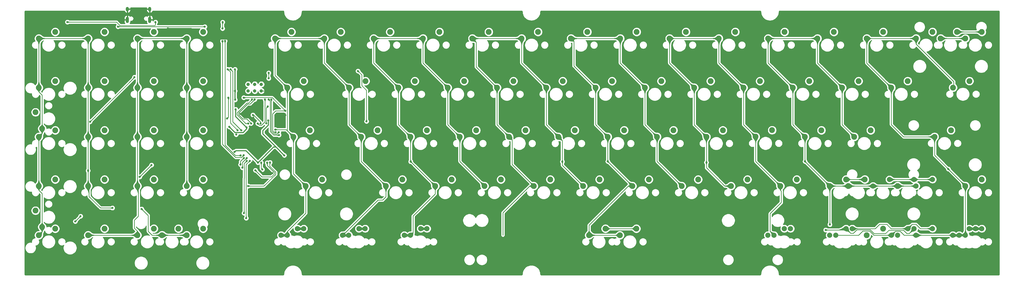
<source format=gtl>
G04 #@! TF.GenerationSoftware,KiCad,Pcbnew,(5.1.4)-1*
G04 #@! TF.CreationDate,2020-09-26T23:04:53-04:00*
G04 #@! TF.ProjectId,southpawpcbv2,736f7574-6870-4617-9770-636276322e6b,rev?*
G04 #@! TF.SameCoordinates,Original*
G04 #@! TF.FileFunction,Copper,L1,Top*
G04 #@! TF.FilePolarity,Positive*
%FSLAX46Y46*%
G04 Gerber Fmt 4.6, Leading zero omitted, Abs format (unit mm)*
G04 Created by KiCad (PCBNEW (5.1.4)-1) date 2020-09-26 23:04:53*
%MOMM*%
%LPD*%
G04 APERTURE LIST*
G04 #@! TA.AperFunction,ComponentPad*
%ADD10C,2.000000*%
G04 #@! TD*
G04 #@! TA.AperFunction,ComponentPad*
%ADD11C,2.250000*%
G04 #@! TD*
G04 #@! TA.AperFunction,ComponentPad*
%ADD12O,1.200000X2.400000*%
G04 #@! TD*
G04 #@! TA.AperFunction,ComponentPad*
%ADD13O,1.200000X1.800000*%
G04 #@! TD*
G04 #@! TA.AperFunction,ComponentPad*
%ADD14C,1.308000*%
G04 #@! TD*
G04 #@! TA.AperFunction,ViaPad*
%ADD15C,0.800000*%
G04 #@! TD*
G04 #@! TA.AperFunction,Conductor*
%ADD16C,0.254000*%
G04 #@! TD*
G04 #@! TA.AperFunction,Conductor*
%ADD17C,0.381000*%
G04 #@! TD*
G04 #@! TA.AperFunction,Conductor*
%ADD18C,0.025400*%
G04 #@! TD*
G04 APERTURE END LIST*
D10*
G04 #@! TO.P,MX101,2*
G04 #@! TO.N,Net-(D71-Pad2)*
X254127000Y11430000D03*
G04 #@! TO.P,MX101,1*
G04 #@! TO.N,col7*
X247777000Y8890000D03*
G04 #@! TD*
D11*
G04 #@! TO.P,MX13,2*
G04 #@! TO.N,Net-(D10-Pad2)*
X20066000Y11430000D03*
G04 #@! TO.P,MX13,1*
G04 #@! TO.N,col0*
X13716000Y8890000D03*
G04 #@! TD*
G04 #@! TO.P,MX60,2*
G04 #@! TO.N,Net-(D53-Pad2)*
X185039000Y11430000D03*
G04 #@! TO.P,MX60,1*
G04 #@! TO.N,col5*
X178689000Y8890000D03*
G04 #@! TD*
G04 #@! TO.P,MX61,2*
G04 #@! TO.N,Net-(D53-Pad2)*
X196977000Y11430000D03*
G04 #@! TO.P,MX61,1*
G04 #@! TO.N,col5*
X190627000Y8890000D03*
G04 #@! TD*
G04 #@! TO.P,MX98,2*
G04 #@! TO.N,Net-(D87-Pad2)*
X318535192Y49549869D03*
G04 #@! TO.P,MX98,1*
G04 #@! TO.N,col8*
X312185192Y47009869D03*
G04 #@! TD*
G04 #@! TO.P,MX68,2*
G04 #@! TO.N,Net-(D60-Pad2)*
X230381206Y49494246D03*
G04 #@! TO.P,MX68,1*
G04 #@! TO.N,col6*
X224031206Y46954246D03*
G04 #@! TD*
G04 #@! TO.P,MX38,2*
G04 #@! TO.N,Net-(D31-Pad2)*
X101820341Y87629283D03*
G04 #@! TO.P,MX38,1*
G04 #@! TO.N,col3*
X95470341Y85089283D03*
G04 #@! TD*
G04 #@! TO.P,MX56,2*
G04 #@! TO.N,Net-(D49-Pad2)*
X178054000Y87630000D03*
G04 #@! TO.P,MX56,1*
G04 #@! TO.N,col5*
X171704000Y85090000D03*
G04 #@! TD*
D10*
G04 #@! TO.P,MX93,2*
G04 #@! TO.N,Net-(D71-Pad2)*
X304292000Y11430000D03*
G04 #@! TO.P,MX93,1*
G04 #@! TO.N,col7*
X297942000Y8890000D03*
G04 #@! TD*
G04 #@! TO.P,MX88,2*
G04 #@! TO.N,Net-(D82-Pad2)*
X311404000Y11430000D03*
G04 #@! TO.P,MX88,1*
G04 #@! TO.N,col8*
X305054000Y8890000D03*
G04 #@! TD*
G04 #@! TO.P,MX104,2*
G04 #@! TO.N,Net-(D82-Pad2)*
X301879000Y11430000D03*
G04 #@! TO.P,MX104,1*
G04 #@! TO.N,col8*
X295529000Y8890000D03*
G04 #@! TD*
D11*
G04 #@! TO.P,MX28,2*
G04 #@! TO.N,Net-(D70-Pad2)*
X285242000Y30480000D03*
G04 #@! TO.P,MX28,1*
G04 #@! TO.N,col7*
X278892000Y27940000D03*
G04 #@! TD*
G04 #@! TO.P,MX12,2*
G04 #@! TO.N,Net-(D20-Pad2)*
X-8509000Y11430000D03*
G04 #@! TO.P,MX12,1*
G04 #@! TO.N,col1*
X-14859000Y8890000D03*
G04 #@! TD*
G04 #@! TO.P,MX97,2*
G04 #@! TO.N,Net-(D84-Pad2)*
X325664788Y68599096D03*
G04 #@! TO.P,MX97,1*
G04 #@! TO.N,col8*
X319314788Y66059096D03*
G04 #@! TD*
D10*
G04 #@! TO.P,MX24,2*
G04 #@! TO.N,Net-(D25-Pad2)*
X66040000Y11430000D03*
G04 #@! TO.P,MX24,1*
G04 #@! TO.N,col2*
X59690000Y8890000D03*
G04 #@! TD*
G04 #@! TO.P,MX81,2*
G04 #@! TO.N,Net-(D82-Pad2)*
X280416000Y11430000D03*
G04 #@! TO.P,MX81,1*
G04 #@! TO.N,col8*
X274066000Y8890000D03*
G04 #@! TD*
D12*
G04 #@! TO.P,USB1,13*
G04 #@! TO.N,GND*
X328200Y92280000D03*
X8968200Y92280000D03*
D13*
X328200Y96460000D03*
X8968200Y96460000D03*
G04 #@! TD*
D14*
G04 #@! TO.P,J1,GND*
G04 #@! TO.N,N/C*
X52070000Y64770000D03*
G04 #@! TO.P,J1,RST*
X52070000Y67310000D03*
G04 #@! TO.P,J1,MISO*
X46990000Y67310000D03*
G04 #@! TO.P,J1,VCC*
X46990000Y64770000D03*
G04 #@! TO.P,J1,SCK*
X49530000Y67310000D03*
G04 #@! TO.P,J1,MOSI*
X49530000Y64770000D03*
G04 #@! TD*
D11*
G04 #@! TO.P,MX103,2*
G04 #@! TO.N,Net-(D88-Pad2)*
X330454000Y87630000D03*
G04 #@! TO.P,MX103,1*
G04 #@! TO.N,col9*
X324104000Y85090000D03*
G04 #@! TD*
G04 #@! TO.P,MX102,2*
G04 #@! TO.N,Net-(D88-Pad2)*
X320883779Y87636296D03*
G04 #@! TO.P,MX102,1*
G04 #@! TO.N,col9*
X314533779Y85096296D03*
G04 #@! TD*
D10*
G04 #@! TO.P,MX100,2*
G04 #@! TO.N,Net-(D86-Pad2)*
X325628000Y11430000D03*
G04 #@! TO.P,MX100,1*
G04 #@! TO.N,col8*
X319278000Y8890000D03*
G04 #@! TD*
D11*
G04 #@! TO.P,MX99,2*
G04 #@! TO.N,Net-(D85-Pad2)*
X330454000Y30480000D03*
G04 #@! TO.P,MX99,1*
G04 #@! TO.N,col8*
X324104000Y27940000D03*
G04 #@! TD*
G04 #@! TO.P,MX96,2*
G04 #@! TO.N,Net-(D83-Pad2)*
X311404000Y87630000D03*
G04 #@! TO.P,MX96,1*
G04 #@! TO.N,col8*
X305054000Y85090000D03*
G04 #@! TD*
D10*
G04 #@! TO.P,MX95,1*
G04 #@! TO.N,col8*
X321691000Y8890000D03*
G04 #@! TO.P,MX95,2*
G04 #@! TO.N,Net-(D86-Pad2)*
X328041000Y11430000D03*
G04 #@! TD*
G04 #@! TO.P,MX94,2*
G04 #@! TO.N,Net-(D86-Pad2)*
X330454000Y11430000D03*
G04 #@! TO.P,MX94,1*
G04 #@! TO.N,col8*
X324104000Y8890000D03*
G04 #@! TD*
G04 #@! TO.P,MX92,2*
G04 #@! TO.N,Net-(D76-Pad2)*
X311404000Y30480000D03*
G04 #@! TO.P,MX92,1*
G04 #@! TO.N,col7*
X305054000Y27940000D03*
G04 #@! TD*
D11*
G04 #@! TO.P,MX90,2*
G04 #@! TO.N,Net-(D78-Pad2)*
X301830998Y68594483D03*
G04 #@! TO.P,MX90,1*
G04 #@! TO.N,col8*
X295480998Y66054483D03*
G04 #@! TD*
G04 #@! TO.P,MX89,2*
G04 #@! TO.N,Net-(D77-Pad2)*
X292354000Y87630000D03*
G04 #@! TO.P,MX89,1*
G04 #@! TO.N,col8*
X286004000Y85090000D03*
G04 #@! TD*
D10*
G04 #@! TO.P,MX87,2*
G04 #@! TO.N,Net-(D76-Pad2)*
X304292000Y30480000D03*
D11*
G04 #@! TO.P,MX87,1*
G04 #@! TO.N,col7*
X297942000Y27940000D03*
G04 #@! TD*
G04 #@! TO.P,MX86,2*
G04 #@! TO.N,Net-(D75-Pad2)*
X292354000Y11430000D03*
G04 #@! TO.P,MX86,1*
G04 #@! TO.N,col7*
X286004000Y8890000D03*
G04 #@! TD*
D10*
G04 #@! TO.P,MX85,1*
G04 #@! TO.N,col7*
X288417000Y27940000D03*
G04 #@! TO.P,MX85,2*
G04 #@! TO.N,Net-(D76-Pad2)*
X294767000Y30480000D03*
G04 #@! TD*
D11*
G04 #@! TO.P,MX84,2*
G04 #@! TO.N,Net-(D74-Pad2)*
X287528000Y49530000D03*
G04 #@! TO.P,MX84,1*
G04 #@! TO.N,col7*
X281178000Y46990000D03*
G04 #@! TD*
G04 #@! TO.P,MX83,2*
G04 #@! TO.N,Net-(D73-Pad2)*
X282829000Y68580000D03*
G04 #@! TO.P,MX83,1*
G04 #@! TO.N,col7*
X276479000Y66040000D03*
G04 #@! TD*
G04 #@! TO.P,MX82,2*
G04 #@! TO.N,Net-(D72-Pad2)*
X273304000Y87630000D03*
G04 #@! TO.P,MX82,1*
G04 #@! TO.N,col7*
X266954000Y85090000D03*
G04 #@! TD*
D10*
G04 #@! TO.P,MX80,2*
G04 #@! TO.N,Net-(D71-Pad2)*
X278003000Y11430000D03*
G04 #@! TO.P,MX80,1*
G04 #@! TO.N,col7*
X271653000Y8890000D03*
G04 #@! TD*
D11*
G04 #@! TO.P,MX79,2*
G04 #@! TO.N,Net-(D70-Pad2)*
X278003000Y30480000D03*
G04 #@! TO.P,MX79,1*
G04 #@! TO.N,col7*
X271653000Y27940000D03*
G04 #@! TD*
G04 #@! TO.P,MX78,2*
G04 #@! TO.N,Net-(D69-Pad2)*
X268478000Y49530000D03*
G04 #@! TO.P,MX78,1*
G04 #@! TO.N,col7*
X262128000Y46990000D03*
G04 #@! TD*
G04 #@! TO.P,MX77,2*
G04 #@! TO.N,Net-(D68-Pad2)*
X263779000Y68580000D03*
G04 #@! TO.P,MX77,1*
G04 #@! TO.N,col7*
X257429000Y66040000D03*
G04 #@! TD*
G04 #@! TO.P,MX76,2*
G04 #@! TO.N,Net-(D67-Pad2)*
X254254000Y87630000D03*
G04 #@! TO.P,MX76,1*
G04 #@! TO.N,col7*
X247904000Y85090000D03*
G04 #@! TD*
D10*
G04 #@! TO.P,MX75,2*
G04 #@! TO.N,Net-(D44-Pad2)*
X256540000Y11430000D03*
G04 #@! TO.P,MX75,1*
G04 #@! TO.N,col6*
X250190000Y8890000D03*
G04 #@! TD*
D11*
G04 #@! TO.P,MX74,2*
G04 #@! TO.N,Net-(D66-Pad2)*
X258953000Y30480000D03*
G04 #@! TO.P,MX74,1*
G04 #@! TO.N,col6*
X252603000Y27940000D03*
G04 #@! TD*
G04 #@! TO.P,MX73,2*
G04 #@! TO.N,Net-(D65-Pad2)*
X249421586Y49561515D03*
G04 #@! TO.P,MX73,1*
G04 #@! TO.N,col6*
X243071586Y47021515D03*
G04 #@! TD*
G04 #@! TO.P,MX72,2*
G04 #@! TO.N,Net-(D64-Pad2)*
X244729000Y68580000D03*
G04 #@! TO.P,MX72,1*
G04 #@! TO.N,col6*
X238379000Y66040000D03*
G04 #@! TD*
G04 #@! TO.P,MX71,2*
G04 #@! TO.N,Net-(D63-Pad2)*
X235204000Y87630000D03*
G04 #@! TO.P,MX71,1*
G04 #@! TO.N,col6*
X228854000Y85090000D03*
G04 #@! TD*
G04 #@! TO.P,MX69,2*
G04 #@! TO.N,Net-(D61-Pad2)*
X239903000Y30480000D03*
G04 #@! TO.P,MX69,1*
G04 #@! TO.N,col6*
X233553000Y27940000D03*
G04 #@! TD*
G04 #@! TO.P,MX67,2*
G04 #@! TO.N,Net-(D59-Pad2)*
X225679000Y68580000D03*
G04 #@! TO.P,MX67,1*
G04 #@! TO.N,col6*
X219329000Y66040000D03*
G04 #@! TD*
G04 #@! TO.P,MX66,2*
G04 #@! TO.N,Net-(D58-Pad2)*
X216154000Y87630000D03*
G04 #@! TO.P,MX66,1*
G04 #@! TO.N,col6*
X209804000Y85090000D03*
G04 #@! TD*
G04 #@! TO.P,MX65,2*
G04 #@! TO.N,Net-(D57-Pad2)*
X220853000Y30480000D03*
G04 #@! TO.P,MX65,1*
G04 #@! TO.N,col5*
X214503000Y27940000D03*
G04 #@! TD*
G04 #@! TO.P,MX64,1*
G04 #@! TO.N,col5*
X204978000Y46990000D03*
G04 #@! TO.P,MX64,2*
G04 #@! TO.N,Net-(D56-Pad2)*
X211328000Y49530000D03*
G04 #@! TD*
G04 #@! TO.P,MX63,2*
G04 #@! TO.N,Net-(D55-Pad2)*
X206629000Y68580000D03*
G04 #@! TO.P,MX63,1*
G04 #@! TO.N,col5*
X200279000Y66040000D03*
G04 #@! TD*
G04 #@! TO.P,MX62,2*
G04 #@! TO.N,Net-(D54-Pad2)*
X197104000Y87630000D03*
G04 #@! TO.P,MX62,1*
G04 #@! TO.N,col5*
X190754000Y85090000D03*
G04 #@! TD*
G04 #@! TO.P,MX59,2*
G04 #@! TO.N,Net-(D52-Pad2)*
X201803000Y30480000D03*
G04 #@! TO.P,MX59,1*
G04 #@! TO.N,col5*
X195453000Y27940000D03*
G04 #@! TD*
G04 #@! TO.P,MX58,2*
G04 #@! TO.N,Net-(D51-Pad2)*
X192278000Y49530000D03*
G04 #@! TO.P,MX58,1*
G04 #@! TO.N,col5*
X185928000Y46990000D03*
G04 #@! TD*
G04 #@! TO.P,MX57,2*
G04 #@! TO.N,Net-(D50-Pad2)*
X187579000Y68580000D03*
G04 #@! TO.P,MX57,1*
G04 #@! TO.N,col5*
X181229000Y66040000D03*
G04 #@! TD*
G04 #@! TO.P,MX55,2*
G04 #@! TO.N,Net-(D48-Pad2)*
X182753000Y30480000D03*
G04 #@! TO.P,MX55,1*
G04 #@! TO.N,col4*
X176403000Y27940000D03*
G04 #@! TD*
G04 #@! TO.P,MX54,2*
G04 #@! TO.N,Net-(D47-Pad2)*
X173228000Y49530000D03*
G04 #@! TO.P,MX54,1*
G04 #@! TO.N,col4*
X166878000Y46990000D03*
G04 #@! TD*
G04 #@! TO.P,MX53,2*
G04 #@! TO.N,Net-(D46-Pad2)*
X168529000Y68580000D03*
G04 #@! TO.P,MX53,1*
G04 #@! TO.N,col4*
X162179000Y66040000D03*
G04 #@! TD*
G04 #@! TO.P,MX52,2*
G04 #@! TO.N,Net-(D45-Pad2)*
X159004000Y87630000D03*
G04 #@! TO.P,MX52,1*
G04 #@! TO.N,col4*
X152654000Y85090000D03*
G04 #@! TD*
G04 #@! TO.P,MX50,2*
G04 #@! TO.N,Net-(D43-Pad2)*
X163703000Y30480000D03*
G04 #@! TO.P,MX50,1*
G04 #@! TO.N,col4*
X157353000Y27940000D03*
G04 #@! TD*
G04 #@! TO.P,MX49,2*
G04 #@! TO.N,Net-(D42-Pad2)*
X154178000Y49530000D03*
G04 #@! TO.P,MX49,1*
G04 #@! TO.N,col4*
X147828000Y46990000D03*
G04 #@! TD*
G04 #@! TO.P,MX48,2*
G04 #@! TO.N,Net-(D41-Pad2)*
X149479000Y68580000D03*
G04 #@! TO.P,MX48,1*
G04 #@! TO.N,col4*
X143129000Y66040000D03*
G04 #@! TD*
G04 #@! TO.P,MX47,2*
G04 #@! TO.N,Net-(D40-Pad2)*
X139954000Y87630000D03*
G04 #@! TO.P,MX47,1*
G04 #@! TO.N,col4*
X133604000Y85090000D03*
G04 #@! TD*
G04 #@! TO.P,MX46,2*
G04 #@! TO.N,Net-(D39-Pad2)*
X144653000Y30480000D03*
G04 #@! TO.P,MX46,1*
G04 #@! TO.N,col3*
X138303000Y27940000D03*
G04 #@! TD*
G04 #@! TO.P,MX45,2*
G04 #@! TO.N,Net-(D38-Pad2)*
X135128000Y49530000D03*
G04 #@! TO.P,MX45,1*
G04 #@! TO.N,col3*
X128778000Y46990000D03*
G04 #@! TD*
G04 #@! TO.P,MX44,2*
G04 #@! TO.N,Net-(D37-Pad2)*
X130429000Y68580000D03*
G04 #@! TO.P,MX44,1*
G04 #@! TO.N,col3*
X124079000Y66040000D03*
G04 #@! TD*
G04 #@! TO.P,MX43,2*
G04 #@! TO.N,Net-(D36-Pad2)*
X120904000Y87630000D03*
G04 #@! TO.P,MX43,1*
G04 #@! TO.N,col3*
X114554000Y85090000D03*
G04 #@! TD*
D10*
G04 #@! TO.P,MX42,2*
G04 #@! TO.N,Net-(D35-Pad2)*
X116078000Y11430000D03*
G04 #@! TO.P,MX42,1*
G04 #@! TO.N,col3*
X109728000Y8890000D03*
G04 #@! TD*
D11*
G04 #@! TO.P,MX41,2*
G04 #@! TO.N,Net-(D34-Pad2)*
X125603000Y30480000D03*
G04 #@! TO.P,MX41,1*
G04 #@! TO.N,col3*
X119253000Y27940000D03*
G04 #@! TD*
G04 #@! TO.P,MX40,2*
G04 #@! TO.N,Net-(D33-Pad2)*
X116078000Y49530000D03*
G04 #@! TO.P,MX40,1*
G04 #@! TO.N,col3*
X109728000Y46990000D03*
G04 #@! TD*
G04 #@! TO.P,MX39,2*
G04 #@! TO.N,Net-(D32-Pad2)*
X111379000Y68580000D03*
G04 #@! TO.P,MX39,1*
G04 #@! TO.N,col3*
X105029000Y66040000D03*
G04 #@! TD*
D10*
G04 #@! TO.P,MX37,2*
G04 #@! TO.N,Net-(D35-Pad2)*
X113665000Y11430000D03*
G04 #@! TO.P,MX37,1*
G04 #@! TO.N,col3*
X107315000Y8890000D03*
G04 #@! TD*
G04 #@! TO.P,MX36,2*
G04 #@! TO.N,Net-(D30-Pad2)*
X92202000Y11430000D03*
G04 #@! TO.P,MX36,1*
G04 #@! TO.N,col2*
X85852000Y8890000D03*
G04 #@! TD*
D11*
G04 #@! TO.P,MX35,2*
G04 #@! TO.N,Net-(D29-Pad2)*
X106553000Y30480000D03*
G04 #@! TO.P,MX35,1*
G04 #@! TO.N,col2*
X100203000Y27940000D03*
G04 #@! TD*
G04 #@! TO.P,MX34,2*
G04 #@! TO.N,Net-(D28-Pad2)*
X97028000Y49530000D03*
G04 #@! TO.P,MX34,1*
G04 #@! TO.N,col2*
X90678000Y46990000D03*
G04 #@! TD*
G04 #@! TO.P,MX33,2*
G04 #@! TO.N,Net-(D27-Pad2)*
X92329000Y68580000D03*
G04 #@! TO.P,MX33,1*
G04 #@! TO.N,col2*
X85979000Y66040000D03*
G04 #@! TD*
G04 #@! TO.P,MX32,2*
G04 #@! TO.N,Net-(D26-Pad2)*
X82747937Y87612005D03*
G04 #@! TO.P,MX32,1*
G04 #@! TO.N,col2*
X76397937Y85072005D03*
G04 #@! TD*
D10*
G04 #@! TO.P,MX31,2*
G04 #@! TO.N,Net-(D30-Pad2)*
X89789000Y11430000D03*
G04 #@! TO.P,MX31,1*
G04 #@! TO.N,col2*
X83439000Y8890000D03*
G04 #@! TD*
D11*
G04 #@! TO.P,MX30,2*
G04 #@! TO.N,Net-(D24-Pad2)*
X75565000Y30480000D03*
G04 #@! TO.P,MX30,1*
G04 #@! TO.N,col2*
X69215000Y27940000D03*
G04 #@! TD*
D10*
G04 #@! TO.P,MX29,2*
G04 #@! TO.N,Net-(D25-Pad2)*
X68453000Y11430000D03*
G04 #@! TO.P,MX29,1*
G04 #@! TO.N,col2*
X62103000Y8890000D03*
G04 #@! TD*
D11*
G04 #@! TO.P,MX27,2*
G04 #@! TO.N,Net-(D23-Pad2)*
X70828579Y49527006D03*
G04 #@! TO.P,MX27,1*
G04 #@! TO.N,col2*
X64478579Y46987006D03*
G04 #@! TD*
G04 #@! TO.P,MX26,2*
G04 #@! TO.N,Net-(D22-Pad2)*
X68453000Y68580000D03*
G04 #@! TO.P,MX26,1*
G04 #@! TO.N,col2*
X62103000Y66040000D03*
G04 #@! TD*
G04 #@! TO.P,MX25,2*
G04 #@! TO.N,Net-(D21-Pad2)*
X63702065Y87630000D03*
G04 #@! TO.P,MX25,1*
G04 #@! TO.N,col2*
X57352065Y85090000D03*
G04 #@! TD*
G04 #@! TO.P,MX23,2*
G04 #@! TO.N,Net-(D10-Pad2)*
X29591000Y11430000D03*
G04 #@! TO.P,MX23,1*
G04 #@! TO.N,col0*
X23241000Y8890000D03*
G04 #@! TD*
G04 #@! TO.P,MX22,2*
G04 #@! TO.N,Net-(D19-Pad2)*
X29591000Y30480000D03*
G04 #@! TO.P,MX22,1*
G04 #@! TO.N,col1*
X23241000Y27940000D03*
G04 #@! TD*
G04 #@! TO.P,MX21,2*
G04 #@! TO.N,Net-(D18-Pad2)*
X29591000Y49530000D03*
G04 #@! TO.P,MX21,1*
G04 #@! TO.N,col1*
X23241000Y46990000D03*
G04 #@! TD*
G04 #@! TO.P,MX20,2*
G04 #@! TO.N,Net-(D17-Pad2)*
X29591000Y68580000D03*
G04 #@! TO.P,MX20,1*
G04 #@! TO.N,col1*
X23241000Y66040000D03*
G04 #@! TD*
G04 #@! TO.P,MX19,2*
G04 #@! TO.N,Net-(D16-Pad2)*
X29591000Y87630000D03*
G04 #@! TO.P,MX19,1*
G04 #@! TO.N,col1*
X23241000Y85090000D03*
G04 #@! TD*
G04 #@! TO.P,MX18,2*
G04 #@! TO.N,Net-(D15-Pad2)*
X10541000Y11430000D03*
G04 #@! TO.P,MX18,1*
G04 #@! TO.N,col1*
X4191000Y8890000D03*
G04 #@! TD*
G04 #@! TO.P,MX17,2*
G04 #@! TO.N,Net-(D14-Pad2)*
X10541000Y30480000D03*
G04 #@! TO.P,MX17,1*
G04 #@! TO.N,col1*
X4191000Y27940000D03*
G04 #@! TD*
G04 #@! TO.P,MX16,2*
G04 #@! TO.N,Net-(D13-Pad2)*
X10541000Y49530000D03*
G04 #@! TO.P,MX16,1*
G04 #@! TO.N,col1*
X4191000Y46990000D03*
G04 #@! TD*
G04 #@! TO.P,MX15,2*
G04 #@! TO.N,Net-(D12-Pad2)*
X10541000Y68580000D03*
G04 #@! TO.P,MX15,1*
G04 #@! TO.N,col1*
X4191000Y66040000D03*
G04 #@! TD*
G04 #@! TO.P,MX14,2*
G04 #@! TO.N,Net-(D11-Pad2)*
X10541000Y87630000D03*
G04 #@! TO.P,MX14,1*
G04 #@! TO.N,col1*
X4191000Y85090000D03*
G04 #@! TD*
G04 #@! TO.P,MX11,2*
G04 #@! TO.N,Net-(D9-Pad2)*
X-8509000Y30480000D03*
G04 #@! TO.P,MX11,1*
G04 #@! TO.N,col0*
X-14859000Y27940000D03*
G04 #@! TD*
G04 #@! TO.P,MX10,2*
G04 #@! TO.N,Net-(D8-Pad2)*
X-8509000Y49530000D03*
G04 #@! TO.P,MX10,1*
G04 #@! TO.N,col0*
X-14859000Y46990000D03*
G04 #@! TD*
G04 #@! TO.P,MX9,2*
G04 #@! TO.N,Net-(D7-Pad2)*
X-8509000Y68580000D03*
G04 #@! TO.P,MX9,1*
G04 #@! TO.N,col0*
X-14859000Y66040000D03*
G04 #@! TD*
G04 #@! TO.P,MX8,2*
G04 #@! TO.N,Net-(D6-Pad2)*
X-8509000Y87630000D03*
G04 #@! TO.P,MX8,1*
G04 #@! TO.N,col0*
X-14859000Y85090000D03*
G04 #@! TD*
G04 #@! TO.P,MX7,2*
G04 #@! TO.N,Net-(D5-Pad2)*
X-27559000Y30480000D03*
G04 #@! TO.P,MX7,1*
G04 #@! TO.N,col0*
X-33909000Y27940000D03*
G04 #@! TD*
G04 #@! TO.P,MX6,2*
G04 #@! TO.N,Net-(D4-Pad2)*
X-27559000Y11430000D03*
G04 #@! TO.P,MX6,1*
G04 #@! TO.N,col0*
X-33909000Y8890000D03*
G04 #@! TD*
G04 #@! TO.P,MX5,2*
G04 #@! TO.N,Net-(D3-Pad2)*
X-27559000Y68580000D03*
G04 #@! TO.P,MX5,1*
G04 #@! TO.N,col0*
X-33909000Y66040000D03*
G04 #@! TD*
G04 #@! TO.P,MX4,2*
G04 #@! TO.N,Net-(D2-Pad2)*
X-27559000Y49530000D03*
G04 #@! TO.P,MX4,1*
G04 #@! TO.N,col0*
X-33909000Y46990000D03*
G04 #@! TD*
G04 #@! TO.P,MX3,2*
G04 #@! TO.N,Net-(D1-Pad2)*
X-27559000Y87630000D03*
G04 #@! TO.P,MX3,1*
G04 #@! TO.N,col0*
X-33909000Y85090000D03*
G04 #@! TD*
G04 #@! TO.P,MX2,2*
G04 #@! TO.N,Net-(D5-Pad2)*
X-35179000Y18415000D03*
G04 #@! TO.P,MX2,1*
G04 #@! TO.N,col0*
X-32639000Y12065000D03*
G04 #@! TD*
G04 #@! TO.P,MX1,2*
G04 #@! TO.N,Net-(D3-Pad2)*
X-35179000Y56515000D03*
G04 #@! TO.P,MX1,1*
G04 #@! TO.N,col0*
X-32639000Y50165000D03*
G04 #@! TD*
D15*
G04 #@! TO.N,Net-(D71-Pad2)*
X270129000Y10922000D03*
G04 #@! TO.N,col0*
X54330600Y36964583D03*
X49784000Y34036000D03*
X-14859000Y33909000D03*
X5842000Y19050000D03*
X-5479999Y19449999D03*
G04 #@! TO.N,col1*
X55397400Y37084000D03*
X46990000Y27940000D03*
G04 #@! TO.N,col2*
X57480200Y49809400D03*
G04 #@! TO.N,col3*
X109791500Y37401500D03*
G04 #@! TO.N,col4*
X168367959Y37372041D03*
G04 #@! TO.N,col5*
X185928000Y37465000D03*
G04 #@! TO.N,col6*
X224031206Y37080794D03*
G04 #@! TO.N,col7*
X271716500Y13017500D03*
X262128000Y37465000D03*
G04 #@! TO.N,col8*
X317500000Y34544000D03*
G04 #@! TO.N,GND*
X59664600Y60325000D03*
X2743200Y87376000D03*
X68275200Y94310200D03*
X161010600Y94361000D03*
X44005500Y55880000D03*
X48958500Y54419500D03*
X16002000Y88935860D03*
X56324500Y32893000D03*
X44005500Y61277500D03*
X48514000Y36964583D03*
X52578000Y58928000D03*
X-2768600Y85510400D03*
X264414000Y12065000D03*
X288036000Y12573000D03*
X300863000Y15748000D03*
X105156000Y14097000D03*
X74422000Y17018000D03*
X25908000Y16637000D03*
X51308000Y16510000D03*
X0Y16510000D03*
X7747000Y76200000D03*
X16510000Y76327000D03*
X140462000Y14478000D03*
X307467000Y15748000D03*
X303276000Y73279000D03*
X61341000Y55372000D03*
X57912000Y58928000D03*
G04 #@! TO.N,+5V*
X46380400Y50647600D03*
X41910000Y73152000D03*
X41973500Y61341000D03*
X42164000Y57658000D03*
X39687500Y50863500D03*
X60960000Y39814500D03*
X50736500Y37020500D03*
X41719500Y41148000D03*
X41910000Y64770000D03*
X54764210Y53289200D03*
G04 #@! TO.N,Net-(R2-Pad1)*
X44297600Y49479200D03*
X40137459Y73157459D03*
G04 #@! TO.N,Net-(R3-Pad1)*
X39116000Y73152000D03*
X42926000Y49530000D03*
G04 #@! TO.N,Net-(R6-Pad2)*
X52019200Y36964583D03*
X52451000Y34325860D03*
G04 #@! TO.N,Net-(U1-Pad1)*
X42341800Y47879000D03*
G04 #@! TO.N,RST*
X54546500Y58737500D03*
X53949600Y52247800D03*
G04 #@! TO.N,SCK*
X47066200Y52184339D03*
X48508541Y61473459D03*
G04 #@! TO.N,MISO*
X50673000Y52184339D03*
X53492076Y61473980D03*
G04 #@! TO.N,row00*
X-22860000Y91440000D03*
X11176000Y91440000D03*
X45237400Y39852600D03*
X37042323Y84044411D03*
X37084000Y88933860D03*
X37109856Y91402356D03*
G04 #@! TO.N,row10*
X-14132860Y52832000D03*
X3048000Y70104000D03*
X58775600Y48793400D03*
X55943500Y61468000D03*
G04 #@! TO.N,row20*
X51765200Y52184339D03*
X48818800Y55448200D03*
G04 #@! TO.N,row30*
X-19812000Y14224000D03*
X9652000Y36068000D03*
X5080000Y31496000D03*
X-17780000Y16256000D03*
X45339000Y38785800D03*
X44025557Y36238443D03*
G04 #@! TO.N,row40*
X47650400Y37693600D03*
X46226000Y15492000D03*
G04 #@! TO.N,row01*
X-3302000Y89662000D03*
X30226000Y89662000D03*
X44069000Y39776400D03*
X38036500Y84143901D03*
G04 #@! TO.N,row11*
X58880768Y47697632D03*
X54944357Y61468000D03*
X54927500Y69629860D03*
X54928500Y71754000D03*
G04 #@! TO.N,row21*
X38798500Y54102000D03*
X39370000Y62103000D03*
X61376860Y57084260D03*
X45275500Y62166500D03*
X57632600Y48793400D03*
G04 #@! TO.N,row31*
X46431200Y38735000D03*
X44767500Y35052000D03*
G04 #@! TO.N,row41*
X46482000Y37668200D03*
X45373988Y17433988D03*
G04 #@! TO.N,col9*
X92710000Y52994860D03*
X89408000Y72480140D03*
G04 #@! TO.N,MOSI*
X48107600Y52184339D03*
X49530000Y61468000D03*
G04 #@! TD*
D16*
G04 #@! TO.N,Net-(D25-Pad2)*
X66040000Y11430000D02*
X68453000Y11430000D01*
G04 #@! TO.N,Net-(D30-Pad2)*
X89789000Y11430000D02*
X92202000Y11430000D01*
G04 #@! TO.N,Net-(D35-Pad2)*
X116078000Y11430000D02*
X113665000Y11430000D01*
G04 #@! TO.N,Net-(D53-Pad2)*
X196977000Y11430000D02*
X195386010Y11430000D01*
X195386010Y11430000D02*
X193294000Y11430000D01*
X186629990Y11430000D02*
X188849000Y11430000D01*
X185039000Y11430000D02*
X186629990Y11430000D01*
X188153990Y11430000D02*
X188849000Y11430000D01*
X188849000Y11430000D02*
X193294000Y11430000D01*
G04 #@! TO.N,Net-(D70-Pad2)*
X279593990Y30480000D02*
X285242000Y30480000D01*
X278003000Y30480000D02*
X279593990Y30480000D01*
G04 #@! TO.N,Net-(D71-Pad2)*
X277495000Y10922000D02*
X278003000Y11430000D01*
X270129000Y10922000D02*
X277495000Y10922000D01*
X282121850Y10976850D02*
X280797000Y9652000D01*
X287346150Y10976850D02*
X282121850Y10976850D01*
X288798000Y9525000D02*
X287346150Y10976850D01*
X303971575Y11109575D02*
X302387000Y9525000D01*
X279781000Y9652000D02*
X278003000Y11430000D01*
X280797000Y9652000D02*
X279781000Y9652000D01*
X288798000Y9525000D02*
X293243000Y9525000D01*
X300155850Y10867150D02*
X301498000Y9525000D01*
X294585150Y10867150D02*
X300155850Y10867150D01*
X293243000Y9525000D02*
X294585150Y10867150D01*
X302387000Y9525000D02*
X301498000Y9525000D01*
G04 #@! TO.N,Net-(D76-Pad2)*
X294767000Y30480000D02*
X304292000Y30480000D01*
X305706213Y30480000D02*
X311404000Y30480000D01*
X304292000Y30480000D02*
X305706213Y30480000D01*
G04 #@! TO.N,col0*
X-33909000Y82042310D02*
X-33909000Y66040000D01*
X-33909000Y85090000D02*
X-33909000Y82042310D01*
X-14859000Y82042310D02*
X-14859000Y66040000D01*
X-14859000Y85090000D02*
X-14859000Y82042310D01*
X-33909000Y85090000D02*
X-14859000Y85090000D01*
X-14859000Y64449010D02*
X-14859000Y46990000D01*
X-14859000Y66040000D02*
X-14859000Y64449010D01*
X-32639000Y51755990D02*
X-32639000Y50165000D01*
X-32639000Y63179010D02*
X-32639000Y51755990D01*
X-33909000Y64449010D02*
X-32639000Y63179010D01*
X-33909000Y66040000D02*
X-33909000Y64449010D01*
X-32639000Y48260000D02*
X-33909000Y46990000D01*
X-32639000Y50165000D02*
X-32639000Y48260000D01*
X-33909000Y45399010D02*
X-33909000Y27940000D01*
X-33909000Y46990000D02*
X-33909000Y45399010D01*
X-14859000Y46990000D02*
X-14859000Y43942310D01*
X-32639000Y13655990D02*
X-32639000Y12065000D01*
X-32639000Y25079010D02*
X-32639000Y13655990D01*
X-33909000Y26349010D02*
X-32639000Y25079010D01*
X-33909000Y27940000D02*
X-33909000Y26349010D01*
X-32639000Y10160000D02*
X-33909000Y8890000D01*
X-32639000Y12065000D02*
X-32639000Y10160000D01*
X54330600Y35961590D02*
X57150000Y33142190D01*
X54330600Y36964583D02*
X54330600Y35961590D01*
X57150000Y32643810D02*
X56002190Y31496000D01*
X57150000Y33142190D02*
X57150000Y32643810D01*
X56002190Y31496000D02*
X52324000Y31496000D01*
X52324000Y31496000D02*
X49784000Y34036000D01*
X-14859000Y43942310D02*
X-14859000Y33909000D01*
X-14859000Y33909000D02*
X-14859000Y27940000D01*
X23428700Y8436850D02*
X23561425Y8569575D01*
X23053300Y8436850D02*
X23428700Y8436850D01*
X13716000Y8890000D02*
X22600150Y8890000D01*
X22600150Y8890000D02*
X23053300Y8436850D01*
X13716000Y8890000D02*
X10933310Y8890000D01*
X10933310Y8890000D02*
X9906000Y8890000D01*
X9906000Y8890000D02*
X8382000Y10414000D01*
X8382000Y10414000D02*
X8382000Y16510000D01*
X8382000Y16510000D02*
X5842000Y19050000D01*
X-14478000Y27559000D02*
X-14859000Y27940000D01*
X-14478000Y23876000D02*
X-14478000Y27559000D01*
X-10051999Y19449999D02*
X-14478000Y23876000D01*
X-5479999Y19449999D02*
X-5479999Y19449999D01*
X-5479999Y19449999D02*
X-10051999Y19449999D01*
G04 #@! TO.N,col1*
X23241000Y27940000D02*
X23241000Y46990000D01*
X4191000Y46990000D02*
X4191000Y27940000D01*
X23241000Y66040000D02*
X23241000Y46990000D01*
X4191000Y64449010D02*
X4191000Y46990000D01*
X4191000Y66040000D02*
X4191000Y64449010D01*
X4191000Y83499010D02*
X4191000Y66040000D01*
X4191000Y85090000D02*
X4191000Y83499010D01*
X23241000Y85090000D02*
X23241000Y66040000D01*
X4191000Y85090000D02*
X23241000Y85090000D01*
X55397400Y36518315D02*
X55372000Y36492915D01*
X55397400Y37084000D02*
X55397400Y36518315D01*
X55372000Y36492915D02*
X55372000Y35561040D01*
X57603150Y32456110D02*
X57603148Y32456108D01*
X55372000Y35561040D02*
X57603150Y33329890D01*
X57603150Y33329890D02*
X57603150Y32456110D01*
X57603148Y32456108D02*
X53087040Y27940000D01*
X53087040Y27940000D02*
X46990000Y27940000D01*
X4191000Y8890000D02*
X-14859000Y8890000D01*
X4572000Y27559000D02*
X4191000Y27940000D01*
X4572000Y16256000D02*
X4572000Y27559000D01*
X3048000Y14732000D02*
X4572000Y16256000D01*
X3048000Y11623990D02*
X3048000Y14732000D01*
X4191000Y8890000D02*
X4191000Y10480990D01*
X4191000Y10480990D02*
X3048000Y11623990D01*
G04 #@! TO.N,col2*
X85852000Y8890000D02*
X83439000Y8890000D01*
X59690000Y8890000D02*
X62103000Y8890000D01*
X57352065Y70790935D02*
X62103000Y66040000D01*
X57352065Y85090000D02*
X57352065Y70790935D01*
X76397937Y75621063D02*
X85979000Y66040000D01*
X76397937Y85072005D02*
X76397937Y75621063D01*
X85979000Y51689000D02*
X90678000Y46990000D01*
X85979000Y66040000D02*
X85979000Y51689000D01*
X62103000Y49362585D02*
X64478579Y46987006D01*
X76379942Y85090000D02*
X76397937Y85072005D01*
X57352065Y85090000D02*
X76379942Y85090000D01*
X90678000Y37465000D02*
X100203000Y27940000D01*
X90678000Y46990000D02*
X90678000Y37465000D01*
X64478579Y32676421D02*
X69215000Y27940000D01*
X64478579Y46987006D02*
X64478579Y32676421D01*
X62103000Y10304213D02*
X62103000Y8890000D01*
X62212787Y10414000D02*
X62103000Y10304213D01*
X62230000Y10414000D02*
X62212787Y10414000D01*
X69215000Y17399000D02*
X62230000Y10414000D01*
X69215000Y27940000D02*
X69215000Y17399000D01*
X84438999Y9889999D02*
X84565999Y9889999D01*
X83439000Y8890000D02*
X84438999Y9889999D01*
X84565999Y9889999D02*
X97155000Y22479000D01*
X97155000Y22479000D02*
X98933000Y22479000D01*
X100203000Y23749000D02*
X100203000Y27940000D01*
X98933000Y22479000D02*
X100203000Y23749000D01*
X57480200Y49809400D02*
X61656185Y49809400D01*
X62082793Y49636793D02*
X62103000Y49657000D01*
X61828793Y49636793D02*
X62082793Y49636793D01*
X62103000Y49657000D02*
X62103000Y49362585D01*
X62103000Y66040000D02*
X62103000Y49657000D01*
X61828793Y49636793D02*
X62103000Y49362585D01*
X61656185Y49809400D02*
X61828793Y49636793D01*
G04 #@! TO.N,col3*
X109728000Y8890000D02*
X107315000Y8890000D01*
X114553283Y85089283D02*
X114554000Y85090000D01*
X95470341Y85089283D02*
X114553283Y85089283D01*
X119253000Y26349010D02*
X119253000Y27940000D01*
X119253000Y24892310D02*
X119253000Y26349010D01*
X110727999Y16367309D02*
X119253000Y24892310D01*
X110727999Y9889999D02*
X110727999Y16367309D01*
X109728000Y8890000D02*
X110727999Y9889999D01*
X128778000Y37465000D02*
X138303000Y27940000D01*
X128778000Y46990000D02*
X128778000Y37465000D01*
X124079000Y51689000D02*
X128778000Y46990000D01*
X124079000Y66040000D02*
X124079000Y51689000D01*
X114554000Y75565000D02*
X124079000Y66040000D01*
X114554000Y85090000D02*
X114554000Y75565000D01*
X95470341Y75598659D02*
X105029000Y66040000D01*
X95470341Y85089283D02*
X95470341Y75598659D01*
X105029000Y51689000D02*
X109728000Y46990000D01*
X105029000Y66040000D02*
X105029000Y51689000D01*
X109728000Y46990000D02*
X109728000Y37465000D01*
X109728000Y37465000D02*
X109791500Y37401500D01*
X109791500Y37401500D02*
X119253000Y27940000D01*
G04 #@! TO.N,col4*
X133604000Y85090000D02*
X152654000Y85090000D01*
X152654000Y75565000D02*
X162179000Y66040000D01*
X152654000Y85090000D02*
X152654000Y75565000D01*
X162179000Y51689000D02*
X166878000Y46990000D01*
X162179000Y66040000D02*
X162179000Y51689000D01*
X175278001Y29064999D02*
X176403000Y27940000D01*
X168367959Y35975041D02*
X175278001Y29064999D01*
X166878000Y46990000D02*
X168367959Y45500041D01*
X142004001Y67164999D02*
X143129000Y66040000D01*
X135093959Y74075041D02*
X142004001Y67164999D01*
X135093959Y83600041D02*
X135093959Y74075041D01*
X133604000Y85090000D02*
X135093959Y83600041D01*
X143129000Y51689000D02*
X147828000Y46990000D01*
X143129000Y66040000D02*
X143129000Y51689000D01*
X156228001Y29064999D02*
X157353000Y27940000D01*
X148952999Y36340001D02*
X156228001Y29064999D01*
X148952999Y45865001D02*
X148952999Y36340001D01*
X147828000Y46990000D02*
X148952999Y45865001D01*
X145415000Y10480990D02*
X145415000Y8890000D01*
X145415000Y17592990D02*
X145415000Y10480990D01*
X155762010Y27940000D02*
X145415000Y17592990D01*
X157353000Y27940000D02*
X155762010Y27940000D01*
X168367959Y45500041D02*
X168367959Y37372041D01*
X168367959Y37372041D02*
X168367959Y35975041D01*
G04 #@! TO.N,col5*
X189036010Y8890000D02*
X178689000Y8890000D01*
X190627000Y8890000D02*
X189036010Y8890000D01*
X171704000Y85090000D02*
X190754000Y85090000D01*
X180104001Y67164999D02*
X181229000Y66040000D01*
X172828999Y74440001D02*
X180104001Y67164999D01*
X172828999Y83965001D02*
X172828999Y74440001D01*
X171704000Y85090000D02*
X172828999Y83965001D01*
X190754000Y75565000D02*
X200279000Y66040000D01*
X190754000Y85090000D02*
X190754000Y75565000D01*
X181229000Y51689000D02*
X185928000Y46990000D01*
X181229000Y66040000D02*
X181229000Y51689000D01*
X200279000Y51689000D02*
X204978000Y46990000D01*
X200279000Y66040000D02*
X200279000Y51689000D01*
X185928000Y37465000D02*
X195453000Y27940000D01*
X185928000Y46990000D02*
X185928000Y37465000D01*
X204978000Y37465000D02*
X214503000Y27940000D01*
X204978000Y46990000D02*
X204978000Y37465000D01*
X178689000Y10480990D02*
X178689000Y8890000D01*
X178689000Y12766990D02*
X178689000Y10480990D01*
X193862010Y27940000D02*
X178689000Y12766990D01*
X195453000Y27940000D02*
X193862010Y27940000D01*
G04 #@! TO.N,col6*
X211394990Y85090000D02*
X228854000Y85090000D01*
X209804000Y85090000D02*
X211394990Y85090000D01*
X209804000Y75565000D02*
X219329000Y66040000D01*
X209804000Y85090000D02*
X209804000Y75565000D01*
X231140000Y27940000D02*
X233553000Y27940000D01*
X228854000Y75565000D02*
X238379000Y66040000D01*
X228854000Y85090000D02*
X228854000Y75565000D01*
X238379000Y51714101D02*
X243071586Y47021515D01*
X238379000Y66040000D02*
X238379000Y51714101D01*
X219329000Y51656452D02*
X224031206Y46954246D01*
X219329000Y51943000D02*
X219329000Y51656452D01*
X219329000Y51943000D02*
X219329000Y51689000D01*
X219329000Y66040000D02*
X219329000Y51943000D01*
X224031206Y35048794D02*
X231140000Y27940000D01*
X243071586Y37471414D02*
X252603000Y27940000D01*
X243071586Y47021515D02*
X243071586Y37471414D01*
X224031206Y46954246D02*
X224031206Y37080794D01*
X224031206Y37080794D02*
X224031206Y35048794D01*
X252603000Y26349010D02*
X252984000Y25968010D01*
X252603000Y27940000D02*
X252603000Y26349010D01*
X252984000Y25968010D02*
X252984000Y21590000D01*
X252984000Y21590000D02*
X248666000Y17272000D01*
X249736850Y9343150D02*
X250002300Y9343150D01*
X248666000Y17272000D02*
X248666000Y10414000D01*
X248666000Y10414000D02*
X249736850Y9343150D01*
G04 #@! TO.N,col7*
X247904000Y85090000D02*
X266954000Y85090000D01*
X305054000Y27940000D02*
X297942000Y27940000D01*
X297942000Y27940000D02*
X288417000Y27940000D01*
X278892000Y27940000D02*
X288417000Y27940000D01*
X271653000Y27940000D02*
X278892000Y27940000D01*
X247904000Y75565000D02*
X257429000Y66040000D01*
X247904000Y85090000D02*
X247904000Y75565000D01*
X257429000Y51689000D02*
X262128000Y46990000D01*
X257429000Y66040000D02*
X257429000Y51689000D01*
X276479000Y51689000D02*
X281178000Y46990000D01*
X276479000Y66040000D02*
X276479000Y51689000D01*
X266954000Y75565000D02*
X276479000Y66040000D01*
X266954000Y85090000D02*
X266954000Y75565000D01*
X262128000Y37465000D02*
X271653000Y27940000D01*
X262128000Y46990000D02*
X262128000Y37465000D01*
X271716500Y27876500D02*
X271653000Y27940000D01*
X271716500Y13017500D02*
X271716500Y27876500D01*
G04 #@! TO.N,col8*
X324104000Y8890000D02*
X321691000Y8890000D01*
X319278000Y8890000D02*
X321691000Y8890000D01*
X287594990Y85090000D02*
X305054000Y85090000D01*
X286004000Y85090000D02*
X287594990Y85090000D01*
X286004000Y75531481D02*
X295480998Y66054483D01*
X286004000Y85090000D02*
X286004000Y75531481D01*
X295480998Y51737002D02*
X300228000Y46990000D01*
X295480998Y66054483D02*
X295480998Y51737002D01*
X312165323Y46990000D02*
X312185192Y47009869D01*
X300228000Y46990000D02*
X312165323Y46990000D01*
X312185192Y47009869D02*
X312185192Y39858808D01*
X324104000Y11303000D02*
X324104000Y8890000D01*
X324104000Y27940000D02*
X324104000Y11303000D01*
X305054000Y82926338D02*
X305054000Y85090000D01*
X319566041Y68414297D02*
X305054000Y82926338D01*
X319566041Y67026621D02*
X319566041Y66059096D01*
X319566041Y68414297D02*
X319566041Y67026621D01*
X317863787Y8890000D02*
X305054000Y8890000D01*
X319278000Y8890000D02*
X317863787Y8890000D01*
X317500000Y34544000D02*
X324104000Y27940000D01*
X312185192Y39858808D02*
X317500000Y34544000D01*
X275336000Y8890000D02*
X275480213Y8890000D01*
X274066000Y8890000D02*
X275336000Y8890000D01*
X275336000Y8890000D02*
X282846300Y8890000D01*
X282846300Y8890000D02*
X284480000Y10523700D01*
X294114787Y8890000D02*
X295529000Y8890000D01*
X288792150Y8890000D02*
X294114787Y8890000D01*
X287158450Y10523700D02*
X288792150Y8890000D01*
X284480000Y10523700D02*
X287158450Y10523700D01*
X303639787Y8890000D02*
X305054000Y8890000D01*
X300476150Y8890000D02*
X303639787Y8890000D01*
X298952150Y10414000D02*
X300476150Y8890000D01*
X297053000Y10414000D02*
X298952150Y10414000D01*
X295529000Y8890000D02*
X297053000Y10414000D01*
G04 #@! TO.N,GND*
X52070000Y64770000D02*
X55219600Y64770000D01*
X55219600Y64770000D02*
X59664600Y60325000D01*
D17*
X45466000Y54419500D02*
X48958500Y54419500D01*
X44005500Y55880000D02*
X45466000Y54419500D01*
X44069000Y72771000D02*
X44069000Y78867000D01*
X44069000Y80137000D02*
X39433500Y84772500D01*
X39272459Y84933541D02*
X28921959Y84933541D01*
X39433500Y84772500D02*
X39272459Y84933541D01*
X28921959Y84933541D02*
X24919640Y88935860D01*
X24919640Y88935860D02*
X16002000Y88935860D01*
X44069000Y61906685D02*
X44069000Y69850000D01*
X44005500Y61843185D02*
X44069000Y61906685D01*
X44005500Y61277500D02*
X44005500Y61843185D01*
X44069000Y69342000D02*
X44069000Y69850000D01*
X44069000Y69850000D02*
X44069000Y72771000D01*
X67740596Y93910201D02*
X63619395Y89789000D01*
X68275200Y94310200D02*
X67875201Y93910201D01*
X67875201Y93910201D02*
X67740596Y93910201D01*
X54102000Y89789000D02*
X44069000Y79756000D01*
X63619395Y89789000D02*
X54102000Y89789000D01*
X44069000Y78867000D02*
X44069000Y79756000D01*
X44069000Y79756000D02*
X44069000Y80137000D01*
X56324500Y32893000D02*
X52585583Y32893000D01*
X52585583Y32893000D02*
X48514000Y36964583D01*
X47053500Y58928000D02*
X44005500Y55880000D01*
X52578000Y58928000D02*
X47053500Y58928000D01*
X2743200Y87376000D02*
X2743200Y86563200D01*
X2743200Y86563200D02*
X1778000Y85598000D01*
X1778000Y85598000D02*
X-2681000Y85598000D01*
X-2681000Y85598000D02*
X-2768600Y85510400D01*
G04 #@! TO.N,+5V*
X41910000Y73152000D02*
X41910000Y72586315D01*
X46380400Y50647600D02*
X45974000Y51054000D01*
X41910000Y63246000D02*
X41910000Y61404500D01*
X41910000Y61404500D02*
X41973500Y61341000D01*
X42164000Y54864000D02*
X46380400Y50647600D01*
X42164000Y57658000D02*
X42164000Y54864000D01*
X41861441Y48689559D02*
X39687500Y50863500D01*
X44988044Y48689559D02*
X41861441Y48689559D01*
X46380400Y50647600D02*
X46380400Y50081915D01*
X46380400Y50081915D02*
X44988044Y48689559D01*
X56769000Y43053000D02*
X50736500Y37020500D01*
X57721500Y43053000D02*
X56769000Y43053000D01*
X57721500Y43053000D02*
X60960000Y39814500D01*
X54684815Y46089685D02*
X57721500Y43053000D01*
X50736500Y37020500D02*
X50336501Y37420499D01*
X42229741Y41658241D02*
X41719500Y41148000D01*
X50336501Y37420499D02*
X46098759Y41658241D01*
X46098759Y41658241D02*
X42229741Y41658241D01*
X41910000Y72586315D02*
X41910000Y64770000D01*
X41910000Y64770000D02*
X41910000Y63246000D01*
X54739241Y52698546D02*
X54739241Y51589641D01*
X54764210Y53289200D02*
X54764210Y52723515D01*
X54764210Y52723515D02*
X54739241Y52698546D01*
X54739241Y51589641D02*
X52603400Y49453800D01*
X52603400Y48171100D02*
X54684815Y46089685D01*
X52603400Y49453800D02*
X52603400Y48171100D01*
D16*
G04 #@! TO.N,Net-(R2-Pad1)*
X40995600Y72299318D02*
X40137459Y73157459D01*
X44297600Y49479200D02*
X40995600Y52781200D01*
X40995600Y52781200D02*
X40995600Y72299318D01*
G04 #@! TO.N,Net-(R3-Pad1)*
X42926000Y49530000D02*
X40157400Y52298600D01*
X40157400Y72110600D02*
X39116000Y73152000D01*
X40157400Y52298600D02*
X40157400Y72110600D01*
G04 #@! TO.N,Net-(R6-Pad2)*
X52019200Y36964583D02*
X52019200Y34757660D01*
X52019200Y34757660D02*
X52451000Y34325860D01*
G04 #@! TO.N,RST*
X54163358Y58354358D02*
X54546500Y58737500D01*
X54546500Y58737500D02*
X53945226Y58136226D01*
X53949600Y52899452D02*
X53945226Y52903826D01*
X53949600Y52247800D02*
X53949600Y52899452D01*
X53945226Y58136226D02*
X53945226Y52903826D01*
X53945226Y52903826D02*
X53945226Y52506174D01*
G04 #@! TO.N,SCK*
X45985621Y52184339D02*
X42680650Y55489310D01*
X47066200Y52184339D02*
X45985621Y52184339D01*
X42680650Y56270690D02*
X46553110Y60143150D01*
X42680650Y55489310D02*
X42680650Y56270690D01*
X46553110Y60143150D02*
X47178232Y60143150D01*
X47178232Y60143150D02*
X48508541Y61473459D01*
G04 #@! TO.N,MISO*
X53492076Y52836525D02*
X53492076Y61473980D01*
X52113749Y51458198D02*
X53492076Y52836525D01*
X50673000Y52184339D02*
X51399141Y51458198D01*
X51399141Y51458198D02*
X52113749Y51458198D01*
G04 #@! TO.N,row00*
X-3890250Y91440000D02*
X-22860000Y91440000D01*
X-2565400Y90115150D02*
X-3890250Y91440000D01*
X10841750Y90115150D02*
X-2565400Y90115150D01*
X11176000Y91440000D02*
X11176000Y90449400D01*
X11176000Y90449400D02*
X10841750Y90115150D01*
X37042323Y44109637D02*
X37042323Y84044411D01*
X42101701Y39050259D02*
X37042323Y44109637D01*
X45237400Y39852600D02*
X44435059Y39050259D01*
X44435059Y39050259D02*
X42101701Y39050259D01*
X37084000Y91376500D02*
X37109856Y91402356D01*
X37084000Y88933860D02*
X37084000Y91376500D01*
G04 #@! TO.N,row10*
X-14132860Y52832000D02*
X3048000Y70012860D01*
X3048000Y70012860D02*
X3048000Y70104000D01*
X55943500Y49275965D02*
X55943500Y61468000D01*
X57152206Y48067259D02*
X55943500Y49275965D01*
X58775600Y48793400D02*
X58049459Y48067259D01*
X58049459Y48067259D02*
X57152206Y48067259D01*
G04 #@! TO.N,row20*
X49067024Y55448200D02*
X48818800Y55448200D01*
X51765200Y52750024D02*
X49067024Y55448200D01*
X51765200Y52184339D02*
X51765200Y52750024D01*
G04 #@! TO.N,row30*
X9652000Y36068000D02*
X5080000Y31496000D01*
X-17780000Y16256000D02*
X-17780000Y16256000D01*
X-17780000Y16256000D02*
X-19812000Y14224000D01*
X44939001Y38385801D02*
X44926301Y38385801D01*
X45339000Y38785800D02*
X44939001Y38385801D01*
X44025557Y37485057D02*
X44025557Y36238443D01*
X44926301Y38385801D02*
X44025557Y37485057D01*
G04 #@! TO.N,row40*
X46228000Y15494000D02*
X46226000Y15492000D01*
X46228000Y36271200D02*
X46228000Y15494000D01*
X47650400Y37693600D02*
X46228000Y36271200D01*
G04 #@! TO.N,row01*
X-3302000Y89662000D02*
X30226000Y89662000D01*
X38036500Y43756310D02*
X38036500Y84143901D01*
X44069000Y39776400D02*
X42016410Y39776400D01*
X42016410Y39776400D02*
X38036500Y43756310D01*
G04 #@! TO.N,row11*
X58880768Y47697632D02*
X58873632Y47697632D01*
X56964506Y47614109D02*
X55490350Y49088265D01*
X58873632Y47697632D02*
X58790109Y47614109D01*
X58790109Y47614109D02*
X56964506Y47614109D01*
X54944357Y61392453D02*
X54944357Y61468000D01*
X55490350Y49088265D02*
X55490350Y60846460D01*
X55490350Y60846460D02*
X54944357Y61392453D01*
X54927500Y71753000D02*
X54928500Y71754000D01*
X54927500Y69629860D02*
X54927500Y71753000D01*
G04 #@! TO.N,row21*
X38798500Y54102000D02*
X39370000Y54673500D01*
X39370000Y54673500D02*
X39370000Y62103000D01*
X61376860Y57084260D02*
X56261000Y62200120D01*
X56261000Y62200120D02*
X45309120Y62200120D01*
X45309120Y62200120D02*
X45275500Y62166500D01*
X57066915Y48793400D02*
X56451500Y49408815D01*
X57632600Y48793400D02*
X57066915Y48793400D01*
X56451500Y49408815D02*
X56451500Y55880000D01*
X57655760Y57084260D02*
X61376860Y57084260D01*
X56451500Y55880000D02*
X57655760Y57084260D01*
G04 #@! TO.N,row31*
X44767500Y37071300D02*
X44767500Y35052000D01*
X46431200Y38735000D02*
X44767500Y37071300D01*
G04 #@! TO.N,row41*
X46482000Y37668200D02*
X45466000Y36652200D01*
X45493641Y35400549D02*
X45493641Y31015641D01*
X45466000Y36652200D02*
X45466000Y35428190D01*
X45466000Y35428190D02*
X45493641Y35400549D01*
X45493641Y31015641D02*
X45466000Y30988000D01*
X45466000Y17526000D02*
X45373988Y17433988D01*
X45466000Y30988000D02*
X45466000Y17526000D01*
G04 #@! TO.N,Net-(D82-Pad2)*
X295402000Y11430000D02*
X301879000Y11430000D01*
X293751000Y13081000D02*
X295402000Y11430000D01*
X290957000Y13081000D02*
X293751000Y13081000D01*
X280416000Y11430000D02*
X289306000Y11430000D01*
X289306000Y11430000D02*
X290957000Y13081000D01*
X306705000Y11430000D02*
X311404000Y11430000D01*
X305054000Y13081000D02*
X306705000Y11430000D01*
X301879000Y11430000D02*
X303530000Y13081000D01*
X303530000Y13081000D02*
X305054000Y13081000D01*
G04 #@! TO.N,Net-(D86-Pad2)*
X325628000Y11430000D02*
X328041000Y11430000D01*
X330454000Y11430000D02*
X328041000Y11430000D01*
G04 #@! TO.N,Net-(D88-Pad2)*
X330447704Y87636296D02*
X330454000Y87630000D01*
X320883779Y87636296D02*
X330447704Y87636296D01*
G04 #@! TO.N,col9*
X324097704Y85096296D02*
X324104000Y85090000D01*
X314533779Y85096296D02*
X324097704Y85096296D01*
X92710000Y52994860D02*
X92710000Y65024000D01*
X90877859Y71010281D02*
X89408000Y72480140D01*
X92710000Y65024000D02*
X90877859Y66856141D01*
X90877859Y66856141D02*
X90877859Y71010281D01*
G04 #@! TO.N,MOSI*
X43279359Y55531451D02*
X43279359Y56228549D01*
X47891661Y52184339D02*
X47792341Y52283659D01*
X48107600Y52184339D02*
X47891661Y52184339D01*
X47792341Y52283659D02*
X47792341Y52532888D01*
X47792341Y52532888D02*
X46422379Y53902850D01*
X46422379Y53902850D02*
X44907960Y53902850D01*
X43279359Y56228549D02*
X46740810Y59690000D01*
X44907960Y53902850D02*
X43279359Y55531451D01*
X46740810Y59690000D02*
X47752000Y59690000D01*
X47752000Y59690000D02*
X49530000Y61468000D01*
G04 #@! TD*
G04 #@! TO.N,GND*
G36*
X7733200Y96887000D02*
G01*
X7733200Y96587000D01*
X8841200Y96587000D01*
X8841200Y96607000D01*
X9095200Y96607000D01*
X9095200Y96587000D01*
X9115200Y96587000D01*
X9115200Y96333000D01*
X9095200Y96333000D01*
X9095200Y95091269D01*
X9285809Y94966538D01*
X9323482Y94970409D01*
X9548733Y95062579D01*
X9751674Y95196922D01*
X9924507Y95368275D01*
X10060590Y95570054D01*
X10135699Y95749199D01*
X10157614Y95742551D01*
X10254578Y95733001D01*
X60443216Y95732750D01*
X60531216Y95724122D01*
X60584801Y95707944D01*
X60634231Y95681661D01*
X60677616Y95646277D01*
X60713296Y95603148D01*
X60739923Y95553903D01*
X60756476Y95500426D01*
X60765693Y95412734D01*
X60765794Y95398347D01*
X60768928Y95368531D01*
X60768928Y95338554D01*
X60769891Y95329389D01*
X60831892Y94776633D01*
X60844330Y94718119D01*
X60855948Y94659441D01*
X60858673Y94650638D01*
X61026858Y94120452D01*
X61050430Y94065456D01*
X61073219Y94010164D01*
X61077602Y94002058D01*
X61345565Y93514636D01*
X61379353Y93465290D01*
X61412463Y93415455D01*
X61418337Y93408355D01*
X61775869Y92982264D01*
X61818600Y92940419D01*
X61860759Y92897964D01*
X61867901Y92892140D01*
X62301387Y92543609D01*
X62351422Y92510867D01*
X62401032Y92477404D01*
X62409169Y92473078D01*
X62902095Y92215382D01*
X62957567Y92192970D01*
X63012703Y92169792D01*
X63021525Y92167129D01*
X63555118Y92010084D01*
X63613837Y91998883D01*
X63672474Y91986846D01*
X63681645Y91985947D01*
X64235579Y91935535D01*
X64295398Y91935953D01*
X64355216Y91935535D01*
X64364387Y91936435D01*
X64917562Y91994577D01*
X64976138Y92006601D01*
X65034917Y92017813D01*
X65043739Y92020477D01*
X65575086Y92184956D01*
X65630229Y92208136D01*
X65685694Y92230545D01*
X65693831Y92234872D01*
X66183112Y92499425D01*
X66232696Y92532870D01*
X66282759Y92565630D01*
X66289900Y92571454D01*
X66718477Y92926004D01*
X66760653Y92968475D01*
X66803366Y93010303D01*
X66809240Y93017403D01*
X67160789Y93448444D01*
X67193894Y93498271D01*
X67227689Y93547627D01*
X67232072Y93555733D01*
X67493202Y94046848D01*
X67516006Y94102175D01*
X67539562Y94157135D01*
X67542287Y94165938D01*
X67703053Y94698421D01*
X67714673Y94757109D01*
X67727109Y94815612D01*
X67728072Y94824777D01*
X67782350Y95378345D01*
X67782350Y95378346D01*
X67794128Y95498466D01*
X67810306Y95552051D01*
X67836589Y95601481D01*
X67871973Y95644866D01*
X67915102Y95680546D01*
X67964347Y95707173D01*
X68017824Y95723726D01*
X68103675Y95732750D01*
X152593220Y95732750D01*
X152681216Y95724122D01*
X152734801Y95707944D01*
X152784231Y95681661D01*
X152827616Y95646277D01*
X152863296Y95603148D01*
X152889923Y95553903D01*
X152906476Y95500426D01*
X152915693Y95412734D01*
X152915794Y95398347D01*
X152918928Y95368531D01*
X152918928Y95338554D01*
X152919891Y95329389D01*
X152981892Y94776633D01*
X152994330Y94718119D01*
X153005948Y94659441D01*
X153008673Y94650638D01*
X153176858Y94120452D01*
X153200430Y94065456D01*
X153223219Y94010164D01*
X153227602Y94002058D01*
X153495565Y93514636D01*
X153529353Y93465290D01*
X153562463Y93415455D01*
X153568337Y93408355D01*
X153925869Y92982264D01*
X153968600Y92940419D01*
X154010759Y92897964D01*
X154017901Y92892140D01*
X154451387Y92543609D01*
X154501422Y92510867D01*
X154551032Y92477404D01*
X154559169Y92473078D01*
X155052095Y92215382D01*
X155107567Y92192970D01*
X155162703Y92169792D01*
X155171525Y92167129D01*
X155705118Y92010084D01*
X155763837Y91998883D01*
X155822474Y91986846D01*
X155831645Y91985947D01*
X156385579Y91935535D01*
X156445398Y91935953D01*
X156505216Y91935535D01*
X156514387Y91936435D01*
X157067562Y91994577D01*
X157126138Y92006601D01*
X157184917Y92017813D01*
X157193739Y92020477D01*
X157725086Y92184956D01*
X157780229Y92208136D01*
X157835694Y92230545D01*
X157843831Y92234872D01*
X158333112Y92499425D01*
X158382696Y92532870D01*
X158432759Y92565630D01*
X158439900Y92571454D01*
X158868477Y92926004D01*
X158910653Y92968475D01*
X158953366Y93010303D01*
X158959240Y93017403D01*
X159310789Y93448444D01*
X159343894Y93498271D01*
X159377689Y93547627D01*
X159382072Y93555733D01*
X159643202Y94046848D01*
X159666006Y94102175D01*
X159689562Y94157135D01*
X159692287Y94165938D01*
X159853053Y94698421D01*
X159864673Y94757109D01*
X159877109Y94815612D01*
X159878072Y94824777D01*
X159932350Y95378345D01*
X159932350Y95378346D01*
X159944128Y95498466D01*
X159960306Y95552051D01*
X159986589Y95601481D01*
X160021973Y95644866D01*
X160065102Y95680546D01*
X160114347Y95707173D01*
X160167824Y95723726D01*
X160253675Y95732750D01*
X244743220Y95732750D01*
X244831216Y95724122D01*
X244884801Y95707944D01*
X244934231Y95681661D01*
X244977616Y95646277D01*
X245013296Y95603148D01*
X245039923Y95553903D01*
X245056476Y95500426D01*
X245065693Y95412734D01*
X245065794Y95398347D01*
X245068928Y95368531D01*
X245068928Y95338554D01*
X245069891Y95329389D01*
X245131892Y94776633D01*
X245144330Y94718119D01*
X245155948Y94659441D01*
X245158673Y94650638D01*
X245326858Y94120452D01*
X245350430Y94065456D01*
X245373219Y94010164D01*
X245377602Y94002058D01*
X245645565Y93514636D01*
X245679353Y93465290D01*
X245712463Y93415455D01*
X245718337Y93408355D01*
X246075869Y92982264D01*
X246118600Y92940419D01*
X246160759Y92897964D01*
X246167901Y92892140D01*
X246601387Y92543609D01*
X246651422Y92510867D01*
X246701032Y92477404D01*
X246709169Y92473078D01*
X247202095Y92215382D01*
X247257567Y92192970D01*
X247312703Y92169792D01*
X247321525Y92167129D01*
X247855118Y92010084D01*
X247913837Y91998883D01*
X247972474Y91986846D01*
X247981645Y91985947D01*
X248535579Y91935535D01*
X248595398Y91935953D01*
X248655216Y91935535D01*
X248664387Y91936435D01*
X249217562Y91994577D01*
X249276138Y92006601D01*
X249334917Y92017813D01*
X249343739Y92020477D01*
X249875086Y92184956D01*
X249930229Y92208136D01*
X249985694Y92230545D01*
X249993831Y92234872D01*
X250483112Y92499425D01*
X250532696Y92532870D01*
X250582759Y92565630D01*
X250589900Y92571454D01*
X251018477Y92926004D01*
X251060653Y92968475D01*
X251103366Y93010303D01*
X251109240Y93017403D01*
X251460789Y93448444D01*
X251493894Y93498271D01*
X251527689Y93547627D01*
X251532072Y93555733D01*
X251793202Y94046848D01*
X251816006Y94102175D01*
X251839562Y94157135D01*
X251842287Y94165938D01*
X252003053Y94698421D01*
X252014673Y94757109D01*
X252027109Y94815612D01*
X252028072Y94824777D01*
X252082350Y95378345D01*
X252082350Y95378346D01*
X252094128Y95498466D01*
X252110306Y95552051D01*
X252136589Y95601481D01*
X252171973Y95644866D01*
X252215102Y95680546D01*
X252264347Y95707173D01*
X252317824Y95723726D01*
X252403675Y95732750D01*
X336893220Y95732750D01*
X336981216Y95724122D01*
X337034801Y95707944D01*
X337084231Y95681661D01*
X337127616Y95646277D01*
X337163296Y95603148D01*
X337189923Y95553903D01*
X337206476Y95500426D01*
X337215501Y95414566D01*
X337215500Y-6174970D01*
X337206872Y-6262966D01*
X337190693Y-6316553D01*
X337164411Y-6365981D01*
X337129027Y-6409366D01*
X337085898Y-6445046D01*
X337036652Y-6471673D01*
X336983177Y-6488226D01*
X336897325Y-6497250D01*
X252407780Y-6497250D01*
X252319784Y-6488622D01*
X252266197Y-6472443D01*
X252216769Y-6446161D01*
X252173384Y-6410777D01*
X252137704Y-6367648D01*
X252111077Y-6318402D01*
X252094524Y-6264927D01*
X252085307Y-6177234D01*
X252085206Y-6162847D01*
X252082072Y-6133031D01*
X252082072Y-6103053D01*
X252081109Y-6093889D01*
X252019108Y-5541133D01*
X252006672Y-5482625D01*
X251995052Y-5423940D01*
X251992327Y-5415137D01*
X251824142Y-4884952D01*
X251800565Y-4829944D01*
X251777781Y-4774664D01*
X251773398Y-4766558D01*
X251505435Y-4279136D01*
X251471662Y-4229813D01*
X251438537Y-4179955D01*
X251432663Y-4172855D01*
X251075131Y-3746764D01*
X251032384Y-3704903D01*
X250990241Y-3662464D01*
X250983105Y-3656645D01*
X250983100Y-3656640D01*
X250983095Y-3656636D01*
X250549613Y-3308109D01*
X250499560Y-3275355D01*
X250449967Y-3241904D01*
X250441831Y-3237578D01*
X249948905Y-2979882D01*
X249893456Y-2957479D01*
X249838297Y-2934292D01*
X249829475Y-2931629D01*
X249295883Y-2774584D01*
X249237149Y-2763380D01*
X249178526Y-2751346D01*
X249169354Y-2750447D01*
X248615421Y-2700035D01*
X248555603Y-2700453D01*
X248495784Y-2700035D01*
X248486613Y-2700935D01*
X247933438Y-2759077D01*
X247874862Y-2771101D01*
X247816083Y-2782313D01*
X247807261Y-2784977D01*
X247275914Y-2949456D01*
X247220771Y-2972636D01*
X247165306Y-2995045D01*
X247157169Y-2999372D01*
X246667888Y-3263925D01*
X246618304Y-3297370D01*
X246568241Y-3330130D01*
X246561100Y-3335954D01*
X246132523Y-3690504D01*
X246090347Y-3732975D01*
X246047634Y-3774803D01*
X246041760Y-3781903D01*
X245690211Y-4212944D01*
X245657117Y-4262755D01*
X245623311Y-4312127D01*
X245618928Y-4320233D01*
X245357798Y-4811348D01*
X245334999Y-4866663D01*
X245311438Y-4921635D01*
X245308713Y-4930438D01*
X245147947Y-5462921D01*
X245136327Y-5521609D01*
X245123891Y-5580112D01*
X245122928Y-5589277D01*
X245068651Y-6142830D01*
X245068650Y-6142844D01*
X245056872Y-6262966D01*
X245040693Y-6316553D01*
X245014411Y-6365981D01*
X244979027Y-6409366D01*
X244935898Y-6445046D01*
X244886652Y-6471673D01*
X244833177Y-6488226D01*
X244747325Y-6497250D01*
X160257780Y-6497250D01*
X160169784Y-6488622D01*
X160116197Y-6472443D01*
X160066769Y-6446161D01*
X160023384Y-6410777D01*
X159987704Y-6367648D01*
X159961077Y-6318402D01*
X159944524Y-6264927D01*
X159935307Y-6177234D01*
X159935206Y-6162847D01*
X159932072Y-6133031D01*
X159932072Y-6103053D01*
X159931109Y-6093889D01*
X159869108Y-5541133D01*
X159856672Y-5482625D01*
X159845052Y-5423940D01*
X159842327Y-5415137D01*
X159674142Y-4884952D01*
X159650565Y-4829944D01*
X159627781Y-4774664D01*
X159623398Y-4766558D01*
X159355435Y-4279136D01*
X159321662Y-4229813D01*
X159288537Y-4179955D01*
X159282663Y-4172855D01*
X158925131Y-3746764D01*
X158882384Y-3704903D01*
X158840241Y-3662464D01*
X158833105Y-3656645D01*
X158833100Y-3656640D01*
X158833095Y-3656636D01*
X158399613Y-3308109D01*
X158349560Y-3275355D01*
X158299967Y-3241904D01*
X158291831Y-3237578D01*
X157798905Y-2979882D01*
X157743456Y-2957479D01*
X157688297Y-2934292D01*
X157679475Y-2931629D01*
X157145883Y-2774584D01*
X157087149Y-2763380D01*
X157028526Y-2751346D01*
X157019354Y-2750447D01*
X156465421Y-2700035D01*
X156405603Y-2700453D01*
X156345784Y-2700035D01*
X156336613Y-2700935D01*
X155783438Y-2759077D01*
X155724862Y-2771101D01*
X155666083Y-2782313D01*
X155657261Y-2784977D01*
X155125914Y-2949456D01*
X155070771Y-2972636D01*
X155015306Y-2995045D01*
X155007169Y-2999372D01*
X154517888Y-3263925D01*
X154468304Y-3297370D01*
X154418241Y-3330130D01*
X154411100Y-3335954D01*
X153982523Y-3690504D01*
X153940347Y-3732975D01*
X153897634Y-3774803D01*
X153891760Y-3781903D01*
X153540211Y-4212944D01*
X153507117Y-4262755D01*
X153473311Y-4312127D01*
X153468928Y-4320233D01*
X153207798Y-4811348D01*
X153184999Y-4866663D01*
X153161438Y-4921635D01*
X153158713Y-4930438D01*
X152997947Y-5462921D01*
X152986327Y-5521609D01*
X152973891Y-5580112D01*
X152972928Y-5589277D01*
X152918651Y-6142830D01*
X152918650Y-6142844D01*
X152906872Y-6262966D01*
X152890693Y-6316553D01*
X152864411Y-6365981D01*
X152829027Y-6409366D01*
X152785898Y-6445046D01*
X152736652Y-6471673D01*
X152683177Y-6488226D01*
X152597325Y-6497250D01*
X68107780Y-6497250D01*
X68019784Y-6488622D01*
X67966197Y-6472443D01*
X67916769Y-6446161D01*
X67873384Y-6410777D01*
X67837704Y-6367648D01*
X67811077Y-6318402D01*
X67794524Y-6264927D01*
X67785307Y-6177234D01*
X67785206Y-6162847D01*
X67782072Y-6133031D01*
X67782072Y-6103053D01*
X67781109Y-6093889D01*
X67719108Y-5541133D01*
X67706672Y-5482625D01*
X67695052Y-5423940D01*
X67692327Y-5415137D01*
X67524142Y-4884952D01*
X67500565Y-4829944D01*
X67477781Y-4774664D01*
X67473398Y-4766558D01*
X67205435Y-4279136D01*
X67171662Y-4229813D01*
X67138537Y-4179955D01*
X67132663Y-4172855D01*
X66775131Y-3746764D01*
X66732384Y-3704903D01*
X66690241Y-3662464D01*
X66683105Y-3656645D01*
X66683100Y-3656640D01*
X66683095Y-3656636D01*
X66249613Y-3308109D01*
X66199560Y-3275355D01*
X66149967Y-3241904D01*
X66141831Y-3237578D01*
X65648905Y-2979882D01*
X65593456Y-2957479D01*
X65538297Y-2934292D01*
X65529475Y-2931629D01*
X64995883Y-2774584D01*
X64937149Y-2763380D01*
X64878526Y-2751346D01*
X64869354Y-2750447D01*
X64315421Y-2700035D01*
X64255603Y-2700453D01*
X64195784Y-2700035D01*
X64186613Y-2700935D01*
X63633438Y-2759077D01*
X63574862Y-2771101D01*
X63516083Y-2782313D01*
X63507261Y-2784977D01*
X62975914Y-2949456D01*
X62920771Y-2972636D01*
X62865306Y-2995045D01*
X62857169Y-2999372D01*
X62367888Y-3263925D01*
X62318304Y-3297370D01*
X62268241Y-3330130D01*
X62261100Y-3335954D01*
X61832523Y-3690504D01*
X61790347Y-3732975D01*
X61747634Y-3774803D01*
X61741760Y-3781903D01*
X61390211Y-4212944D01*
X61357117Y-4262755D01*
X61323311Y-4312127D01*
X61318928Y-4320233D01*
X61057798Y-4811348D01*
X61034999Y-4866663D01*
X61011438Y-4921635D01*
X61008713Y-4930438D01*
X60847947Y-5462921D01*
X60836327Y-5521609D01*
X60823891Y-5580112D01*
X60822928Y-5589277D01*
X60768651Y-6142830D01*
X60768650Y-6142844D01*
X60756872Y-6262966D01*
X60740693Y-6316553D01*
X60714411Y-6365981D01*
X60679027Y-6409366D01*
X60635898Y-6445046D01*
X60586652Y-6471673D01*
X60533177Y-6488226D01*
X60447281Y-6497255D01*
X-39022763Y-6512996D01*
X-39110716Y-6504372D01*
X-39164303Y-6488193D01*
X-39213731Y-6461911D01*
X-39257116Y-6426527D01*
X-39292796Y-6383398D01*
X-39319423Y-6334152D01*
X-39335976Y-6280677D01*
X-39344999Y-6194830D01*
X-39344885Y-1646076D01*
X2990850Y-1646076D01*
X2990850Y-2163924D01*
X3091877Y-2671822D01*
X3290049Y-3150251D01*
X3577750Y-3580826D01*
X3943924Y-3947000D01*
X4374499Y-4234701D01*
X4852928Y-4432873D01*
X5360826Y-4533900D01*
X5878674Y-4533900D01*
X6386572Y-4432873D01*
X6865001Y-4234701D01*
X7295576Y-3947000D01*
X7661750Y-3580826D01*
X7949451Y-3150251D01*
X8147623Y-2671822D01*
X8248650Y-2163924D01*
X8248650Y-1646076D01*
X26803350Y-1646076D01*
X26803350Y-2163924D01*
X26904377Y-2671822D01*
X27102549Y-3150251D01*
X27390250Y-3580826D01*
X27756424Y-3947000D01*
X28186999Y-4234701D01*
X28665428Y-4432873D01*
X29173326Y-4533900D01*
X29691174Y-4533900D01*
X30199072Y-4432873D01*
X30677501Y-4234701D01*
X31108076Y-3947000D01*
X31474250Y-3580826D01*
X31761951Y-3150251D01*
X31960123Y-2671822D01*
X32061150Y-2163924D01*
X32061150Y-1646076D01*
X31960123Y-1138178D01*
X31761951Y-659749D01*
X31603331Y-422357D01*
X130340100Y-422357D01*
X130340100Y-847643D01*
X130423070Y-1264757D01*
X130585819Y-1657670D01*
X130822096Y-2011282D01*
X131122818Y-2312004D01*
X131476430Y-2548281D01*
X131869343Y-2711030D01*
X132286457Y-2794000D01*
X132711743Y-2794000D01*
X133128857Y-2711030D01*
X133521770Y-2548281D01*
X133875382Y-2312004D01*
X134176104Y-2011282D01*
X134412381Y-1657670D01*
X134575130Y-1264757D01*
X134658100Y-847643D01*
X134658100Y-422357D01*
X135128000Y-422357D01*
X135128000Y-847643D01*
X135210970Y-1264757D01*
X135373719Y-1657670D01*
X135609996Y-2011282D01*
X135910718Y-2312004D01*
X136264330Y-2548281D01*
X136657243Y-2711030D01*
X137074357Y-2794000D01*
X137499643Y-2794000D01*
X137916757Y-2711030D01*
X138309670Y-2548281D01*
X138663282Y-2312004D01*
X138964004Y-2011282D01*
X139200281Y-1657670D01*
X139363030Y-1264757D01*
X139446000Y-847643D01*
X139446000Y-422357D01*
X230339900Y-422357D01*
X230339900Y-847643D01*
X230422870Y-1264757D01*
X230585619Y-1657670D01*
X230821896Y-2011282D01*
X231122618Y-2312004D01*
X231476230Y-2548281D01*
X231869143Y-2711030D01*
X232286257Y-2794000D01*
X232711543Y-2794000D01*
X233128657Y-2711030D01*
X233521570Y-2548281D01*
X233875182Y-2312004D01*
X234175904Y-2011282D01*
X234412181Y-1657670D01*
X234574930Y-1264757D01*
X234657900Y-847643D01*
X234657900Y-422357D01*
X249428000Y-422357D01*
X249428000Y-847643D01*
X249510970Y-1264757D01*
X249673719Y-1657670D01*
X249909996Y-2011282D01*
X250210718Y-2312004D01*
X250564330Y-2548281D01*
X250957243Y-2711030D01*
X251374357Y-2794000D01*
X251799643Y-2794000D01*
X252216757Y-2711030D01*
X252609670Y-2548281D01*
X252963282Y-2312004D01*
X253264004Y-2011282D01*
X253500281Y-1657670D01*
X253663030Y-1264757D01*
X253746000Y-847643D01*
X253746000Y-422357D01*
X253663030Y-5243D01*
X253500281Y387670D01*
X253264004Y741282D01*
X252963282Y1042004D01*
X252609670Y1278281D01*
X252216757Y1441030D01*
X251799643Y1524000D01*
X251374357Y1524000D01*
X250957243Y1441030D01*
X250564330Y1278281D01*
X250210718Y1042004D01*
X249909996Y741282D01*
X249673719Y387670D01*
X249510970Y-5243D01*
X249428000Y-422357D01*
X234657900Y-422357D01*
X234574930Y-5243D01*
X234412181Y387670D01*
X234175904Y741282D01*
X233875182Y1042004D01*
X233521570Y1278281D01*
X233128657Y1441030D01*
X232711543Y1524000D01*
X232286257Y1524000D01*
X231869143Y1441030D01*
X231476230Y1278281D01*
X231122618Y1042004D01*
X230821896Y741282D01*
X230585619Y387670D01*
X230422870Y-5243D01*
X230339900Y-422357D01*
X139446000Y-422357D01*
X139363030Y-5243D01*
X139200281Y387670D01*
X138964004Y741282D01*
X138663282Y1042004D01*
X138309670Y1278281D01*
X137916757Y1441030D01*
X137499643Y1524000D01*
X137074357Y1524000D01*
X136657243Y1441030D01*
X136264330Y1278281D01*
X135910718Y1042004D01*
X135609996Y741282D01*
X135373719Y387670D01*
X135210970Y-5243D01*
X135128000Y-422357D01*
X134658100Y-422357D01*
X134575130Y-5243D01*
X134412381Y387670D01*
X134176104Y741282D01*
X133875382Y1042004D01*
X133521770Y1278281D01*
X133128857Y1441030D01*
X132711743Y1524000D01*
X132286457Y1524000D01*
X131869343Y1441030D01*
X131476430Y1278281D01*
X131122818Y1042004D01*
X130822096Y741282D01*
X130585819Y387670D01*
X130423070Y-5243D01*
X130340100Y-422357D01*
X31603331Y-422357D01*
X31474250Y-229174D01*
X31108076Y137000D01*
X30677501Y424701D01*
X30199072Y622873D01*
X29691174Y723900D01*
X29173326Y723900D01*
X28665428Y622873D01*
X28186999Y424701D01*
X27756424Y137000D01*
X27390250Y-229174D01*
X27102549Y-659749D01*
X26904377Y-1138178D01*
X26803350Y-1646076D01*
X8248650Y-1646076D01*
X8147623Y-1138178D01*
X7949451Y-659749D01*
X7661750Y-229174D01*
X7295576Y137000D01*
X6865001Y424701D01*
X6386572Y622873D01*
X5878674Y723900D01*
X5360826Y723900D01*
X4852928Y622873D01*
X4374499Y424701D01*
X3943924Y137000D01*
X3577750Y-229174D01*
X3290049Y-659749D01*
X3091877Y-1138178D01*
X2990850Y-1646076D01*
X-39344885Y-1646076D01*
X-39344377Y18588345D01*
X-36939000Y18588345D01*
X-36939000Y18241655D01*
X-36871364Y17901627D01*
X-36738692Y17581327D01*
X-36546081Y17293065D01*
X-36300935Y17047919D01*
X-36012673Y16855308D01*
X-35692373Y16722636D01*
X-35352345Y16655000D01*
X-35005655Y16655000D01*
X-34665627Y16722636D01*
X-34345327Y16855308D01*
X-34057065Y17047919D01*
X-33811919Y17293065D01*
X-33619308Y17581327D01*
X-33486636Y17901627D01*
X-33419000Y18241655D01*
X-33419000Y18588345D01*
X-33486636Y18928373D01*
X-33619308Y19248673D01*
X-33811919Y19536935D01*
X-34057065Y19782081D01*
X-34345327Y19974692D01*
X-34665627Y20107364D01*
X-35005655Y20175000D01*
X-35352345Y20175000D01*
X-35692373Y20107364D01*
X-36012673Y19974692D01*
X-36300935Y19782081D01*
X-36546081Y19536935D01*
X-36738692Y19248673D01*
X-36871364Y18928373D01*
X-36939000Y18588345D01*
X-39344377Y18588345D01*
X-39343420Y56688345D01*
X-36939000Y56688345D01*
X-36939000Y56341655D01*
X-36871364Y56001627D01*
X-36738692Y55681327D01*
X-36546081Y55393065D01*
X-36300935Y55147919D01*
X-36012673Y54955308D01*
X-35692373Y54822636D01*
X-35352345Y54755000D01*
X-35005655Y54755000D01*
X-34665627Y54822636D01*
X-34345327Y54955308D01*
X-34057065Y55147919D01*
X-33811919Y55393065D01*
X-33619308Y55681327D01*
X-33486636Y56001627D01*
X-33419000Y56341655D01*
X-33419000Y56688345D01*
X-33486636Y57028373D01*
X-33619308Y57348673D01*
X-33811919Y57636935D01*
X-34057065Y57882081D01*
X-34345327Y58074692D01*
X-34665627Y58207364D01*
X-35005655Y58275000D01*
X-35352345Y58275000D01*
X-35692373Y58207364D01*
X-36012673Y58074692D01*
X-36300935Y57882081D01*
X-36546081Y57636935D01*
X-36738692Y57348673D01*
X-36871364Y57028373D01*
X-36939000Y56688345D01*
X-39343420Y56688345D01*
X-39343183Y66093893D01*
X-39243000Y66093893D01*
X-39243000Y65668607D01*
X-39160030Y65251493D01*
X-38997281Y64858580D01*
X-38761004Y64504968D01*
X-38460282Y64204246D01*
X-38106670Y63967969D01*
X-37713757Y63805220D01*
X-37296643Y63722250D01*
X-36871357Y63722250D01*
X-36666259Y63763047D01*
X-36689000Y63648722D01*
X-36689000Y63351278D01*
X-36630971Y63059549D01*
X-36517144Y62784747D01*
X-36351893Y62537431D01*
X-36141569Y62327107D01*
X-35894253Y62161856D01*
X-35619451Y62048029D01*
X-35327722Y61990000D01*
X-35030278Y61990000D01*
X-34738549Y62048029D01*
X-34463747Y62161856D01*
X-34216431Y62327107D01*
X-34006107Y62537431D01*
X-33840856Y62784747D01*
X-33727029Y63059549D01*
X-33705484Y63167863D01*
X-33401000Y62863379D01*
X-33400999Y51917905D01*
X-33418316Y51896440D01*
X-33478193Y51827352D01*
X-33554101Y51744274D01*
X-33645174Y51648563D01*
X-33751049Y51540819D01*
X-33757647Y51534278D01*
X-33760935Y51532081D01*
X-34006081Y51286935D01*
X-34198692Y50998673D01*
X-34331364Y50678373D01*
X-34399000Y50338345D01*
X-34399000Y49991655D01*
X-34331364Y49651627D01*
X-34198692Y49331327D01*
X-34006081Y49043065D01*
X-33872436Y48909420D01*
X-33762602Y48797786D01*
X-33720125Y48750995D01*
X-33731925Y48750583D01*
X-33884010Y48750000D01*
X-34082345Y48750000D01*
X-34422373Y48682364D01*
X-34742673Y48549692D01*
X-35030935Y48357081D01*
X-35276081Y48111935D01*
X-35468692Y47823673D01*
X-35601364Y47503373D01*
X-35669000Y47163345D01*
X-35669000Y46816655D01*
X-35601364Y46476627D01*
X-35468692Y46156327D01*
X-35336362Y45958281D01*
X-35619451Y45901971D01*
X-35894253Y45788144D01*
X-36141569Y45622893D01*
X-36351893Y45412569D01*
X-36517144Y45165253D01*
X-36630971Y44890451D01*
X-36689000Y44598722D01*
X-36689000Y44301278D01*
X-36666259Y44186953D01*
X-36871357Y44227750D01*
X-37296643Y44227750D01*
X-37713757Y44144780D01*
X-38106670Y43982031D01*
X-38460282Y43745754D01*
X-38761004Y43445032D01*
X-38997281Y43091420D01*
X-39160030Y42698507D01*
X-39243000Y42281393D01*
X-39243000Y41856107D01*
X-39160030Y41438993D01*
X-38997281Y41046080D01*
X-38761004Y40692468D01*
X-38460282Y40391746D01*
X-38106670Y40155469D01*
X-37713757Y39992720D01*
X-37296643Y39909750D01*
X-36871357Y39909750D01*
X-36454243Y39992720D01*
X-36061330Y40155469D01*
X-35707718Y40391746D01*
X-35406996Y40692468D01*
X-35170719Y41046080D01*
X-35007970Y41438993D01*
X-34925000Y41856107D01*
X-34925000Y42281393D01*
X-35007970Y42698507D01*
X-35107999Y42940000D01*
X-35030278Y42940000D01*
X-34738549Y42998029D01*
X-34671000Y43026009D01*
X-34670999Y30360513D01*
X-34676402Y30206243D01*
X-34691060Y30071333D01*
X-34714869Y29944337D01*
X-34747510Y29824370D01*
X-34788891Y29710411D01*
X-34839195Y29601373D01*
X-34898860Y29496265D01*
X-34968577Y29394203D01*
X-35049176Y29294560D01*
X-35150268Y29187748D01*
X-35276081Y29061935D01*
X-35309600Y29011770D01*
X-35406996Y29157532D01*
X-35707718Y29458254D01*
X-36061330Y29694531D01*
X-36454243Y29857280D01*
X-36871357Y29940250D01*
X-37296643Y29940250D01*
X-37713757Y29857280D01*
X-38106670Y29694531D01*
X-38460282Y29458254D01*
X-38761004Y29157532D01*
X-38997281Y28803920D01*
X-39160030Y28411007D01*
X-39243000Y27993893D01*
X-39243000Y27568607D01*
X-39160030Y27151493D01*
X-38997281Y26758580D01*
X-38761004Y26404968D01*
X-38460282Y26104246D01*
X-38106670Y25867969D01*
X-37713757Y25705220D01*
X-37296643Y25622250D01*
X-36871357Y25622250D01*
X-36666259Y25663047D01*
X-36689000Y25548722D01*
X-36689000Y25251278D01*
X-36630971Y24959549D01*
X-36517144Y24684747D01*
X-36351893Y24437431D01*
X-36141569Y24227107D01*
X-35894253Y24061856D01*
X-35619451Y23948029D01*
X-35327722Y23890000D01*
X-35030278Y23890000D01*
X-34738549Y23948029D01*
X-34463747Y24061856D01*
X-34216431Y24227107D01*
X-34006107Y24437431D01*
X-33840856Y24684747D01*
X-33727029Y24959549D01*
X-33705484Y25067863D01*
X-33401000Y24763379D01*
X-33400999Y13817905D01*
X-33418316Y13796440D01*
X-33478193Y13727352D01*
X-33554101Y13644274D01*
X-33645174Y13548563D01*
X-33751049Y13440819D01*
X-33757647Y13434278D01*
X-33760935Y13432081D01*
X-34006081Y13186935D01*
X-34198692Y12898673D01*
X-34331364Y12578373D01*
X-34399000Y12238345D01*
X-34399000Y11891655D01*
X-34331364Y11551627D01*
X-34198692Y11231327D01*
X-34006081Y10943065D01*
X-33872436Y10809420D01*
X-33762602Y10697786D01*
X-33720125Y10650995D01*
X-33731925Y10650583D01*
X-33884010Y10650000D01*
X-34082345Y10650000D01*
X-34422373Y10582364D01*
X-34742673Y10449692D01*
X-35030935Y10257081D01*
X-35276081Y10011935D01*
X-35468692Y9723673D01*
X-35601364Y9403373D01*
X-35669000Y9063345D01*
X-35669000Y8716655D01*
X-35601364Y8376627D01*
X-35468692Y8056327D01*
X-35336362Y7858281D01*
X-35619451Y7801971D01*
X-35894253Y7688144D01*
X-36141569Y7522893D01*
X-36351893Y7312569D01*
X-36517144Y7065253D01*
X-36630971Y6790451D01*
X-36689000Y6498722D01*
X-36689000Y6201278D01*
X-36666259Y6086953D01*
X-36871357Y6127750D01*
X-37296643Y6127750D01*
X-37713757Y6044780D01*
X-38106670Y5882031D01*
X-38460282Y5645754D01*
X-38761004Y5345032D01*
X-38997281Y4991420D01*
X-39160030Y4598507D01*
X-39243000Y4181393D01*
X-39243000Y3756107D01*
X-39160030Y3338993D01*
X-38997281Y2946080D01*
X-38761004Y2592468D01*
X-38460282Y2291746D01*
X-38106670Y2055469D01*
X-37713757Y1892720D01*
X-37296643Y1809750D01*
X-36871357Y1809750D01*
X-36454243Y1892720D01*
X-36061330Y2055469D01*
X-35707718Y2291746D01*
X-35406996Y2592468D01*
X-35170719Y2946080D01*
X-35007970Y3338993D01*
X-34925000Y3756107D01*
X-34925000Y4181393D01*
X-35007970Y4598507D01*
X-35107999Y4840000D01*
X-35030278Y4840000D01*
X-34738549Y4898029D01*
X-34463747Y5011856D01*
X-34216431Y5177107D01*
X-34006107Y5387431D01*
X-33840856Y5634747D01*
X-33727029Y5909549D01*
X-33669000Y6201278D01*
X-33669000Y6498722D01*
X-33690920Y6608924D01*
X-32727900Y6608924D01*
X-32727900Y6091076D01*
X-32626873Y5583178D01*
X-32428701Y5104749D01*
X-32141000Y4674174D01*
X-31774826Y4308000D01*
X-31344251Y4020299D01*
X-30865822Y3822127D01*
X-30357924Y3721100D01*
X-29840076Y3721100D01*
X-29332178Y3822127D01*
X-28853749Y4020299D01*
X-28423174Y4308000D01*
X-28057000Y4674174D01*
X-27769299Y5104749D01*
X-27571127Y5583178D01*
X-27470100Y6091076D01*
X-27470100Y6498722D01*
X-26529000Y6498722D01*
X-26529000Y6201278D01*
X-26470971Y5909549D01*
X-26357144Y5634747D01*
X-26191893Y5387431D01*
X-25981569Y5177107D01*
X-25734253Y5011856D01*
X-25459451Y4898029D01*
X-25167722Y4840000D01*
X-24870278Y4840000D01*
X-24578549Y4898029D01*
X-24303747Y5011856D01*
X-24239708Y5054645D01*
X-24371873Y4735572D01*
X-24472900Y4227674D01*
X-24472900Y3709826D01*
X-24371873Y3201928D01*
X-24173701Y2723499D01*
X-23886000Y2292924D01*
X-23519826Y1926750D01*
X-23089251Y1639049D01*
X-22610822Y1440877D01*
X-22102924Y1339850D01*
X-21585076Y1339850D01*
X-21077178Y1440877D01*
X-20598749Y1639049D01*
X-20168174Y1926750D01*
X-19802000Y2292924D01*
X-19514299Y2723499D01*
X-19316127Y3201928D01*
X-19215100Y3709826D01*
X-19215100Y4227674D01*
X-19316127Y4735572D01*
X-19514299Y5214001D01*
X-19802000Y5644576D01*
X-20168174Y6010750D01*
X-20598749Y6298451D01*
X-21077178Y6496623D01*
X-21585076Y6597650D01*
X-22102924Y6597650D01*
X-22610822Y6496623D01*
X-23089251Y6298451D01*
X-23519826Y6010750D01*
X-23553621Y5976955D01*
X-23509000Y6201278D01*
X-23509000Y6498722D01*
X-23567029Y6790451D01*
X-23680856Y7065253D01*
X-23846107Y7312569D01*
X-24056431Y7522893D01*
X-24303747Y7688144D01*
X-24578549Y7801971D01*
X-24870278Y7860000D01*
X-25167722Y7860000D01*
X-25459451Y7801971D01*
X-25734253Y7688144D01*
X-25981569Y7522893D01*
X-26191893Y7312569D01*
X-26357144Y7065253D01*
X-26470971Y6790451D01*
X-26529000Y6498722D01*
X-27470100Y6498722D01*
X-27470100Y6608924D01*
X-27571127Y7116822D01*
X-27769299Y7595251D01*
X-28057000Y8025826D01*
X-28423174Y8392000D01*
X-28853749Y8679701D01*
X-29332178Y8877873D01*
X-29840076Y8978900D01*
X-30357924Y8978900D01*
X-30865822Y8877873D01*
X-31344251Y8679701D01*
X-31774826Y8392000D01*
X-32141000Y8025826D01*
X-32428701Y7595251D01*
X-32626873Y7116822D01*
X-32727900Y6608924D01*
X-33690920Y6608924D01*
X-33727029Y6790451D01*
X-33840856Y7065253D01*
X-33884118Y7130000D01*
X-33735655Y7130000D01*
X-33395627Y7197636D01*
X-33075327Y7330308D01*
X-32787065Y7522919D01*
X-32541919Y7768065D01*
X-32349308Y8056327D01*
X-32216636Y8376627D01*
X-32149000Y8716655D01*
X-32149000Y8914961D01*
X-32148416Y9067072D01*
X-32143415Y9210174D01*
X-32134419Y9335678D01*
X-32122047Y9442629D01*
X-32107294Y9529723D01*
X-32091793Y9595311D01*
X-32078180Y9637555D01*
X-32073840Y9647503D01*
X-32002355Y9734608D01*
X-31931598Y9866985D01*
X-31888026Y10010622D01*
X-31877000Y10122574D01*
X-31877000Y10122576D01*
X-31873314Y10159999D01*
X-31874252Y10169519D01*
X-31870880Y10185963D01*
X-31859171Y10221595D01*
X-31836710Y10272294D01*
X-31801442Y10336503D01*
X-31752124Y10412591D01*
X-31688153Y10498979D01*
X-31609263Y10594390D01*
X-31600581Y10603953D01*
X-31550971Y10354549D01*
X-31437144Y10079747D01*
X-31271893Y9832431D01*
X-31061569Y9622107D01*
X-30814253Y9456856D01*
X-30539451Y9343029D01*
X-30247722Y9285000D01*
X-29950278Y9285000D01*
X-29658549Y9343029D01*
X-29383747Y9456856D01*
X-29136431Y9622107D01*
X-28926107Y9832431D01*
X-28760856Y10079747D01*
X-28742376Y10124360D01*
X-28680935Y10062919D01*
X-28392673Y9870308D01*
X-28072373Y9737636D01*
X-27732345Y9670000D01*
X-27385655Y9670000D01*
X-27045627Y9737636D01*
X-26725327Y9870308D01*
X-26437065Y10062919D01*
X-26191919Y10308065D01*
X-25999308Y10596327D01*
X-25866636Y10916627D01*
X-25799000Y11256655D01*
X-25799000Y11603345D01*
X-10269000Y11603345D01*
X-10269000Y11256655D01*
X-10201364Y10916627D01*
X-10068692Y10596327D01*
X-9876081Y10308065D01*
X-9630935Y10062919D01*
X-9342673Y9870308D01*
X-9022373Y9737636D01*
X-8682345Y9670000D01*
X-8335655Y9670000D01*
X-7995627Y9737636D01*
X-7675327Y9870308D01*
X-7387065Y10062919D01*
X-7141919Y10308065D01*
X-6949308Y10596327D01*
X-6816636Y10916627D01*
X-6749000Y11256655D01*
X-6749000Y11603345D01*
X-6816636Y11943373D01*
X-6949308Y12263673D01*
X-7141919Y12551935D01*
X-7387065Y12797081D01*
X-7675327Y12989692D01*
X-7995627Y13122364D01*
X-8335655Y13190000D01*
X-8682345Y13190000D01*
X-9022373Y13122364D01*
X-9342673Y12989692D01*
X-9630935Y12797081D01*
X-9876081Y12551935D01*
X-10068692Y12263673D01*
X-10201364Y11943373D01*
X-10269000Y11603345D01*
X-25799000Y11603345D01*
X-25866636Y11943373D01*
X-25999308Y12263673D01*
X-26191919Y12551935D01*
X-26437065Y12797081D01*
X-26725327Y12989692D01*
X-27045627Y13122364D01*
X-27385655Y13190000D01*
X-27732345Y13190000D01*
X-28072373Y13122364D01*
X-28392673Y12989692D01*
X-28680935Y12797081D01*
X-28926081Y12551935D01*
X-29118692Y12263673D01*
X-29218495Y12022726D01*
X-29383747Y12133144D01*
X-29658549Y12246971D01*
X-29950278Y12305000D01*
X-30247722Y12305000D01*
X-30539451Y12246971D01*
X-30814253Y12133144D01*
X-30879000Y12089882D01*
X-30879000Y12238345D01*
X-30946636Y12578373D01*
X-31079308Y12898673D01*
X-31271919Y13186935D01*
X-31517065Y13432081D01*
X-31520353Y13434278D01*
X-31526951Y13440819D01*
X-31632826Y13548563D01*
X-31723899Y13644274D01*
X-31799807Y13727352D01*
X-31859684Y13796440D01*
X-31877000Y13817904D01*
X-31877000Y13935174D01*
X-31774826Y13833000D01*
X-31344251Y13545299D01*
X-30865822Y13347127D01*
X-30357924Y13246100D01*
X-29840076Y13246100D01*
X-29332178Y13347127D01*
X-28853749Y13545299D01*
X-28423174Y13833000D01*
X-28057000Y14199174D01*
X-27972299Y14325939D01*
X-20847000Y14325939D01*
X-20847000Y14122061D01*
X-20807226Y13922102D01*
X-20729205Y13733744D01*
X-20615937Y13564226D01*
X-20471774Y13420063D01*
X-20302256Y13306795D01*
X-20113898Y13228774D01*
X-19913939Y13189000D01*
X-19710061Y13189000D01*
X-19510102Y13228774D01*
X-19321744Y13306795D01*
X-19152226Y13420063D01*
X-19008063Y13564226D01*
X-18894795Y13733744D01*
X-18816774Y13922102D01*
X-18777000Y14122061D01*
X-18777000Y14181370D01*
X-17737369Y15221000D01*
X-17678061Y15221000D01*
X-17478102Y15260774D01*
X-17289744Y15338795D01*
X-17120226Y15452063D01*
X-16976063Y15596226D01*
X-16862795Y15765744D01*
X-16784774Y15954102D01*
X-16745000Y16154061D01*
X-16745000Y16357939D01*
X-16784774Y16557898D01*
X-16862795Y16746256D01*
X-16976063Y16915774D01*
X-17120226Y17059937D01*
X-17289744Y17173205D01*
X-17478102Y17251226D01*
X-17678061Y17291000D01*
X-17881939Y17291000D01*
X-18081898Y17251226D01*
X-18270256Y17173205D01*
X-18439774Y17059937D01*
X-18583937Y16915774D01*
X-18697205Y16746256D01*
X-18775226Y16557898D01*
X-18815000Y16357939D01*
X-18815000Y16298631D01*
X-19854630Y15259000D01*
X-19913939Y15259000D01*
X-20113898Y15219226D01*
X-20302256Y15141205D01*
X-20471774Y15027937D01*
X-20615937Y14883774D01*
X-20729205Y14714256D01*
X-20807226Y14525898D01*
X-20847000Y14325939D01*
X-27972299Y14325939D01*
X-27769299Y14629749D01*
X-27571127Y15108178D01*
X-27470100Y15616076D01*
X-27470100Y16133924D01*
X-27571127Y16641822D01*
X-27769299Y17120251D01*
X-28057000Y17550826D01*
X-28423174Y17917000D01*
X-28853749Y18204701D01*
X-29332178Y18402873D01*
X-29840076Y18503900D01*
X-30357924Y18503900D01*
X-30865822Y18402873D01*
X-31344251Y18204701D01*
X-31774826Y17917000D01*
X-31877000Y17814826D01*
X-31877000Y21103722D01*
X-31609000Y21103722D01*
X-31609000Y20806278D01*
X-31550971Y20514549D01*
X-31437144Y20239747D01*
X-31271893Y19992431D01*
X-31061569Y19782107D01*
X-30814253Y19616856D01*
X-30539451Y19503029D01*
X-30247722Y19445000D01*
X-29950278Y19445000D01*
X-29658549Y19503029D01*
X-29383747Y19616856D01*
X-29136431Y19782107D01*
X-28926107Y19992431D01*
X-28760856Y20239747D01*
X-28647029Y20514549D01*
X-28589000Y20806278D01*
X-28589000Y21103722D01*
X-28647029Y21395451D01*
X-28760856Y21670253D01*
X-28926107Y21917569D01*
X-29136431Y22127893D01*
X-29383747Y22293144D01*
X-29658549Y22406971D01*
X-29950278Y22465000D01*
X-30247722Y22465000D01*
X-30539451Y22406971D01*
X-30814253Y22293144D01*
X-31061569Y22127893D01*
X-31271893Y21917569D01*
X-31437144Y21670253D01*
X-31550971Y21395451D01*
X-31609000Y21103722D01*
X-31877000Y21103722D01*
X-31877000Y23460174D01*
X-31774826Y23358000D01*
X-31344251Y23070299D01*
X-30865822Y22872127D01*
X-30357924Y22771100D01*
X-29840076Y22771100D01*
X-29332178Y22872127D01*
X-28853749Y23070299D01*
X-28423174Y23358000D01*
X-28057000Y23724174D01*
X-27769299Y24154749D01*
X-27571127Y24633178D01*
X-27470100Y25141076D01*
X-27470100Y25548722D01*
X-26529000Y25548722D01*
X-26529000Y25251278D01*
X-26470971Y24959549D01*
X-26357144Y24684747D01*
X-26191893Y24437431D01*
X-25981569Y24227107D01*
X-25734253Y24061856D01*
X-25459451Y23948029D01*
X-25167722Y23890000D01*
X-24870278Y23890000D01*
X-24578549Y23948029D01*
X-24303747Y24061856D01*
X-24056431Y24227107D01*
X-23846107Y24437431D01*
X-23680856Y24684747D01*
X-23567029Y24959549D01*
X-23509000Y25251278D01*
X-23509000Y25548722D01*
X-23553621Y25773045D01*
X-23519826Y25739250D01*
X-23089251Y25451549D01*
X-22610822Y25253377D01*
X-22102924Y25152350D01*
X-21585076Y25152350D01*
X-21077178Y25253377D01*
X-20598749Y25451549D01*
X-20168174Y25739250D01*
X-19802000Y26105424D01*
X-19514299Y26535999D01*
X-19316127Y27014428D01*
X-19215100Y27522326D01*
X-19215100Y28040174D01*
X-19316127Y28548072D01*
X-19514299Y29026501D01*
X-19802000Y29457076D01*
X-20168174Y29823250D01*
X-20598749Y30110951D01*
X-21077178Y30309123D01*
X-21585076Y30410150D01*
X-22102924Y30410150D01*
X-22610822Y30309123D01*
X-23089251Y30110951D01*
X-23519826Y29823250D01*
X-23886000Y29457076D01*
X-24173701Y29026501D01*
X-24371873Y28548072D01*
X-24472900Y28040174D01*
X-24472900Y27522326D01*
X-24371873Y27014428D01*
X-24239708Y26695355D01*
X-24303747Y26738144D01*
X-24578549Y26851971D01*
X-24870278Y26910000D01*
X-25167722Y26910000D01*
X-25459451Y26851971D01*
X-25734253Y26738144D01*
X-25981569Y26572893D01*
X-26191893Y26362569D01*
X-26357144Y26115253D01*
X-26470971Y25840451D01*
X-26529000Y25548722D01*
X-27470100Y25548722D01*
X-27470100Y25658924D01*
X-27571127Y26166822D01*
X-27769299Y26645251D01*
X-28057000Y27075826D01*
X-28423174Y27442000D01*
X-28853749Y27729701D01*
X-29332178Y27927873D01*
X-29840076Y28028900D01*
X-30357924Y28028900D01*
X-30865822Y27927873D01*
X-31344251Y27729701D01*
X-31774826Y27442000D01*
X-32141000Y27075826D01*
X-32428701Y26645251D01*
X-32626873Y26166822D01*
X-32630574Y26148215D01*
X-32920364Y26438005D01*
X-32902826Y26456436D01*
X-32796949Y26564181D01*
X-32790347Y26570726D01*
X-32787065Y26572919D01*
X-32541919Y26818065D01*
X-32349308Y27106327D01*
X-32216636Y27426627D01*
X-32149000Y27766655D01*
X-32149000Y28113345D01*
X-32216636Y28453373D01*
X-32349308Y28773673D01*
X-32541919Y29061935D01*
X-32667732Y29187748D01*
X-32768824Y29294560D01*
X-32849423Y29394203D01*
X-32919140Y29496265D01*
X-32978805Y29601373D01*
X-33029109Y29710411D01*
X-33070490Y29824370D01*
X-33103131Y29944337D01*
X-33126940Y30071333D01*
X-33141598Y30206243D01*
X-33147000Y30360489D01*
X-33147000Y30653345D01*
X-29319000Y30653345D01*
X-29319000Y30306655D01*
X-29251364Y29966627D01*
X-29118692Y29646327D01*
X-28926081Y29358065D01*
X-28680935Y29112919D01*
X-28392673Y28920308D01*
X-28072373Y28787636D01*
X-27732345Y28720000D01*
X-27385655Y28720000D01*
X-27045627Y28787636D01*
X-26725327Y28920308D01*
X-26437065Y29112919D01*
X-26191919Y29358065D01*
X-25999308Y29646327D01*
X-25866636Y29966627D01*
X-25799000Y30306655D01*
X-25799000Y30653345D01*
X-25866636Y30993373D01*
X-25999308Y31313673D01*
X-26191919Y31601935D01*
X-26437065Y31847081D01*
X-26725327Y32039692D01*
X-27045627Y32172364D01*
X-27385655Y32240000D01*
X-27732345Y32240000D01*
X-28072373Y32172364D01*
X-28392673Y32039692D01*
X-28680935Y31847081D01*
X-28926081Y31601935D01*
X-29118692Y31313673D01*
X-29251364Y30993373D01*
X-29319000Y30653345D01*
X-33147000Y30653345D01*
X-33147000Y44708924D01*
X-32727900Y44708924D01*
X-32727900Y44191076D01*
X-32626873Y43683178D01*
X-32428701Y43204749D01*
X-32141000Y42774174D01*
X-31774826Y42408000D01*
X-31344251Y42120299D01*
X-30865822Y41922127D01*
X-30357924Y41821100D01*
X-29840076Y41821100D01*
X-29332178Y41922127D01*
X-28853749Y42120299D01*
X-28423174Y42408000D01*
X-28057000Y42774174D01*
X-27769299Y43204749D01*
X-27571127Y43683178D01*
X-27470100Y44191076D01*
X-27470100Y44598722D01*
X-26529000Y44598722D01*
X-26529000Y44301278D01*
X-26470971Y44009549D01*
X-26357144Y43734747D01*
X-26191893Y43487431D01*
X-25981569Y43277107D01*
X-25734253Y43111856D01*
X-25459451Y42998029D01*
X-25167722Y42940000D01*
X-24870278Y42940000D01*
X-24578549Y42998029D01*
X-24303747Y43111856D01*
X-24239708Y43154645D01*
X-24371873Y42835572D01*
X-24472900Y42327674D01*
X-24472900Y41809826D01*
X-24371873Y41301928D01*
X-24173701Y40823499D01*
X-23886000Y40392924D01*
X-23519826Y40026750D01*
X-23089251Y39739049D01*
X-22610822Y39540877D01*
X-22102924Y39439850D01*
X-21585076Y39439850D01*
X-21077178Y39540877D01*
X-20598749Y39739049D01*
X-20168174Y40026750D01*
X-19802000Y40392924D01*
X-19514299Y40823499D01*
X-19316127Y41301928D01*
X-19215100Y41809826D01*
X-19215100Y42327674D01*
X-19316127Y42835572D01*
X-19514299Y43314001D01*
X-19802000Y43744576D01*
X-20168174Y44110750D01*
X-20598749Y44398451D01*
X-21077178Y44596623D01*
X-21585076Y44697650D01*
X-22102924Y44697650D01*
X-22610822Y44596623D01*
X-23089251Y44398451D01*
X-23519826Y44110750D01*
X-23553621Y44076955D01*
X-23509000Y44301278D01*
X-23509000Y44598722D01*
X-23567029Y44890451D01*
X-23680856Y45165253D01*
X-23846107Y45412569D01*
X-24056431Y45622893D01*
X-24303747Y45788144D01*
X-24578549Y45901971D01*
X-24870278Y45960000D01*
X-25167722Y45960000D01*
X-25459451Y45901971D01*
X-25734253Y45788144D01*
X-25981569Y45622893D01*
X-26191893Y45412569D01*
X-26357144Y45165253D01*
X-26470971Y44890451D01*
X-26529000Y44598722D01*
X-27470100Y44598722D01*
X-27470100Y44708924D01*
X-27571127Y45216822D01*
X-27769299Y45695251D01*
X-28057000Y46125826D01*
X-28423174Y46492000D01*
X-28853749Y46779701D01*
X-29332178Y46977873D01*
X-29840076Y47078900D01*
X-30357924Y47078900D01*
X-30865822Y46977873D01*
X-31344251Y46779701D01*
X-31774826Y46492000D01*
X-32141000Y46125826D01*
X-32428701Y45695251D01*
X-32626873Y45216822D01*
X-32727900Y44708924D01*
X-33147000Y44708924D01*
X-33147000Y45237096D01*
X-33129695Y45258547D01*
X-33069796Y45327658D01*
X-32993899Y45410725D01*
X-32902826Y45506436D01*
X-32796949Y45614181D01*
X-32790347Y45620726D01*
X-32787065Y45622919D01*
X-32541919Y45868065D01*
X-32349308Y46156327D01*
X-32216636Y46476627D01*
X-32149000Y46816655D01*
X-32149000Y47014961D01*
X-32148416Y47167072D01*
X-32143415Y47310174D01*
X-32134419Y47435678D01*
X-32122047Y47542629D01*
X-32107294Y47629723D01*
X-32091793Y47695311D01*
X-32078180Y47737555D01*
X-32073840Y47747503D01*
X-32002355Y47834608D01*
X-31931598Y47966985D01*
X-31888026Y48110622D01*
X-31877000Y48222574D01*
X-31877000Y48222576D01*
X-31873314Y48259999D01*
X-31874252Y48269519D01*
X-31870880Y48285963D01*
X-31859171Y48321595D01*
X-31836710Y48372293D01*
X-31801442Y48436503D01*
X-31752124Y48512591D01*
X-31688153Y48598979D01*
X-31609263Y48694390D01*
X-31600581Y48703953D01*
X-31550971Y48454549D01*
X-31437144Y48179747D01*
X-31271893Y47932431D01*
X-31061569Y47722107D01*
X-30814253Y47556856D01*
X-30539451Y47443029D01*
X-30247722Y47385000D01*
X-29950278Y47385000D01*
X-29658549Y47443029D01*
X-29383747Y47556856D01*
X-29136431Y47722107D01*
X-28926107Y47932431D01*
X-28760856Y48179747D01*
X-28742376Y48224360D01*
X-28680935Y48162919D01*
X-28392673Y47970308D01*
X-28072373Y47837636D01*
X-27732345Y47770000D01*
X-27385655Y47770000D01*
X-27045627Y47837636D01*
X-26725327Y47970308D01*
X-26437065Y48162919D01*
X-26191919Y48408065D01*
X-25999308Y48696327D01*
X-25866636Y49016627D01*
X-25799000Y49356655D01*
X-25799000Y49703345D01*
X-25866636Y50043373D01*
X-25999308Y50363673D01*
X-26191919Y50651935D01*
X-26437065Y50897081D01*
X-26725327Y51089692D01*
X-27045627Y51222364D01*
X-27385655Y51290000D01*
X-27732345Y51290000D01*
X-28072373Y51222364D01*
X-28392673Y51089692D01*
X-28680935Y50897081D01*
X-28926081Y50651935D01*
X-29118692Y50363673D01*
X-29218495Y50122726D01*
X-29383747Y50233144D01*
X-29658549Y50346971D01*
X-29950278Y50405000D01*
X-30247722Y50405000D01*
X-30539451Y50346971D01*
X-30814253Y50233144D01*
X-30879000Y50189882D01*
X-30879000Y50338345D01*
X-30946636Y50678373D01*
X-31079308Y50998673D01*
X-31271919Y51286935D01*
X-31517065Y51532081D01*
X-31520353Y51534278D01*
X-31526951Y51540819D01*
X-31632826Y51648563D01*
X-31723899Y51744274D01*
X-31799807Y51827352D01*
X-31859684Y51896440D01*
X-31877000Y51917904D01*
X-31877000Y52035174D01*
X-31774826Y51933000D01*
X-31344251Y51645299D01*
X-30865822Y51447127D01*
X-30357924Y51346100D01*
X-29840076Y51346100D01*
X-29332178Y51447127D01*
X-28853749Y51645299D01*
X-28423174Y51933000D01*
X-28057000Y52299174D01*
X-27769299Y52729749D01*
X-27571127Y53208178D01*
X-27470100Y53716076D01*
X-27470100Y54233924D01*
X-27571127Y54741822D01*
X-27769299Y55220251D01*
X-28057000Y55650826D01*
X-28423174Y56017000D01*
X-28853749Y56304701D01*
X-29332178Y56502873D01*
X-29840076Y56603900D01*
X-30357924Y56603900D01*
X-30865822Y56502873D01*
X-31344251Y56304701D01*
X-31774826Y56017000D01*
X-31877000Y55914826D01*
X-31877000Y59203722D01*
X-31609000Y59203722D01*
X-31609000Y58906278D01*
X-31550971Y58614549D01*
X-31437144Y58339747D01*
X-31271893Y58092431D01*
X-31061569Y57882107D01*
X-30814253Y57716856D01*
X-30539451Y57603029D01*
X-30247722Y57545000D01*
X-29950278Y57545000D01*
X-29658549Y57603029D01*
X-29383747Y57716856D01*
X-29136431Y57882107D01*
X-28926107Y58092431D01*
X-28760856Y58339747D01*
X-28647029Y58614549D01*
X-28589000Y58906278D01*
X-28589000Y59203722D01*
X-28647029Y59495451D01*
X-28760856Y59770253D01*
X-28926107Y60017569D01*
X-29136431Y60227893D01*
X-29383747Y60393144D01*
X-29658549Y60506971D01*
X-29950278Y60565000D01*
X-30247722Y60565000D01*
X-30539451Y60506971D01*
X-30814253Y60393144D01*
X-31061569Y60227893D01*
X-31271893Y60017569D01*
X-31437144Y59770253D01*
X-31550971Y59495451D01*
X-31609000Y59203722D01*
X-31877000Y59203722D01*
X-31877000Y61560174D01*
X-31774826Y61458000D01*
X-31344251Y61170299D01*
X-30865822Y60972127D01*
X-30357924Y60871100D01*
X-29840076Y60871100D01*
X-29332178Y60972127D01*
X-28853749Y61170299D01*
X-28423174Y61458000D01*
X-28057000Y61824174D01*
X-27769299Y62254749D01*
X-27571127Y62733178D01*
X-27470100Y63241076D01*
X-27470100Y63648722D01*
X-26529000Y63648722D01*
X-26529000Y63351278D01*
X-26470971Y63059549D01*
X-26357144Y62784747D01*
X-26191893Y62537431D01*
X-25981569Y62327107D01*
X-25734253Y62161856D01*
X-25459451Y62048029D01*
X-25167722Y61990000D01*
X-24870278Y61990000D01*
X-24578549Y62048029D01*
X-24303747Y62161856D01*
X-24056431Y62327107D01*
X-23846107Y62537431D01*
X-23680856Y62784747D01*
X-23567029Y63059549D01*
X-23509000Y63351278D01*
X-23509000Y63648722D01*
X-23553621Y63873045D01*
X-23519826Y63839250D01*
X-23089251Y63551549D01*
X-22610822Y63353377D01*
X-22102924Y63252350D01*
X-21585076Y63252350D01*
X-21077178Y63353377D01*
X-20598749Y63551549D01*
X-20168174Y63839250D01*
X-19802000Y64205424D01*
X-19514299Y64635999D01*
X-19316127Y65114428D01*
X-19215100Y65622326D01*
X-19215100Y66140174D01*
X-19316127Y66648072D01*
X-19514299Y67126501D01*
X-19802000Y67557076D01*
X-20168174Y67923250D01*
X-20598749Y68210951D01*
X-21077178Y68409123D01*
X-21585076Y68510150D01*
X-22102924Y68510150D01*
X-22610822Y68409123D01*
X-23089251Y68210951D01*
X-23519826Y67923250D01*
X-23886000Y67557076D01*
X-24173701Y67126501D01*
X-24371873Y66648072D01*
X-24472900Y66140174D01*
X-24472900Y65622326D01*
X-24371873Y65114428D01*
X-24239708Y64795355D01*
X-24303747Y64838144D01*
X-24578549Y64951971D01*
X-24870278Y65010000D01*
X-25167722Y65010000D01*
X-25459451Y64951971D01*
X-25734253Y64838144D01*
X-25981569Y64672893D01*
X-26191893Y64462569D01*
X-26357144Y64215253D01*
X-26470971Y63940451D01*
X-26529000Y63648722D01*
X-27470100Y63648722D01*
X-27470100Y63758924D01*
X-27571127Y64266822D01*
X-27769299Y64745251D01*
X-28057000Y65175826D01*
X-28423174Y65542000D01*
X-28853749Y65829701D01*
X-29332178Y66027873D01*
X-29840076Y66128900D01*
X-30357924Y66128900D01*
X-30865822Y66027873D01*
X-31344251Y65829701D01*
X-31774826Y65542000D01*
X-32141000Y65175826D01*
X-32428701Y64745251D01*
X-32626873Y64266822D01*
X-32630574Y64248215D01*
X-32920364Y64538005D01*
X-32902826Y64556436D01*
X-32796949Y64664181D01*
X-32790347Y64670726D01*
X-32787065Y64672919D01*
X-32541919Y64918065D01*
X-32349308Y65206327D01*
X-32216636Y65526627D01*
X-32149000Y65866655D01*
X-32149000Y66213345D01*
X-32216636Y66553373D01*
X-32349308Y66873673D01*
X-32541919Y67161935D01*
X-32667732Y67287748D01*
X-32768824Y67394560D01*
X-32849423Y67494203D01*
X-32919140Y67596265D01*
X-32978805Y67701373D01*
X-33029109Y67810411D01*
X-33070490Y67924370D01*
X-33103131Y68044337D01*
X-33126940Y68171333D01*
X-33141598Y68306243D01*
X-33147000Y68460489D01*
X-33147000Y68753345D01*
X-29319000Y68753345D01*
X-29319000Y68406655D01*
X-29251364Y68066627D01*
X-29118692Y67746327D01*
X-28926081Y67458065D01*
X-28680935Y67212919D01*
X-28392673Y67020308D01*
X-28072373Y66887636D01*
X-27732345Y66820000D01*
X-27385655Y66820000D01*
X-27045627Y66887636D01*
X-26725327Y67020308D01*
X-26437065Y67212919D01*
X-26191919Y67458065D01*
X-25999308Y67746327D01*
X-25866636Y68066627D01*
X-25799000Y68406655D01*
X-25799000Y68753345D01*
X-25866636Y69093373D01*
X-25999308Y69413673D01*
X-26191919Y69701935D01*
X-26437065Y69947081D01*
X-26725327Y70139692D01*
X-27045627Y70272364D01*
X-27385655Y70340000D01*
X-27732345Y70340000D01*
X-28072373Y70272364D01*
X-28392673Y70139692D01*
X-28680935Y69947081D01*
X-28926081Y69701935D01*
X-29118692Y69413673D01*
X-29251364Y69093373D01*
X-29319000Y68753345D01*
X-33147000Y68753345D01*
X-33147000Y82669511D01*
X-33141598Y82823756D01*
X-33126940Y82958666D01*
X-33103131Y83085662D01*
X-33070490Y83205629D01*
X-33029109Y83319588D01*
X-32978805Y83428626D01*
X-32919140Y83533734D01*
X-32849423Y83635796D01*
X-32768824Y83735440D01*
X-32667731Y83842253D01*
X-32661253Y83848731D01*
X-32554440Y83949824D01*
X-32454796Y84030423D01*
X-32352734Y84100140D01*
X-32247626Y84159805D01*
X-32157257Y84201496D01*
X-32428701Y83795251D01*
X-32626873Y83316822D01*
X-32727900Y82808924D01*
X-32727900Y82291076D01*
X-32626873Y81783178D01*
X-32428701Y81304749D01*
X-32141000Y80874174D01*
X-31774826Y80508000D01*
X-31344251Y80220299D01*
X-30865822Y80022127D01*
X-30357924Y79921100D01*
X-29840076Y79921100D01*
X-29332178Y80022127D01*
X-28853749Y80220299D01*
X-28423174Y80508000D01*
X-28057000Y80874174D01*
X-27769299Y81304749D01*
X-27571127Y81783178D01*
X-27470100Y82291076D01*
X-27470100Y82698722D01*
X-26529000Y82698722D01*
X-26529000Y82401278D01*
X-26470971Y82109549D01*
X-26357144Y81834747D01*
X-26191893Y81587431D01*
X-25981569Y81377107D01*
X-25734253Y81211856D01*
X-25459451Y81098029D01*
X-25167722Y81040000D01*
X-24870278Y81040000D01*
X-24578549Y81098029D01*
X-24303747Y81211856D01*
X-24056431Y81377107D01*
X-23846107Y81587431D01*
X-23680856Y81834747D01*
X-23567029Y82109549D01*
X-23509000Y82401278D01*
X-23509000Y82698722D01*
X-23567029Y82990451D01*
X-23680856Y83265253D01*
X-23846107Y83512569D01*
X-24056431Y83722893D01*
X-24303747Y83888144D01*
X-24578549Y84001971D01*
X-24870278Y84060000D01*
X-25167722Y84060000D01*
X-25459451Y84001971D01*
X-25734253Y83888144D01*
X-25981569Y83722893D01*
X-26191893Y83512569D01*
X-26357144Y83265253D01*
X-26470971Y82990451D01*
X-26529000Y82698722D01*
X-27470100Y82698722D01*
X-27470100Y82808924D01*
X-27571127Y83316822D01*
X-27769299Y83795251D01*
X-28057000Y84225826D01*
X-28159174Y84328000D01*
X-17279489Y84328000D01*
X-17125243Y84322598D01*
X-16990333Y84307940D01*
X-16863337Y84284131D01*
X-16743370Y84251490D01*
X-16629411Y84210109D01*
X-16520373Y84159805D01*
X-16415265Y84100140D01*
X-16338735Y84047864D01*
X-16569451Y84001971D01*
X-16844253Y83888144D01*
X-17091569Y83722893D01*
X-17301893Y83512569D01*
X-17467144Y83265253D01*
X-17580971Y82990451D01*
X-17639000Y82698722D01*
X-17639000Y82401278D01*
X-17580971Y82109549D01*
X-17467144Y81834747D01*
X-17301893Y81587431D01*
X-17091569Y81377107D01*
X-16844253Y81211856D01*
X-16569451Y81098029D01*
X-16277722Y81040000D01*
X-15980278Y81040000D01*
X-15688549Y81098029D01*
X-15621000Y81126009D01*
X-15620999Y68460513D01*
X-15626402Y68306243D01*
X-15641060Y68171333D01*
X-15664869Y68044337D01*
X-15697510Y67924370D01*
X-15738891Y67810411D01*
X-15789195Y67701373D01*
X-15848860Y67596265D01*
X-15918577Y67494203D01*
X-15999176Y67394560D01*
X-16100268Y67287748D01*
X-16226081Y67161935D01*
X-16418692Y66873673D01*
X-16551364Y66553373D01*
X-16619000Y66213345D01*
X-16619000Y65866655D01*
X-16551364Y65526627D01*
X-16418692Y65206327D01*
X-16286362Y65008281D01*
X-16569451Y64951971D01*
X-16844253Y64838144D01*
X-17091569Y64672893D01*
X-17301893Y64462569D01*
X-17467144Y64215253D01*
X-17580971Y63940451D01*
X-17639000Y63648722D01*
X-17639000Y63351278D01*
X-17580971Y63059549D01*
X-17467144Y62784747D01*
X-17301893Y62537431D01*
X-17091569Y62327107D01*
X-16844253Y62161856D01*
X-16569451Y62048029D01*
X-16277722Y61990000D01*
X-15980278Y61990000D01*
X-15688549Y62048029D01*
X-15621000Y62076009D01*
X-15620999Y49410513D01*
X-15626402Y49256243D01*
X-15641060Y49121333D01*
X-15664869Y48994337D01*
X-15697510Y48874370D01*
X-15738891Y48760411D01*
X-15789195Y48651373D01*
X-15848860Y48546265D01*
X-15918577Y48444203D01*
X-15999176Y48344560D01*
X-16100268Y48237748D01*
X-16226081Y48111935D01*
X-16418692Y47823673D01*
X-16551364Y47503373D01*
X-16619000Y47163345D01*
X-16619000Y46816655D01*
X-16551364Y46476627D01*
X-16418692Y46156327D01*
X-16286362Y45958281D01*
X-16569451Y45901971D01*
X-16844253Y45788144D01*
X-17091569Y45622893D01*
X-17301893Y45412569D01*
X-17467144Y45165253D01*
X-17580971Y44890451D01*
X-17639000Y44598722D01*
X-17639000Y44301278D01*
X-17580971Y44009549D01*
X-17467144Y43734747D01*
X-17301893Y43487431D01*
X-17091569Y43277107D01*
X-16844253Y43111856D01*
X-16569451Y42998029D01*
X-16277722Y42940000D01*
X-15980278Y42940000D01*
X-15688549Y42998029D01*
X-15621000Y43026009D01*
X-15620999Y34610712D01*
X-15662937Y34568774D01*
X-15776205Y34399256D01*
X-15854226Y34210898D01*
X-15894000Y34010939D01*
X-15894000Y33807061D01*
X-15854226Y33607102D01*
X-15776205Y33418744D01*
X-15662937Y33249226D01*
X-15621000Y33207289D01*
X-15620999Y30360506D01*
X-15626402Y30206243D01*
X-15641060Y30071333D01*
X-15664869Y29944337D01*
X-15697510Y29824370D01*
X-15738891Y29710411D01*
X-15789195Y29601373D01*
X-15848860Y29496265D01*
X-15918577Y29394203D01*
X-15999176Y29294560D01*
X-16100268Y29187748D01*
X-16226081Y29061935D01*
X-16418692Y28773673D01*
X-16551364Y28453373D01*
X-16619000Y28113345D01*
X-16619000Y27766655D01*
X-16551364Y27426627D01*
X-16418692Y27106327D01*
X-16286362Y26908281D01*
X-16569451Y26851971D01*
X-16844253Y26738144D01*
X-17091569Y26572893D01*
X-17301893Y26362569D01*
X-17467144Y26115253D01*
X-17580971Y25840451D01*
X-17639000Y25548722D01*
X-17639000Y25251278D01*
X-17580971Y24959549D01*
X-17467144Y24684747D01*
X-17301893Y24437431D01*
X-17091569Y24227107D01*
X-16844253Y24061856D01*
X-16569451Y23948029D01*
X-16277722Y23890000D01*
X-15980278Y23890000D01*
X-15688549Y23948029D01*
X-15413747Y24061856D01*
X-15240000Y24177950D01*
X-15240000Y23913423D01*
X-15243686Y23876000D01*
X-15240000Y23838577D01*
X-15240000Y23838575D01*
X-15228974Y23726623D01*
X-15185402Y23582986D01*
X-15185401Y23582985D01*
X-15114645Y23450608D01*
X-15075017Y23402322D01*
X-15019422Y23334578D01*
X-14990346Y23310716D01*
X-10617283Y18937653D01*
X-10593421Y18908577D01*
X-10519780Y18848142D01*
X-10477392Y18813354D01*
X-10440724Y18793755D01*
X-10345014Y18742597D01*
X-10201377Y18699025D01*
X-10089425Y18687999D01*
X-10089422Y18687999D01*
X-10051999Y18684313D01*
X-10014576Y18687999D01*
X-6181710Y18687999D01*
X-6139773Y18646062D01*
X-5970255Y18532794D01*
X-5781897Y18454773D01*
X-5581938Y18414999D01*
X-5378060Y18414999D01*
X-5178101Y18454773D01*
X-4989743Y18532794D01*
X-4820225Y18646062D01*
X-4676062Y18790225D01*
X-4562794Y18959743D01*
X-4484773Y19148101D01*
X-4444999Y19348060D01*
X-4444999Y19551938D01*
X-4484773Y19751897D01*
X-4562794Y19940255D01*
X-4676062Y20109773D01*
X-4820225Y20253936D01*
X-4989743Y20367204D01*
X-5178101Y20445225D01*
X-5378060Y20484999D01*
X-5581938Y20484999D01*
X-5781897Y20445225D01*
X-5970255Y20367204D01*
X-6139773Y20253936D01*
X-6181710Y20211999D01*
X-9736369Y20211999D01*
X-13716000Y24191630D01*
X-13716000Y25658924D01*
X-13677900Y25658924D01*
X-13677900Y25141076D01*
X-13576873Y24633178D01*
X-13378701Y24154749D01*
X-13091000Y23724174D01*
X-12724826Y23358000D01*
X-12294251Y23070299D01*
X-11815822Y22872127D01*
X-11307924Y22771100D01*
X-10790076Y22771100D01*
X-10282178Y22872127D01*
X-9803749Y23070299D01*
X-9373174Y23358000D01*
X-9007000Y23724174D01*
X-8719299Y24154749D01*
X-8521127Y24633178D01*
X-8420100Y25141076D01*
X-8420100Y25548722D01*
X-7479000Y25548722D01*
X-7479000Y25251278D01*
X-7420971Y24959549D01*
X-7307144Y24684747D01*
X-7141893Y24437431D01*
X-6931569Y24227107D01*
X-6684253Y24061856D01*
X-6409451Y23948029D01*
X-6117722Y23890000D01*
X-5820278Y23890000D01*
X-5528549Y23948029D01*
X-5253747Y24061856D01*
X-5006431Y24227107D01*
X-4796107Y24437431D01*
X-4630856Y24684747D01*
X-4517029Y24959549D01*
X-4459000Y25251278D01*
X-4459000Y25548722D01*
X-4517029Y25840451D01*
X-4630856Y26115253D01*
X-4796107Y26362569D01*
X-5006431Y26572893D01*
X-5253747Y26738144D01*
X-5528549Y26851971D01*
X-5820278Y26910000D01*
X-6117722Y26910000D01*
X-6409451Y26851971D01*
X-6684253Y26738144D01*
X-6931569Y26572893D01*
X-7141893Y26362569D01*
X-7307144Y26115253D01*
X-7420971Y25840451D01*
X-7479000Y25548722D01*
X-8420100Y25548722D01*
X-8420100Y25658924D01*
X-8521127Y26166822D01*
X-8719299Y26645251D01*
X-9007000Y27075826D01*
X-9373174Y27442000D01*
X-9803749Y27729701D01*
X-10282178Y27927873D01*
X-10790076Y28028900D01*
X-11307924Y28028900D01*
X-11815822Y27927873D01*
X-12294251Y27729701D01*
X-12724826Y27442000D01*
X-13091000Y27075826D01*
X-13378701Y26645251D01*
X-13576873Y26166822D01*
X-13677900Y25658924D01*
X-13716000Y25658924D01*
X-13716000Y26571719D01*
X-13690278Y26610038D01*
X-13610360Y26699624D01*
X-13491919Y26818065D01*
X-13299308Y27106327D01*
X-13166636Y27426627D01*
X-13099000Y27766655D01*
X-13099000Y28113345D01*
X-13166636Y28453373D01*
X-13299308Y28773673D01*
X-13491919Y29061935D01*
X-13617732Y29187748D01*
X-13718824Y29294560D01*
X-13799423Y29394203D01*
X-13869140Y29496265D01*
X-13928805Y29601373D01*
X-13979109Y29710411D01*
X-14020490Y29824370D01*
X-14053131Y29944337D01*
X-14076940Y30071333D01*
X-14091598Y30206243D01*
X-14097000Y30360489D01*
X-14097000Y30653345D01*
X-10269000Y30653345D01*
X-10269000Y30306655D01*
X-10201364Y29966627D01*
X-10068692Y29646327D01*
X-9876081Y29358065D01*
X-9630935Y29112919D01*
X-9342673Y28920308D01*
X-9022373Y28787636D01*
X-8682345Y28720000D01*
X-8335655Y28720000D01*
X-7995627Y28787636D01*
X-7675327Y28920308D01*
X-7387065Y29112919D01*
X-7141919Y29358065D01*
X-6949308Y29646327D01*
X-6816636Y29966627D01*
X-6749000Y30306655D01*
X-6749000Y30653345D01*
X-6816636Y30993373D01*
X-6949308Y31313673D01*
X-7141919Y31601935D01*
X-7387065Y31847081D01*
X-7675327Y32039692D01*
X-7995627Y32172364D01*
X-8335655Y32240000D01*
X-8682345Y32240000D01*
X-9022373Y32172364D01*
X-9342673Y32039692D01*
X-9630935Y31847081D01*
X-9876081Y31601935D01*
X-10068692Y31313673D01*
X-10201364Y30993373D01*
X-10269000Y30653345D01*
X-14097000Y30653345D01*
X-14097000Y33207289D01*
X-14055063Y33249226D01*
X-13941795Y33418744D01*
X-13863774Y33607102D01*
X-13824000Y33807061D01*
X-13824000Y34010939D01*
X-13863774Y34210898D01*
X-13941795Y34399256D01*
X-14055063Y34568774D01*
X-14097000Y34610711D01*
X-14097000Y44569511D01*
X-14092118Y44708924D01*
X-13677900Y44708924D01*
X-13677900Y44191076D01*
X-13576873Y43683178D01*
X-13378701Y43204749D01*
X-13091000Y42774174D01*
X-12724826Y42408000D01*
X-12294251Y42120299D01*
X-11815822Y41922127D01*
X-11307924Y41821100D01*
X-10790076Y41821100D01*
X-10282178Y41922127D01*
X-9803749Y42120299D01*
X-9373174Y42408000D01*
X-9007000Y42774174D01*
X-8719299Y43204749D01*
X-8521127Y43683178D01*
X-8420100Y44191076D01*
X-8420100Y44598722D01*
X-7479000Y44598722D01*
X-7479000Y44301278D01*
X-7420971Y44009549D01*
X-7307144Y43734747D01*
X-7141893Y43487431D01*
X-6931569Y43277107D01*
X-6684253Y43111856D01*
X-6409451Y42998029D01*
X-6117722Y42940000D01*
X-5820278Y42940000D01*
X-5528549Y42998029D01*
X-5253747Y43111856D01*
X-5006431Y43277107D01*
X-4796107Y43487431D01*
X-4630856Y43734747D01*
X-4517029Y44009549D01*
X-4459000Y44301278D01*
X-4459000Y44598722D01*
X-4517029Y44890451D01*
X-4630856Y45165253D01*
X-4796107Y45412569D01*
X-5006431Y45622893D01*
X-5253747Y45788144D01*
X-5528549Y45901971D01*
X-5820278Y45960000D01*
X-6117722Y45960000D01*
X-6409451Y45901971D01*
X-6684253Y45788144D01*
X-6931569Y45622893D01*
X-7141893Y45412569D01*
X-7307144Y45165253D01*
X-7420971Y44890451D01*
X-7479000Y44598722D01*
X-8420100Y44598722D01*
X-8420100Y44708924D01*
X-8521127Y45216822D01*
X-8719299Y45695251D01*
X-9007000Y46125826D01*
X-9373174Y46492000D01*
X-9803749Y46779701D01*
X-10282178Y46977873D01*
X-10790076Y47078900D01*
X-11307924Y47078900D01*
X-11815822Y46977873D01*
X-12294251Y46779701D01*
X-12724826Y46492000D01*
X-13091000Y46125826D01*
X-13378701Y45695251D01*
X-13576873Y45216822D01*
X-13677900Y44708924D01*
X-14092118Y44708924D01*
X-14091598Y44723756D01*
X-14076940Y44858666D01*
X-14053131Y44985662D01*
X-14020490Y45105629D01*
X-13979109Y45219588D01*
X-13928805Y45328626D01*
X-13869140Y45433734D01*
X-13799423Y45535796D01*
X-13718824Y45635440D01*
X-13617731Y45742253D01*
X-13491919Y45868065D01*
X-13299308Y46156327D01*
X-13166636Y46476627D01*
X-13099000Y46816655D01*
X-13099000Y47163345D01*
X-13166636Y47503373D01*
X-13299308Y47823673D01*
X-13491919Y48111935D01*
X-13617732Y48237748D01*
X-13718824Y48344560D01*
X-13799423Y48444203D01*
X-13869140Y48546265D01*
X-13928805Y48651373D01*
X-13979109Y48760411D01*
X-14020490Y48874370D01*
X-14053131Y48994337D01*
X-14076940Y49121333D01*
X-14091598Y49256243D01*
X-14097000Y49410489D01*
X-14097000Y49703345D01*
X-10269000Y49703345D01*
X-10269000Y49356655D01*
X-10201364Y49016627D01*
X-10068692Y48696327D01*
X-9876081Y48408065D01*
X-9630935Y48162919D01*
X-9342673Y47970308D01*
X-9022373Y47837636D01*
X-8682345Y47770000D01*
X-8335655Y47770000D01*
X-7995627Y47837636D01*
X-7675327Y47970308D01*
X-7387065Y48162919D01*
X-7141919Y48408065D01*
X-6949308Y48696327D01*
X-6816636Y49016627D01*
X-6749000Y49356655D01*
X-6749000Y49703345D01*
X-6816636Y50043373D01*
X-6949308Y50363673D01*
X-7141919Y50651935D01*
X-7387065Y50897081D01*
X-7675327Y51089692D01*
X-7995627Y51222364D01*
X-8335655Y51290000D01*
X-8682345Y51290000D01*
X-9022373Y51222364D01*
X-9342673Y51089692D01*
X-9630935Y50897081D01*
X-9876081Y50651935D01*
X-10068692Y50363673D01*
X-10201364Y50043373D01*
X-10269000Y49703345D01*
X-14097000Y49703345D01*
X-14097000Y51797000D01*
X-14030921Y51797000D01*
X-13830962Y51836774D01*
X-13642604Y51914795D01*
X-13473086Y52028063D01*
X-13328923Y52172226D01*
X-13215655Y52341744D01*
X-13137634Y52530102D01*
X-13097860Y52730061D01*
X-13097860Y52789370D01*
X3189675Y69076904D01*
X3349898Y69108774D01*
X3429001Y69141540D01*
X3429001Y68460513D01*
X3423598Y68306243D01*
X3408940Y68171333D01*
X3385131Y68044337D01*
X3352490Y67924370D01*
X3311109Y67810411D01*
X3260805Y67701373D01*
X3201140Y67596265D01*
X3131423Y67494203D01*
X3050824Y67394560D01*
X2949732Y67287748D01*
X2823919Y67161935D01*
X2631308Y66873673D01*
X2498636Y66553373D01*
X2431000Y66213345D01*
X2431000Y65866655D01*
X2498636Y65526627D01*
X2631308Y65206327D01*
X2763638Y65008281D01*
X2480549Y64951971D01*
X2205747Y64838144D01*
X1958431Y64672893D01*
X1748107Y64462569D01*
X1582856Y64215253D01*
X1469029Y63940451D01*
X1411000Y63648722D01*
X1411000Y63351278D01*
X1469029Y63059549D01*
X1582856Y62784747D01*
X1748107Y62537431D01*
X1958431Y62327107D01*
X2205747Y62161856D01*
X2480549Y62048029D01*
X2772278Y61990000D01*
X3069722Y61990000D01*
X3361451Y62048029D01*
X3429000Y62076009D01*
X3429001Y49410513D01*
X3423598Y49256243D01*
X3408940Y49121333D01*
X3385131Y48994337D01*
X3352490Y48874370D01*
X3311109Y48760411D01*
X3260805Y48651373D01*
X3201140Y48546265D01*
X3131423Y48444203D01*
X3050824Y48344560D01*
X2949732Y48237748D01*
X2823919Y48111935D01*
X2631308Y47823673D01*
X2498636Y47503373D01*
X2431000Y47163345D01*
X2431000Y46816655D01*
X2498636Y46476627D01*
X2631308Y46156327D01*
X2763638Y45958281D01*
X2480549Y45901971D01*
X2205747Y45788144D01*
X1958431Y45622893D01*
X1748107Y45412569D01*
X1582856Y45165253D01*
X1469029Y44890451D01*
X1411000Y44598722D01*
X1411000Y44301278D01*
X1469029Y44009549D01*
X1582856Y43734747D01*
X1748107Y43487431D01*
X1958431Y43277107D01*
X2205747Y43111856D01*
X2480549Y42998029D01*
X2772278Y42940000D01*
X3069722Y42940000D01*
X3361451Y42998029D01*
X3429000Y43026009D01*
X3429001Y30360514D01*
X3423598Y30206243D01*
X3408940Y30071333D01*
X3385131Y29944337D01*
X3352490Y29824370D01*
X3311109Y29710411D01*
X3260805Y29601373D01*
X3201140Y29496265D01*
X3131423Y29394203D01*
X3050824Y29294560D01*
X2949732Y29187748D01*
X2823919Y29061935D01*
X2631308Y28773673D01*
X2498636Y28453373D01*
X2431000Y28113345D01*
X2431000Y27766655D01*
X2498636Y27426627D01*
X2631308Y27106327D01*
X2763638Y26908281D01*
X2480549Y26851971D01*
X2205747Y26738144D01*
X1958431Y26572893D01*
X1748107Y26362569D01*
X1582856Y26115253D01*
X1469029Y25840451D01*
X1411000Y25548722D01*
X1411000Y25251278D01*
X1469029Y24959549D01*
X1582856Y24684747D01*
X1748107Y24437431D01*
X1958431Y24227107D01*
X2205747Y24061856D01*
X2480549Y23948029D01*
X2772278Y23890000D01*
X3069722Y23890000D01*
X3361451Y23948029D01*
X3636253Y24061856D01*
X3810001Y24177950D01*
X3810000Y16571631D01*
X2535649Y15297279D01*
X2506579Y15273422D01*
X2482722Y15244352D01*
X2482721Y15244351D01*
X2411355Y15157392D01*
X2340599Y15025015D01*
X2297027Y14881378D01*
X2282314Y14732000D01*
X2286001Y14694567D01*
X2286000Y11661413D01*
X2282314Y11623990D01*
X2286000Y11586567D01*
X2286000Y11586565D01*
X2297026Y11474613D01*
X2340598Y11330976D01*
X2361429Y11292004D01*
X2411355Y11198598D01*
X2443895Y11158948D01*
X2506578Y11082568D01*
X2535654Y11058706D01*
X3202365Y10391995D01*
X3184826Y10373563D01*
X3078951Y10265819D01*
X3072353Y10259278D01*
X3069065Y10257081D01*
X2943253Y10131269D01*
X2836440Y10030176D01*
X2736796Y9949577D01*
X2634734Y9879860D01*
X2529626Y9820195D01*
X2420588Y9769891D01*
X2306629Y9728510D01*
X2186662Y9695869D01*
X2059666Y9672060D01*
X1924756Y9657402D01*
X1770511Y9652000D01*
X-12438511Y9652000D01*
X-12592756Y9657402D01*
X-12727666Y9672060D01*
X-12854662Y9695869D01*
X-12974629Y9728510D01*
X-13088588Y9769891D01*
X-13197626Y9820195D01*
X-13302734Y9879860D01*
X-13404796Y9949577D01*
X-13504440Y10030176D01*
X-13611253Y10131269D01*
X-13737065Y10257081D01*
X-14025327Y10449692D01*
X-14345627Y10582364D01*
X-14685655Y10650000D01*
X-15032345Y10650000D01*
X-15372373Y10582364D01*
X-15692673Y10449692D01*
X-15980935Y10257081D01*
X-16226081Y10011935D01*
X-16418692Y9723673D01*
X-16551364Y9403373D01*
X-16619000Y9063345D01*
X-16619000Y8716655D01*
X-16551364Y8376627D01*
X-16418692Y8056327D01*
X-16286362Y7858281D01*
X-16569451Y7801971D01*
X-16844253Y7688144D01*
X-17091569Y7522893D01*
X-17301893Y7312569D01*
X-17467144Y7065253D01*
X-17580971Y6790451D01*
X-17639000Y6498722D01*
X-17639000Y6201278D01*
X-17580971Y5909549D01*
X-17467144Y5634747D01*
X-17301893Y5387431D01*
X-17091569Y5177107D01*
X-16844253Y5011856D01*
X-16569451Y4898029D01*
X-16277722Y4840000D01*
X-15980278Y4840000D01*
X-15688549Y4898029D01*
X-15413747Y5011856D01*
X-15166431Y5177107D01*
X-14956107Y5387431D01*
X-14790856Y5634747D01*
X-14677029Y5909549D01*
X-14619000Y6201278D01*
X-14619000Y6498722D01*
X-14677029Y6790451D01*
X-14790856Y7065253D01*
X-14834118Y7130000D01*
X-14685655Y7130000D01*
X-14345627Y7197636D01*
X-14025327Y7330308D01*
X-13737065Y7522919D01*
X-13611253Y7648731D01*
X-13504440Y7749824D01*
X-13404796Y7830423D01*
X-13302734Y7900140D01*
X-13197626Y7959805D01*
X-13107257Y8001496D01*
X-13378701Y7595251D01*
X-13576873Y7116822D01*
X-13677900Y6608924D01*
X-13677900Y6091076D01*
X-13576873Y5583178D01*
X-13378701Y5104749D01*
X-13091000Y4674174D01*
X-12724826Y4308000D01*
X-12294251Y4020299D01*
X-11815822Y3822127D01*
X-11307924Y3721100D01*
X-10790076Y3721100D01*
X-10282178Y3822127D01*
X-9803749Y4020299D01*
X-9373174Y4308000D01*
X-9007000Y4674174D01*
X-8719299Y5104749D01*
X-8521127Y5583178D01*
X-8420100Y6091076D01*
X-8420100Y6498722D01*
X-7479000Y6498722D01*
X-7479000Y6201278D01*
X-7420971Y5909549D01*
X-7307144Y5634747D01*
X-7141893Y5387431D01*
X-6931569Y5177107D01*
X-6684253Y5011856D01*
X-6409451Y4898029D01*
X-6117722Y4840000D01*
X-5820278Y4840000D01*
X-5528549Y4898029D01*
X-5253747Y5011856D01*
X-5006431Y5177107D01*
X-4796107Y5387431D01*
X-4630856Y5634747D01*
X-4517029Y5909549D01*
X-4459000Y6201278D01*
X-4459000Y6498722D01*
X-4517029Y6790451D01*
X-4630856Y7065253D01*
X-4796107Y7312569D01*
X-5006431Y7522893D01*
X-5253747Y7688144D01*
X-5528549Y7801971D01*
X-5820278Y7860000D01*
X-6117722Y7860000D01*
X-6409451Y7801971D01*
X-6684253Y7688144D01*
X-6931569Y7522893D01*
X-7141893Y7312569D01*
X-7307144Y7065253D01*
X-7420971Y6790451D01*
X-7479000Y6498722D01*
X-8420100Y6498722D01*
X-8420100Y6608924D01*
X-8521127Y7116822D01*
X-8719299Y7595251D01*
X-9007000Y8025826D01*
X-9109174Y8128000D01*
X1770511Y8128000D01*
X1924756Y8122598D01*
X2059666Y8107940D01*
X2186662Y8084131D01*
X2306629Y8051490D01*
X2420588Y8010109D01*
X2529626Y7959805D01*
X2634734Y7900140D01*
X2711264Y7847863D01*
X2480549Y7801971D01*
X2205747Y7688144D01*
X1958431Y7522893D01*
X1748107Y7312569D01*
X1582856Y7065253D01*
X1469029Y6790451D01*
X1411000Y6498722D01*
X1411000Y6201278D01*
X1469029Y5909549D01*
X1582856Y5634747D01*
X1748107Y5387431D01*
X1958431Y5177107D01*
X2205747Y5011856D01*
X2480549Y4898029D01*
X2772278Y4840000D01*
X3069722Y4840000D01*
X3361451Y4898029D01*
X3636253Y5011856D01*
X3883569Y5177107D01*
X4093893Y5387431D01*
X4259144Y5634747D01*
X4372971Y5909549D01*
X4431000Y6201278D01*
X4431000Y6498722D01*
X4372971Y6790451D01*
X4259144Y7065253D01*
X4215882Y7130000D01*
X4364345Y7130000D01*
X4704373Y7197636D01*
X5024673Y7330308D01*
X5312935Y7522919D01*
X5558081Y7768065D01*
X5750692Y8056327D01*
X5883364Y8376627D01*
X5951000Y8716655D01*
X5951000Y9063345D01*
X5883364Y9403373D01*
X5750692Y9723673D01*
X5558081Y10011935D01*
X5312935Y10257081D01*
X5309647Y10259278D01*
X5303049Y10265819D01*
X5197174Y10373563D01*
X5106101Y10469274D01*
X5030193Y10552352D01*
X4970316Y10621440D01*
X4929235Y10672361D01*
X4898402Y10774005D01*
X4827645Y10906382D01*
X4732422Y11022412D01*
X4703352Y11046269D01*
X3810000Y11939620D01*
X3810000Y12157386D01*
X3942746Y11958718D01*
X4243468Y11657996D01*
X4597080Y11421719D01*
X4989993Y11258970D01*
X5407107Y11176000D01*
X5832393Y11176000D01*
X6249507Y11258970D01*
X6642420Y11421719D01*
X6996032Y11657996D01*
X7296754Y11958718D01*
X7533031Y12312330D01*
X7620000Y12522294D01*
X7620000Y10451423D01*
X7616314Y10414000D01*
X7620000Y10376577D01*
X7620000Y10376575D01*
X7631026Y10264623D01*
X7674598Y10120986D01*
X7700163Y10073157D01*
X7745355Y9988608D01*
X7784983Y9940322D01*
X7840578Y9872578D01*
X7869654Y9848716D01*
X8891885Y8826484D01*
X8767822Y8877873D01*
X8259924Y8978900D01*
X7742076Y8978900D01*
X7234178Y8877873D01*
X6755749Y8679701D01*
X6325174Y8392000D01*
X5959000Y8025826D01*
X5671299Y7595251D01*
X5473127Y7116822D01*
X5372100Y6608924D01*
X5372100Y6091076D01*
X5473127Y5583178D01*
X5671299Y5104749D01*
X5959000Y4674174D01*
X6325174Y4308000D01*
X6755749Y4020299D01*
X7234178Y3822127D01*
X7742076Y3721100D01*
X8259924Y3721100D01*
X8767822Y3822127D01*
X9246251Y4020299D01*
X9676826Y4308000D01*
X10043000Y4674174D01*
X10330701Y5104749D01*
X10528873Y5583178D01*
X10629900Y6091076D01*
X10629900Y6608924D01*
X10528873Y7116822D01*
X10330701Y7595251D01*
X10043000Y8025826D01*
X9941059Y8127767D01*
X9943422Y8128000D01*
X11295511Y8128000D01*
X11449756Y8122598D01*
X11584666Y8107940D01*
X11711662Y8084131D01*
X11831629Y8051490D01*
X11945588Y8010109D01*
X12054626Y7959805D01*
X12159734Y7900140D01*
X12236264Y7847863D01*
X12005549Y7801971D01*
X11730747Y7688144D01*
X11483431Y7522893D01*
X11273107Y7312569D01*
X11107856Y7065253D01*
X10994029Y6790451D01*
X10936000Y6498722D01*
X10936000Y6201278D01*
X10994029Y5909549D01*
X11107856Y5634747D01*
X11273107Y5387431D01*
X11483431Y5177107D01*
X11730747Y5011856D01*
X12005549Y4898029D01*
X12297278Y4840000D01*
X12594722Y4840000D01*
X12763500Y4873572D01*
X12932278Y4840000D01*
X13229722Y4840000D01*
X13521451Y4898029D01*
X13796253Y5011856D01*
X14043569Y5177107D01*
X14253893Y5387431D01*
X14419144Y5634747D01*
X14532971Y5909549D01*
X14591000Y6201278D01*
X14591000Y6498722D01*
X14532971Y6790451D01*
X14419144Y7065253D01*
X14308726Y7230505D01*
X14549673Y7330308D01*
X14837935Y7522919D01*
X14963748Y7648732D01*
X15070560Y7749824D01*
X15170203Y7830423D01*
X15272265Y7900140D01*
X15377373Y7959805D01*
X15467744Y8001497D01*
X15196299Y7595251D01*
X14998127Y7116822D01*
X14897100Y6608924D01*
X14897100Y6091076D01*
X14998127Y5583178D01*
X15196299Y5104749D01*
X15484000Y4674174D01*
X15850174Y4308000D01*
X16280749Y4020299D01*
X16759178Y3822127D01*
X17267076Y3721100D01*
X17784924Y3721100D01*
X18292822Y3822127D01*
X18771251Y4020299D01*
X19201826Y4308000D01*
X19568000Y4674174D01*
X19855701Y5104749D01*
X20053873Y5583178D01*
X20154900Y6091076D01*
X20154900Y6608924D01*
X20053873Y7116822D01*
X19855701Y7595251D01*
X19568000Y8025826D01*
X19465826Y8128000D01*
X20184034Y8128000D01*
X20472819Y8121854D01*
X20732637Y8104182D01*
X20969398Y8075465D01*
X21182686Y8036524D01*
X21372222Y7988416D01*
X21537986Y7932441D01*
X21680434Y7870075D01*
X21730922Y7841828D01*
X21530549Y7801971D01*
X21255747Y7688144D01*
X21008431Y7522893D01*
X20798107Y7312569D01*
X20632856Y7065253D01*
X20519029Y6790451D01*
X20461000Y6498722D01*
X20461000Y6201278D01*
X20519029Y5909549D01*
X20632856Y5634747D01*
X20798107Y5387431D01*
X21008431Y5177107D01*
X21255747Y5011856D01*
X21530549Y4898029D01*
X21822278Y4840000D01*
X22119722Y4840000D01*
X22288500Y4873572D01*
X22457278Y4840000D01*
X22754722Y4840000D01*
X23046451Y4898029D01*
X23321253Y5011856D01*
X23568569Y5177107D01*
X23778893Y5387431D01*
X23944144Y5634747D01*
X24057971Y5909549D01*
X24116000Y6201278D01*
X24116000Y6498722D01*
X24094080Y6608924D01*
X24422100Y6608924D01*
X24422100Y6091076D01*
X24523127Y5583178D01*
X24721299Y5104749D01*
X25009000Y4674174D01*
X25375174Y4308000D01*
X25805749Y4020299D01*
X26284178Y3822127D01*
X26792076Y3721100D01*
X27309924Y3721100D01*
X27817822Y3822127D01*
X28296251Y4020299D01*
X28726826Y4308000D01*
X29093000Y4674174D01*
X29380701Y5104749D01*
X29578873Y5583178D01*
X29679900Y6091076D01*
X29679900Y6498722D01*
X30621000Y6498722D01*
X30621000Y6201278D01*
X30679029Y5909549D01*
X30792856Y5634747D01*
X30958107Y5387431D01*
X31168431Y5177107D01*
X31415747Y5011856D01*
X31690549Y4898029D01*
X31982278Y4840000D01*
X32279722Y4840000D01*
X32571451Y4898029D01*
X32846253Y5011856D01*
X33093569Y5177107D01*
X33303893Y5387431D01*
X33469144Y5634747D01*
X33582971Y5909549D01*
X33641000Y6201278D01*
X33641000Y6498722D01*
X33582971Y6790451D01*
X33469144Y7065253D01*
X33303893Y7312569D01*
X33093569Y7522893D01*
X32846253Y7688144D01*
X32571451Y7801971D01*
X32279722Y7860000D01*
X31982278Y7860000D01*
X31690549Y7801971D01*
X31415747Y7688144D01*
X31168431Y7522893D01*
X30958107Y7312569D01*
X30792856Y7065253D01*
X30679029Y6790451D01*
X30621000Y6498722D01*
X29679900Y6498722D01*
X29679900Y6608924D01*
X29578873Y7116822D01*
X29380701Y7595251D01*
X29093000Y8025826D01*
X28726826Y8392000D01*
X28296251Y8679701D01*
X27817822Y8877873D01*
X27309924Y8978900D01*
X26792076Y8978900D01*
X26284178Y8877873D01*
X25805749Y8679701D01*
X25375174Y8392000D01*
X25009000Y8025826D01*
X24721299Y7595251D01*
X24523127Y7116822D01*
X24422100Y6608924D01*
X24094080Y6608924D01*
X24057971Y6790451D01*
X23944144Y7065253D01*
X23833726Y7230505D01*
X24074673Y7330308D01*
X24362935Y7522919D01*
X24608081Y7768065D01*
X24800692Y8056327D01*
X24933364Y8376627D01*
X25001000Y8716655D01*
X25001000Y9063345D01*
X24933364Y9403373D01*
X24800692Y9723673D01*
X24608081Y10011935D01*
X24362935Y10257081D01*
X24074673Y10449692D01*
X23754373Y10582364D01*
X23414345Y10650000D01*
X23067655Y10650000D01*
X22727627Y10582364D01*
X22407327Y10449692D01*
X22119065Y10257081D01*
X21999203Y10137219D01*
X21900587Y10048187D01*
X21800644Y9977180D01*
X21680434Y9909925D01*
X21537986Y9847559D01*
X21372222Y9791584D01*
X21182686Y9743476D01*
X20969398Y9704535D01*
X20732637Y9675818D01*
X20472819Y9658146D01*
X20184034Y9652000D01*
X16136489Y9652000D01*
X15982243Y9657402D01*
X15847333Y9672060D01*
X15720337Y9695869D01*
X15600370Y9728510D01*
X15486411Y9769891D01*
X15377373Y9820195D01*
X15272265Y9879860D01*
X15170203Y9949577D01*
X15070560Y10030176D01*
X14963748Y10131268D01*
X14837935Y10257081D01*
X14549673Y10449692D01*
X14229373Y10582364D01*
X13889345Y10650000D01*
X13542655Y10650000D01*
X13202627Y10582364D01*
X12882327Y10449692D01*
X12594065Y10257081D01*
X12468253Y10131269D01*
X12361440Y10030176D01*
X12261796Y9949577D01*
X12159734Y9879860D01*
X12054626Y9820195D01*
X11945588Y9769891D01*
X11831629Y9728510D01*
X11711662Y9695869D01*
X11584666Y9672060D01*
X11449756Y9657402D01*
X11295511Y9652000D01*
X10221631Y9652000D01*
X10162903Y9710728D01*
X10367655Y9670000D01*
X10714345Y9670000D01*
X11054373Y9737636D01*
X11374673Y9870308D01*
X11662935Y10062919D01*
X11908081Y10308065D01*
X12100692Y10596327D01*
X12233364Y10916627D01*
X12301000Y11256655D01*
X12301000Y11603345D01*
X18306000Y11603345D01*
X18306000Y11256655D01*
X18373636Y10916627D01*
X18506308Y10596327D01*
X18698919Y10308065D01*
X18944065Y10062919D01*
X19232327Y9870308D01*
X19552627Y9737636D01*
X19892655Y9670000D01*
X20239345Y9670000D01*
X20579373Y9737636D01*
X20899673Y9870308D01*
X21187935Y10062919D01*
X21433081Y10308065D01*
X21625692Y10596327D01*
X21758364Y10916627D01*
X21826000Y11256655D01*
X21826000Y11603345D01*
X21758364Y11943373D01*
X21625692Y12263673D01*
X21433081Y12551935D01*
X21187935Y12797081D01*
X20899673Y12989692D01*
X20579373Y13122364D01*
X20239345Y13190000D01*
X19892655Y13190000D01*
X19552627Y13122364D01*
X19232327Y12989692D01*
X18944065Y12797081D01*
X18698919Y12551935D01*
X18506308Y12263673D01*
X18373636Y11943373D01*
X18306000Y11603345D01*
X12301000Y11603345D01*
X12233364Y11943373D01*
X12100692Y12263673D01*
X11908081Y12551935D01*
X11662935Y12797081D01*
X11374673Y12989692D01*
X11054373Y13122364D01*
X10714345Y13190000D01*
X10367655Y13190000D01*
X10027627Y13122364D01*
X9707327Y12989692D01*
X9419065Y12797081D01*
X9173919Y12551935D01*
X9144000Y12507158D01*
X9144000Y13547643D01*
X27273250Y13547643D01*
X27273250Y13122357D01*
X27356220Y12705243D01*
X27518969Y12312330D01*
X27755246Y11958718D01*
X27877392Y11836572D01*
X27831000Y11603345D01*
X27831000Y11256655D01*
X27898636Y10916627D01*
X28031308Y10596327D01*
X28223919Y10308065D01*
X28469065Y10062919D01*
X28757327Y9870308D01*
X29077627Y9737636D01*
X29417655Y9670000D01*
X29764345Y9670000D01*
X30104373Y9737636D01*
X30424673Y9870308D01*
X30712935Y10062919D01*
X30958081Y10308065D01*
X31150692Y10596327D01*
X31283364Y10916627D01*
X31351000Y11256655D01*
X31351000Y11603345D01*
X31283364Y11943373D01*
X31212812Y12113702D01*
X31345531Y12312330D01*
X31508280Y12705243D01*
X31591250Y13122357D01*
X31591250Y13547643D01*
X31508280Y13964757D01*
X31345531Y14357670D01*
X31109254Y14711282D01*
X30808532Y15012004D01*
X30454920Y15248281D01*
X30062007Y15411030D01*
X29644893Y15494000D01*
X29219607Y15494000D01*
X28802493Y15411030D01*
X28409580Y15248281D01*
X28055968Y15012004D01*
X27755246Y14711282D01*
X27518969Y14357670D01*
X27356220Y13964757D01*
X27273250Y13547643D01*
X9144000Y13547643D01*
X9144000Y16472578D01*
X9147686Y16510001D01*
X9144000Y16547426D01*
X9132974Y16659378D01*
X9089402Y16803015D01*
X9018645Y16935392D01*
X8923422Y17051422D01*
X8894352Y17075279D01*
X6877000Y19092630D01*
X6877000Y19151939D01*
X6837226Y19351898D01*
X6759205Y19540256D01*
X6645937Y19709774D01*
X6501774Y19853937D01*
X6332256Y19967205D01*
X6143898Y20045226D01*
X5943939Y20085000D01*
X5740061Y20085000D01*
X5540102Y20045226D01*
X5351744Y19967205D01*
X5334000Y19955349D01*
X5334000Y25658924D01*
X5372100Y25658924D01*
X5372100Y25141076D01*
X5473127Y24633178D01*
X5671299Y24154749D01*
X5959000Y23724174D01*
X6325174Y23358000D01*
X6755749Y23070299D01*
X7234178Y22872127D01*
X7742076Y22771100D01*
X8259924Y22771100D01*
X8767822Y22872127D01*
X9246251Y23070299D01*
X9676826Y23358000D01*
X10043000Y23724174D01*
X10330701Y24154749D01*
X10528873Y24633178D01*
X10629900Y25141076D01*
X10629900Y25548722D01*
X11571000Y25548722D01*
X11571000Y25251278D01*
X11629029Y24959549D01*
X11742856Y24684747D01*
X11908107Y24437431D01*
X12118431Y24227107D01*
X12365747Y24061856D01*
X12640549Y23948029D01*
X12932278Y23890000D01*
X13229722Y23890000D01*
X13521451Y23948029D01*
X13796253Y24061856D01*
X14043569Y24227107D01*
X14253893Y24437431D01*
X14419144Y24684747D01*
X14532971Y24959549D01*
X14591000Y25251278D01*
X14591000Y25548722D01*
X14532971Y25840451D01*
X14419144Y26115253D01*
X14253893Y26362569D01*
X14043569Y26572893D01*
X13796253Y26738144D01*
X13521451Y26851971D01*
X13229722Y26910000D01*
X12932278Y26910000D01*
X12640549Y26851971D01*
X12365747Y26738144D01*
X12118431Y26572893D01*
X11908107Y26362569D01*
X11742856Y26115253D01*
X11629029Y25840451D01*
X11571000Y25548722D01*
X10629900Y25548722D01*
X10629900Y25658924D01*
X10528873Y26166822D01*
X10330701Y26645251D01*
X10043000Y27075826D01*
X9676826Y27442000D01*
X9246251Y27729701D01*
X8767822Y27927873D01*
X8259924Y28028900D01*
X7742076Y28028900D01*
X7234178Y27927873D01*
X6755749Y27729701D01*
X6325174Y27442000D01*
X5959000Y27075826D01*
X5671299Y26645251D01*
X5473127Y26166822D01*
X5372100Y25658924D01*
X5334000Y25658924D01*
X5334000Y26571719D01*
X5359722Y26610038D01*
X5439640Y26699624D01*
X5558081Y26818065D01*
X5750692Y27106327D01*
X5883364Y27426627D01*
X5951000Y27766655D01*
X5951000Y28113345D01*
X5883364Y28453373D01*
X5750692Y28773673D01*
X5558081Y29061935D01*
X5432268Y29187748D01*
X5331176Y29294560D01*
X5250577Y29394203D01*
X5180860Y29496265D01*
X5121195Y29601373D01*
X5070891Y29710411D01*
X5029510Y29824370D01*
X4996869Y29944337D01*
X4973060Y30071333D01*
X4958402Y30206243D01*
X4953000Y30360489D01*
X4953000Y30465985D01*
X4978061Y30461000D01*
X5181939Y30461000D01*
X5381898Y30500774D01*
X5570256Y30578795D01*
X5681828Y30653345D01*
X8781000Y30653345D01*
X8781000Y30306655D01*
X8848636Y29966627D01*
X8981308Y29646327D01*
X9173919Y29358065D01*
X9419065Y29112919D01*
X9707327Y28920308D01*
X10027627Y28787636D01*
X10367655Y28720000D01*
X10714345Y28720000D01*
X11054373Y28787636D01*
X11374673Y28920308D01*
X11662935Y29112919D01*
X11908081Y29358065D01*
X12100692Y29646327D01*
X12233364Y29966627D01*
X12301000Y30306655D01*
X12301000Y30653345D01*
X12233364Y30993373D01*
X12100692Y31313673D01*
X11908081Y31601935D01*
X11662935Y31847081D01*
X11374673Y32039692D01*
X11054373Y32172364D01*
X10714345Y32240000D01*
X10367655Y32240000D01*
X10027627Y32172364D01*
X9707327Y32039692D01*
X9419065Y31847081D01*
X9173919Y31601935D01*
X8981308Y31313673D01*
X8848636Y30993373D01*
X8781000Y30653345D01*
X5681828Y30653345D01*
X5739774Y30692063D01*
X5883937Y30836226D01*
X5997205Y31005744D01*
X6075226Y31194102D01*
X6115000Y31394061D01*
X6115000Y31453370D01*
X9694631Y35033000D01*
X9753939Y35033000D01*
X9953898Y35072774D01*
X10142256Y35150795D01*
X10311774Y35264063D01*
X10455937Y35408226D01*
X10569205Y35577744D01*
X10647226Y35766102D01*
X10687000Y35966061D01*
X10687000Y36169939D01*
X10647226Y36369898D01*
X10569205Y36558256D01*
X10455937Y36727774D01*
X10311774Y36871937D01*
X10142256Y36985205D01*
X9953898Y37063226D01*
X9753939Y37103000D01*
X9550061Y37103000D01*
X9350102Y37063226D01*
X9161744Y36985205D01*
X8992226Y36871937D01*
X8848063Y36727774D01*
X8734795Y36558256D01*
X8656774Y36369898D01*
X8617000Y36169939D01*
X8617000Y36110631D01*
X5037370Y32531000D01*
X4978061Y32531000D01*
X4953000Y32526015D01*
X4953000Y44569511D01*
X4957882Y44708924D01*
X5372100Y44708924D01*
X5372100Y44191076D01*
X5473127Y43683178D01*
X5671299Y43204749D01*
X5959000Y42774174D01*
X6325174Y42408000D01*
X6755749Y42120299D01*
X7234178Y41922127D01*
X7742076Y41821100D01*
X8259924Y41821100D01*
X8767822Y41922127D01*
X9246251Y42120299D01*
X9676826Y42408000D01*
X10043000Y42774174D01*
X10330701Y43204749D01*
X10528873Y43683178D01*
X10629900Y44191076D01*
X10629900Y44598722D01*
X11571000Y44598722D01*
X11571000Y44301278D01*
X11629029Y44009549D01*
X11742856Y43734747D01*
X11908107Y43487431D01*
X12118431Y43277107D01*
X12365747Y43111856D01*
X12640549Y42998029D01*
X12932278Y42940000D01*
X13229722Y42940000D01*
X13521451Y42998029D01*
X13796253Y43111856D01*
X14043569Y43277107D01*
X14253893Y43487431D01*
X14419144Y43734747D01*
X14532971Y44009549D01*
X14591000Y44301278D01*
X14591000Y44598722D01*
X14532971Y44890451D01*
X14419144Y45165253D01*
X14253893Y45412569D01*
X14043569Y45622893D01*
X13796253Y45788144D01*
X13521451Y45901971D01*
X13229722Y45960000D01*
X12932278Y45960000D01*
X12640549Y45901971D01*
X12365747Y45788144D01*
X12118431Y45622893D01*
X11908107Y45412569D01*
X11742856Y45165253D01*
X11629029Y44890451D01*
X11571000Y44598722D01*
X10629900Y44598722D01*
X10629900Y44708924D01*
X10528873Y45216822D01*
X10330701Y45695251D01*
X10043000Y46125826D01*
X9676826Y46492000D01*
X9246251Y46779701D01*
X8767822Y46977873D01*
X8259924Y47078900D01*
X7742076Y47078900D01*
X7234178Y46977873D01*
X6755749Y46779701D01*
X6325174Y46492000D01*
X5959000Y46125826D01*
X5671299Y45695251D01*
X5473127Y45216822D01*
X5372100Y44708924D01*
X4957882Y44708924D01*
X4958402Y44723756D01*
X4973060Y44858666D01*
X4996869Y44985662D01*
X5029510Y45105629D01*
X5070891Y45219588D01*
X5121195Y45328626D01*
X5180860Y45433734D01*
X5250577Y45535796D01*
X5331176Y45635440D01*
X5432269Y45742253D01*
X5558081Y45868065D01*
X5750692Y46156327D01*
X5883364Y46476627D01*
X5951000Y46816655D01*
X5951000Y47163345D01*
X5883364Y47503373D01*
X5750692Y47823673D01*
X5558081Y48111935D01*
X5432268Y48237748D01*
X5331176Y48344560D01*
X5250577Y48444203D01*
X5180860Y48546265D01*
X5121195Y48651373D01*
X5070891Y48760411D01*
X5029510Y48874370D01*
X4996869Y48994337D01*
X4973060Y49121333D01*
X4958402Y49256243D01*
X4953000Y49410489D01*
X4953000Y49703345D01*
X8781000Y49703345D01*
X8781000Y49356655D01*
X8848636Y49016627D01*
X8981308Y48696327D01*
X9173919Y48408065D01*
X9419065Y48162919D01*
X9707327Y47970308D01*
X10027627Y47837636D01*
X10367655Y47770000D01*
X10714345Y47770000D01*
X11054373Y47837636D01*
X11374673Y47970308D01*
X11662935Y48162919D01*
X11908081Y48408065D01*
X12100692Y48696327D01*
X12233364Y49016627D01*
X12301000Y49356655D01*
X12301000Y49703345D01*
X12233364Y50043373D01*
X12100692Y50363673D01*
X11908081Y50651935D01*
X11662935Y50897081D01*
X11374673Y51089692D01*
X11054373Y51222364D01*
X10714345Y51290000D01*
X10367655Y51290000D01*
X10027627Y51222364D01*
X9707327Y51089692D01*
X9419065Y50897081D01*
X9173919Y50651935D01*
X8981308Y50363673D01*
X8848636Y50043373D01*
X8781000Y49703345D01*
X4953000Y49703345D01*
X4953000Y63758924D01*
X5372100Y63758924D01*
X5372100Y63241076D01*
X5473127Y62733178D01*
X5671299Y62254749D01*
X5959000Y61824174D01*
X6325174Y61458000D01*
X6755749Y61170299D01*
X7234178Y60972127D01*
X7742076Y60871100D01*
X8259924Y60871100D01*
X8767822Y60972127D01*
X9246251Y61170299D01*
X9676826Y61458000D01*
X10043000Y61824174D01*
X10330701Y62254749D01*
X10528873Y62733178D01*
X10629900Y63241076D01*
X10629900Y63648722D01*
X11571000Y63648722D01*
X11571000Y63351278D01*
X11629029Y63059549D01*
X11742856Y62784747D01*
X11908107Y62537431D01*
X12118431Y62327107D01*
X12365747Y62161856D01*
X12640549Y62048029D01*
X12932278Y61990000D01*
X13229722Y61990000D01*
X13521451Y62048029D01*
X13796253Y62161856D01*
X14043569Y62327107D01*
X14253893Y62537431D01*
X14419144Y62784747D01*
X14532971Y63059549D01*
X14591000Y63351278D01*
X14591000Y63648722D01*
X14532971Y63940451D01*
X14419144Y64215253D01*
X14253893Y64462569D01*
X14043569Y64672893D01*
X13796253Y64838144D01*
X13521451Y64951971D01*
X13229722Y65010000D01*
X12932278Y65010000D01*
X12640549Y64951971D01*
X12365747Y64838144D01*
X12118431Y64672893D01*
X11908107Y64462569D01*
X11742856Y64215253D01*
X11629029Y63940451D01*
X11571000Y63648722D01*
X10629900Y63648722D01*
X10629900Y63758924D01*
X10528873Y64266822D01*
X10330701Y64745251D01*
X10043000Y65175826D01*
X9676826Y65542000D01*
X9246251Y65829701D01*
X8767822Y66027873D01*
X8259924Y66128900D01*
X7742076Y66128900D01*
X7234178Y66027873D01*
X6755749Y65829701D01*
X6325174Y65542000D01*
X5959000Y65175826D01*
X5671299Y64745251D01*
X5473127Y64266822D01*
X5372100Y63758924D01*
X4953000Y63758924D01*
X4953000Y64287096D01*
X4970305Y64308547D01*
X5030204Y64377658D01*
X5106101Y64460725D01*
X5197174Y64556436D01*
X5303051Y64664181D01*
X5309653Y64670726D01*
X5312935Y64672919D01*
X5558081Y64918065D01*
X5750692Y65206327D01*
X5883364Y65526627D01*
X5951000Y65866655D01*
X5951000Y66213345D01*
X5883364Y66553373D01*
X5750692Y66873673D01*
X5558081Y67161935D01*
X5432268Y67287748D01*
X5331176Y67394560D01*
X5250577Y67494203D01*
X5180860Y67596265D01*
X5121195Y67701373D01*
X5070891Y67810411D01*
X5029510Y67924370D01*
X4996869Y68044337D01*
X4973060Y68171333D01*
X4958402Y68306243D01*
X4953000Y68460489D01*
X4953000Y68753345D01*
X8781000Y68753345D01*
X8781000Y68406655D01*
X8848636Y68066627D01*
X8981308Y67746327D01*
X9173919Y67458065D01*
X9419065Y67212919D01*
X9707327Y67020308D01*
X10027627Y66887636D01*
X10367655Y66820000D01*
X10714345Y66820000D01*
X11054373Y66887636D01*
X11374673Y67020308D01*
X11662935Y67212919D01*
X11908081Y67458065D01*
X12100692Y67746327D01*
X12233364Y68066627D01*
X12301000Y68406655D01*
X12301000Y68753345D01*
X12233364Y69093373D01*
X12100692Y69413673D01*
X11908081Y69701935D01*
X11662935Y69947081D01*
X11374673Y70139692D01*
X11054373Y70272364D01*
X10714345Y70340000D01*
X10367655Y70340000D01*
X10027627Y70272364D01*
X9707327Y70139692D01*
X9419065Y69947081D01*
X9173919Y69701935D01*
X8981308Y69413673D01*
X8848636Y69093373D01*
X8781000Y68753345D01*
X4953000Y68753345D01*
X4953000Y83337096D01*
X4970305Y83358547D01*
X5030204Y83427658D01*
X5106101Y83510725D01*
X5197174Y83606436D01*
X5303051Y83714181D01*
X5309653Y83720726D01*
X5312935Y83722919D01*
X5438748Y83848732D01*
X5545560Y83949824D01*
X5645203Y84030423D01*
X5747265Y84100140D01*
X5852373Y84159805D01*
X5942744Y84201497D01*
X5671299Y83795251D01*
X5473127Y83316822D01*
X5372100Y82808924D01*
X5372100Y82291076D01*
X5473127Y81783178D01*
X5671299Y81304749D01*
X5959000Y80874174D01*
X6325174Y80508000D01*
X6755749Y80220299D01*
X7234178Y80022127D01*
X7742076Y79921100D01*
X8259924Y79921100D01*
X8767822Y80022127D01*
X9246251Y80220299D01*
X9676826Y80508000D01*
X10043000Y80874174D01*
X10330701Y81304749D01*
X10528873Y81783178D01*
X10629900Y82291076D01*
X10629900Y82698722D01*
X11571000Y82698722D01*
X11571000Y82401278D01*
X11629029Y82109549D01*
X11742856Y81834747D01*
X11908107Y81587431D01*
X12118431Y81377107D01*
X12365747Y81211856D01*
X12640549Y81098029D01*
X12932278Y81040000D01*
X13229722Y81040000D01*
X13521451Y81098029D01*
X13796253Y81211856D01*
X14043569Y81377107D01*
X14253893Y81587431D01*
X14419144Y81834747D01*
X14532971Y82109549D01*
X14591000Y82401278D01*
X14591000Y82698722D01*
X14532971Y82990451D01*
X14419144Y83265253D01*
X14253893Y83512569D01*
X14043569Y83722893D01*
X13796253Y83888144D01*
X13521451Y84001971D01*
X13229722Y84060000D01*
X12932278Y84060000D01*
X12640549Y84001971D01*
X12365747Y83888144D01*
X12118431Y83722893D01*
X11908107Y83512569D01*
X11742856Y83265253D01*
X11629029Y82990451D01*
X11571000Y82698722D01*
X10629900Y82698722D01*
X10629900Y82808924D01*
X10528873Y83316822D01*
X10330701Y83795251D01*
X10043000Y84225826D01*
X9940826Y84328000D01*
X20820511Y84328000D01*
X20974756Y84322598D01*
X21109666Y84307940D01*
X21236662Y84284131D01*
X21356629Y84251490D01*
X21470588Y84210109D01*
X21579626Y84159805D01*
X21684734Y84100140D01*
X21761264Y84047863D01*
X21530549Y84001971D01*
X21255747Y83888144D01*
X21008431Y83722893D01*
X20798107Y83512569D01*
X20632856Y83265253D01*
X20519029Y82990451D01*
X20461000Y82698722D01*
X20461000Y82401278D01*
X20519029Y82109549D01*
X20632856Y81834747D01*
X20798107Y81587431D01*
X21008431Y81377107D01*
X21255747Y81211856D01*
X21530549Y81098029D01*
X21822278Y81040000D01*
X22119722Y81040000D01*
X22411451Y81098029D01*
X22479000Y81126009D01*
X22479001Y68460514D01*
X22473598Y68306243D01*
X22458940Y68171333D01*
X22435131Y68044337D01*
X22402490Y67924370D01*
X22361109Y67810411D01*
X22310805Y67701373D01*
X22251140Y67596265D01*
X22181423Y67494203D01*
X22100824Y67394560D01*
X21999732Y67287748D01*
X21873919Y67161935D01*
X21681308Y66873673D01*
X21548636Y66553373D01*
X21481000Y66213345D01*
X21481000Y65866655D01*
X21548636Y65526627D01*
X21681308Y65206327D01*
X21813638Y65008281D01*
X21530549Y64951971D01*
X21255747Y64838144D01*
X21008431Y64672893D01*
X20798107Y64462569D01*
X20632856Y64215253D01*
X20519029Y63940451D01*
X20461000Y63648722D01*
X20461000Y63351278D01*
X20519029Y63059549D01*
X20632856Y62784747D01*
X20798107Y62537431D01*
X21008431Y62327107D01*
X21255747Y62161856D01*
X21530549Y62048029D01*
X21822278Y61990000D01*
X22119722Y61990000D01*
X22411451Y62048029D01*
X22479000Y62076009D01*
X22479001Y49410514D01*
X22473598Y49256243D01*
X22458940Y49121333D01*
X22435131Y48994337D01*
X22402490Y48874370D01*
X22361109Y48760411D01*
X22310805Y48651373D01*
X22251140Y48546265D01*
X22181423Y48444203D01*
X22100824Y48344560D01*
X21999732Y48237748D01*
X21873919Y48111935D01*
X21681308Y47823673D01*
X21548636Y47503373D01*
X21481000Y47163345D01*
X21481000Y46816655D01*
X21548636Y46476627D01*
X21681308Y46156327D01*
X21813638Y45958281D01*
X21530549Y45901971D01*
X21255747Y45788144D01*
X21008431Y45622893D01*
X20798107Y45412569D01*
X20632856Y45165253D01*
X20519029Y44890451D01*
X20461000Y44598722D01*
X20461000Y44301278D01*
X20519029Y44009549D01*
X20632856Y43734747D01*
X20798107Y43487431D01*
X21008431Y43277107D01*
X21255747Y43111856D01*
X21530549Y42998029D01*
X21822278Y42940000D01*
X22119722Y42940000D01*
X22411451Y42998029D01*
X22479001Y43026009D01*
X22479000Y30360492D01*
X22473598Y30206243D01*
X22458940Y30071333D01*
X22435131Y29944337D01*
X22402490Y29824370D01*
X22361109Y29710411D01*
X22310805Y29601373D01*
X22251140Y29496265D01*
X22181423Y29394203D01*
X22100824Y29294560D01*
X21999732Y29187748D01*
X21873919Y29061935D01*
X21681308Y28773673D01*
X21548636Y28453373D01*
X21481000Y28113345D01*
X21481000Y27766655D01*
X21548636Y27426627D01*
X21681308Y27106327D01*
X21813638Y26908281D01*
X21530549Y26851971D01*
X21255747Y26738144D01*
X21008431Y26572893D01*
X20798107Y26362569D01*
X20632856Y26115253D01*
X20519029Y25840451D01*
X20461000Y25548722D01*
X20461000Y25251278D01*
X20519029Y24959549D01*
X20632856Y24684747D01*
X20798107Y24437431D01*
X21008431Y24227107D01*
X21255747Y24061856D01*
X21530549Y23948029D01*
X21822278Y23890000D01*
X22119722Y23890000D01*
X22411451Y23948029D01*
X22686253Y24061856D01*
X22933569Y24227107D01*
X23143893Y24437431D01*
X23309144Y24684747D01*
X23422971Y24959549D01*
X23481000Y25251278D01*
X23481000Y25548722D01*
X23459080Y25658924D01*
X24422100Y25658924D01*
X24422100Y25141076D01*
X24523127Y24633178D01*
X24721299Y24154749D01*
X25009000Y23724174D01*
X25375174Y23358000D01*
X25805749Y23070299D01*
X26284178Y22872127D01*
X26792076Y22771100D01*
X27309924Y22771100D01*
X27817822Y22872127D01*
X28296251Y23070299D01*
X28726826Y23358000D01*
X29093000Y23724174D01*
X29380701Y24154749D01*
X29578873Y24633178D01*
X29679900Y25141076D01*
X29679900Y25548722D01*
X30621000Y25548722D01*
X30621000Y25251278D01*
X30679029Y24959549D01*
X30792856Y24684747D01*
X30958107Y24437431D01*
X31168431Y24227107D01*
X31415747Y24061856D01*
X31690549Y23948029D01*
X31982278Y23890000D01*
X32279722Y23890000D01*
X32571451Y23948029D01*
X32846253Y24061856D01*
X33093569Y24227107D01*
X33303893Y24437431D01*
X33469144Y24684747D01*
X33582971Y24959549D01*
X33641000Y25251278D01*
X33641000Y25548722D01*
X33582971Y25840451D01*
X33469144Y26115253D01*
X33303893Y26362569D01*
X33093569Y26572893D01*
X32846253Y26738144D01*
X32571451Y26851971D01*
X32279722Y26910000D01*
X31982278Y26910000D01*
X31690549Y26851971D01*
X31415747Y26738144D01*
X31168431Y26572893D01*
X30958107Y26362569D01*
X30792856Y26115253D01*
X30679029Y25840451D01*
X30621000Y25548722D01*
X29679900Y25548722D01*
X29679900Y25658924D01*
X29578873Y26166822D01*
X29380701Y26645251D01*
X29093000Y27075826D01*
X28726826Y27442000D01*
X28296251Y27729701D01*
X27817822Y27927873D01*
X27309924Y28028900D01*
X26792076Y28028900D01*
X26284178Y27927873D01*
X25805749Y27729701D01*
X25375174Y27442000D01*
X25009000Y27075826D01*
X24721299Y26645251D01*
X24523127Y26166822D01*
X24422100Y25658924D01*
X23459080Y25658924D01*
X23422971Y25840451D01*
X23309144Y26115253D01*
X23265882Y26180000D01*
X23414345Y26180000D01*
X23754373Y26247636D01*
X24074673Y26380308D01*
X24362935Y26572919D01*
X24608081Y26818065D01*
X24800692Y27106327D01*
X24933364Y27426627D01*
X25001000Y27766655D01*
X25001000Y28113345D01*
X24933364Y28453373D01*
X24800692Y28773673D01*
X24608081Y29061935D01*
X24482268Y29187748D01*
X24381176Y29294560D01*
X24300577Y29394203D01*
X24230860Y29496265D01*
X24171195Y29601373D01*
X24120891Y29710411D01*
X24079510Y29824370D01*
X24046869Y29944337D01*
X24023060Y30071333D01*
X24008402Y30206243D01*
X24003000Y30360489D01*
X24003000Y30653345D01*
X27831000Y30653345D01*
X27831000Y30306655D01*
X27898636Y29966627D01*
X28031308Y29646327D01*
X28223919Y29358065D01*
X28469065Y29112919D01*
X28757327Y28920308D01*
X29077627Y28787636D01*
X29417655Y28720000D01*
X29764345Y28720000D01*
X30104373Y28787636D01*
X30424673Y28920308D01*
X30712935Y29112919D01*
X30958081Y29358065D01*
X31150692Y29646327D01*
X31283364Y29966627D01*
X31351000Y30306655D01*
X31351000Y30653345D01*
X31283364Y30993373D01*
X31150692Y31313673D01*
X30958081Y31601935D01*
X30712935Y31847081D01*
X30424673Y32039692D01*
X30104373Y32172364D01*
X29764345Y32240000D01*
X29417655Y32240000D01*
X29077627Y32172364D01*
X28757327Y32039692D01*
X28469065Y31847081D01*
X28223919Y31601935D01*
X28031308Y31313673D01*
X27898636Y30993373D01*
X27831000Y30653345D01*
X24003000Y30653345D01*
X24003000Y44569511D01*
X24007882Y44708924D01*
X24422100Y44708924D01*
X24422100Y44191076D01*
X24523127Y43683178D01*
X24721299Y43204749D01*
X25009000Y42774174D01*
X25375174Y42408000D01*
X25805749Y42120299D01*
X26284178Y41922127D01*
X26792076Y41821100D01*
X27309924Y41821100D01*
X27817822Y41922127D01*
X28296251Y42120299D01*
X28726826Y42408000D01*
X29093000Y42774174D01*
X29380701Y43204749D01*
X29578873Y43683178D01*
X29679900Y44191076D01*
X29679900Y44598722D01*
X30621000Y44598722D01*
X30621000Y44301278D01*
X30679029Y44009549D01*
X30792856Y43734747D01*
X30958107Y43487431D01*
X31168431Y43277107D01*
X31415747Y43111856D01*
X31690549Y42998029D01*
X31982278Y42940000D01*
X32279722Y42940000D01*
X32571451Y42998029D01*
X32846253Y43111856D01*
X33093569Y43277107D01*
X33303893Y43487431D01*
X33469144Y43734747D01*
X33582971Y44009549D01*
X33641000Y44301278D01*
X33641000Y44598722D01*
X33582971Y44890451D01*
X33469144Y45165253D01*
X33303893Y45412569D01*
X33093569Y45622893D01*
X32846253Y45788144D01*
X32571451Y45901971D01*
X32279722Y45960000D01*
X31982278Y45960000D01*
X31690549Y45901971D01*
X31415747Y45788144D01*
X31168431Y45622893D01*
X30958107Y45412569D01*
X30792856Y45165253D01*
X30679029Y44890451D01*
X30621000Y44598722D01*
X29679900Y44598722D01*
X29679900Y44708924D01*
X29578873Y45216822D01*
X29380701Y45695251D01*
X29093000Y46125826D01*
X28726826Y46492000D01*
X28296251Y46779701D01*
X27817822Y46977873D01*
X27309924Y47078900D01*
X26792076Y47078900D01*
X26284178Y46977873D01*
X25805749Y46779701D01*
X25375174Y46492000D01*
X25009000Y46125826D01*
X24721299Y45695251D01*
X24523127Y45216822D01*
X24422100Y44708924D01*
X24007882Y44708924D01*
X24008402Y44723756D01*
X24023060Y44858666D01*
X24046869Y44985662D01*
X24079510Y45105629D01*
X24120891Y45219588D01*
X24171195Y45328626D01*
X24230860Y45433734D01*
X24300577Y45535796D01*
X24381176Y45635440D01*
X24482269Y45742253D01*
X24608081Y45868065D01*
X24800692Y46156327D01*
X24933364Y46476627D01*
X25001000Y46816655D01*
X25001000Y47163345D01*
X24933364Y47503373D01*
X24800692Y47823673D01*
X24608081Y48111935D01*
X24482268Y48237748D01*
X24381176Y48344560D01*
X24300577Y48444203D01*
X24230860Y48546265D01*
X24171195Y48651373D01*
X24120891Y48760411D01*
X24079510Y48874370D01*
X24046869Y48994337D01*
X24023060Y49121333D01*
X24008402Y49256243D01*
X24003000Y49410489D01*
X24003000Y49703345D01*
X27831000Y49703345D01*
X27831000Y49356655D01*
X27898636Y49016627D01*
X28031308Y48696327D01*
X28223919Y48408065D01*
X28469065Y48162919D01*
X28757327Y47970308D01*
X29077627Y47837636D01*
X29417655Y47770000D01*
X29764345Y47770000D01*
X30104373Y47837636D01*
X30424673Y47970308D01*
X30712935Y48162919D01*
X30958081Y48408065D01*
X31150692Y48696327D01*
X31283364Y49016627D01*
X31351000Y49356655D01*
X31351000Y49703345D01*
X31283364Y50043373D01*
X31150692Y50363673D01*
X30958081Y50651935D01*
X30712935Y50897081D01*
X30424673Y51089692D01*
X30104373Y51222364D01*
X29764345Y51290000D01*
X29417655Y51290000D01*
X29077627Y51222364D01*
X28757327Y51089692D01*
X28469065Y50897081D01*
X28223919Y50651935D01*
X28031308Y50363673D01*
X27898636Y50043373D01*
X27831000Y49703345D01*
X24003000Y49703345D01*
X24003000Y63619511D01*
X24007882Y63758924D01*
X24422100Y63758924D01*
X24422100Y63241076D01*
X24523127Y62733178D01*
X24721299Y62254749D01*
X25009000Y61824174D01*
X25375174Y61458000D01*
X25805749Y61170299D01*
X26284178Y60972127D01*
X26792076Y60871100D01*
X27309924Y60871100D01*
X27817822Y60972127D01*
X28296251Y61170299D01*
X28726826Y61458000D01*
X29093000Y61824174D01*
X29380701Y62254749D01*
X29578873Y62733178D01*
X29679900Y63241076D01*
X29679900Y63648722D01*
X30621000Y63648722D01*
X30621000Y63351278D01*
X30679029Y63059549D01*
X30792856Y62784747D01*
X30958107Y62537431D01*
X31168431Y62327107D01*
X31415747Y62161856D01*
X31690549Y62048029D01*
X31982278Y61990000D01*
X32279722Y61990000D01*
X32571451Y62048029D01*
X32846253Y62161856D01*
X33093569Y62327107D01*
X33303893Y62537431D01*
X33469144Y62784747D01*
X33582971Y63059549D01*
X33641000Y63351278D01*
X33641000Y63648722D01*
X33582971Y63940451D01*
X33469144Y64215253D01*
X33303893Y64462569D01*
X33093569Y64672893D01*
X32846253Y64838144D01*
X32571451Y64951971D01*
X32279722Y65010000D01*
X31982278Y65010000D01*
X31690549Y64951971D01*
X31415747Y64838144D01*
X31168431Y64672893D01*
X30958107Y64462569D01*
X30792856Y64215253D01*
X30679029Y63940451D01*
X30621000Y63648722D01*
X29679900Y63648722D01*
X29679900Y63758924D01*
X29578873Y64266822D01*
X29380701Y64745251D01*
X29093000Y65175826D01*
X28726826Y65542000D01*
X28296251Y65829701D01*
X27817822Y66027873D01*
X27309924Y66128900D01*
X26792076Y66128900D01*
X26284178Y66027873D01*
X25805749Y65829701D01*
X25375174Y65542000D01*
X25009000Y65175826D01*
X24721299Y64745251D01*
X24523127Y64266822D01*
X24422100Y63758924D01*
X24007882Y63758924D01*
X24008402Y63773756D01*
X24023060Y63908666D01*
X24046869Y64035662D01*
X24079510Y64155629D01*
X24120891Y64269588D01*
X24171195Y64378626D01*
X24230860Y64483734D01*
X24300577Y64585796D01*
X24381176Y64685440D01*
X24482269Y64792253D01*
X24608081Y64918065D01*
X24800692Y65206327D01*
X24933364Y65526627D01*
X25001000Y65866655D01*
X25001000Y66213345D01*
X24933364Y66553373D01*
X24800692Y66873673D01*
X24608081Y67161935D01*
X24482268Y67287748D01*
X24381176Y67394560D01*
X24300577Y67494203D01*
X24230860Y67596265D01*
X24171195Y67701373D01*
X24120891Y67810411D01*
X24079510Y67924370D01*
X24046869Y68044337D01*
X24023060Y68171333D01*
X24008402Y68306243D01*
X24003000Y68460489D01*
X24003000Y68753345D01*
X27831000Y68753345D01*
X27831000Y68406655D01*
X27898636Y68066627D01*
X28031308Y67746327D01*
X28223919Y67458065D01*
X28469065Y67212919D01*
X28757327Y67020308D01*
X29077627Y66887636D01*
X29417655Y66820000D01*
X29764345Y66820000D01*
X30104373Y66887636D01*
X30424673Y67020308D01*
X30712935Y67212919D01*
X30958081Y67458065D01*
X31150692Y67746327D01*
X31283364Y68066627D01*
X31351000Y68406655D01*
X31351000Y68753345D01*
X31283364Y69093373D01*
X31150692Y69413673D01*
X30958081Y69701935D01*
X30712935Y69947081D01*
X30424673Y70139692D01*
X30104373Y70272364D01*
X29764345Y70340000D01*
X29417655Y70340000D01*
X29077627Y70272364D01*
X28757327Y70139692D01*
X28469065Y69947081D01*
X28223919Y69701935D01*
X28031308Y69413673D01*
X27898636Y69093373D01*
X27831000Y68753345D01*
X24003000Y68753345D01*
X24003000Y82669511D01*
X24007882Y82808924D01*
X24422100Y82808924D01*
X24422100Y82291076D01*
X24523127Y81783178D01*
X24721299Y81304749D01*
X25009000Y80874174D01*
X25375174Y80508000D01*
X25805749Y80220299D01*
X26284178Y80022127D01*
X26792076Y79921100D01*
X27309924Y79921100D01*
X27817822Y80022127D01*
X28296251Y80220299D01*
X28726826Y80508000D01*
X29093000Y80874174D01*
X29380701Y81304749D01*
X29578873Y81783178D01*
X29679900Y82291076D01*
X29679900Y82698722D01*
X30621000Y82698722D01*
X30621000Y82401278D01*
X30679029Y82109549D01*
X30792856Y81834747D01*
X30958107Y81587431D01*
X31168431Y81377107D01*
X31415747Y81211856D01*
X31690549Y81098029D01*
X31982278Y81040000D01*
X32279722Y81040000D01*
X32571451Y81098029D01*
X32846253Y81211856D01*
X33093569Y81377107D01*
X33303893Y81587431D01*
X33469144Y81834747D01*
X33582971Y82109549D01*
X33641000Y82401278D01*
X33641000Y82698722D01*
X33582971Y82990451D01*
X33469144Y83265253D01*
X33303893Y83512569D01*
X33093569Y83722893D01*
X32846253Y83888144D01*
X32571451Y84001971D01*
X32279722Y84060000D01*
X31982278Y84060000D01*
X31690549Y84001971D01*
X31415747Y83888144D01*
X31168431Y83722893D01*
X30958107Y83512569D01*
X30792856Y83265253D01*
X30679029Y82990451D01*
X30621000Y82698722D01*
X29679900Y82698722D01*
X29679900Y82808924D01*
X29578873Y83316822D01*
X29380701Y83795251D01*
X29146105Y84146350D01*
X36007323Y84146350D01*
X36007323Y83942472D01*
X36047097Y83742513D01*
X36125118Y83554155D01*
X36238386Y83384637D01*
X36280324Y83342699D01*
X36280323Y44147060D01*
X36276637Y44109637D01*
X36280323Y44072214D01*
X36280323Y44072212D01*
X36291349Y43960260D01*
X36334921Y43816623D01*
X36334922Y43816622D01*
X36405678Y43684245D01*
X36442366Y43639541D01*
X36500901Y43568215D01*
X36529977Y43544353D01*
X41536422Y38537907D01*
X41560279Y38508837D01*
X41589349Y38484980D01*
X41676308Y38413614D01*
X41699906Y38401001D01*
X41808686Y38342857D01*
X41952323Y38299285D01*
X42064275Y38288259D01*
X42064278Y38288259D01*
X42101701Y38284573D01*
X42139124Y38288259D01*
X43751129Y38288259D01*
X43513211Y38050341D01*
X43484135Y38026479D01*
X43439354Y37971912D01*
X43388912Y37910449D01*
X43351092Y37839692D01*
X43318155Y37778071D01*
X43274583Y37634434D01*
X43265730Y37544544D01*
X43259871Y37485057D01*
X43263557Y37447633D01*
X43263557Y36940154D01*
X43221620Y36898217D01*
X43108352Y36728699D01*
X43030331Y36540341D01*
X42990557Y36340382D01*
X42990557Y36136504D01*
X43030331Y35936545D01*
X43108352Y35748187D01*
X43221620Y35578669D01*
X43365783Y35434506D01*
X43535301Y35321238D01*
X43723659Y35243217D01*
X43749246Y35238127D01*
X43732500Y35153939D01*
X43732500Y34950061D01*
X43772274Y34750102D01*
X43850295Y34561744D01*
X43963563Y34392226D01*
X44107726Y34248063D01*
X44277244Y34134795D01*
X44465602Y34056774D01*
X44665561Y34017000D01*
X44731641Y34017000D01*
X44731642Y31192152D01*
X44715026Y31137377D01*
X44704000Y31025426D01*
X44700314Y30988000D01*
X44704000Y30950577D01*
X44704001Y18285621D01*
X44691789Y18254413D01*
X44680269Y18228242D01*
X44669833Y18207189D01*
X44660895Y18191211D01*
X44653929Y18180212D01*
X44649401Y18173922D01*
X44647776Y18171947D01*
X44639452Y18163163D01*
X44570051Y18093762D01*
X44456783Y17924244D01*
X44378762Y17735886D01*
X44338988Y17535927D01*
X44338988Y17332049D01*
X44378762Y17132090D01*
X44456783Y16943732D01*
X44570051Y16774214D01*
X44714214Y16630051D01*
X44883732Y16516783D01*
X45072090Y16438762D01*
X45272049Y16398988D01*
X45466001Y16398988D01*
X45466001Y16195712D01*
X45422063Y16151774D01*
X45308795Y15982256D01*
X45230774Y15793898D01*
X45191000Y15593939D01*
X45191000Y15390061D01*
X45230774Y15190102D01*
X45308795Y15001744D01*
X45422063Y14832226D01*
X45566226Y14688063D01*
X45735744Y14574795D01*
X45924102Y14496774D01*
X46124061Y14457000D01*
X46327939Y14457000D01*
X46527898Y14496774D01*
X46716256Y14574795D01*
X46885774Y14688063D01*
X47029937Y14832226D01*
X47143205Y15001744D01*
X47221226Y15190102D01*
X47261000Y15390061D01*
X47261000Y15593939D01*
X47221226Y15793898D01*
X47143205Y15982256D01*
X47029937Y16151774D01*
X46990000Y16191711D01*
X46990000Y17403924D01*
X58489850Y17403924D01*
X58489850Y16886076D01*
X58590877Y16378178D01*
X58789049Y15899749D01*
X59076750Y15469174D01*
X59442924Y15103000D01*
X59873499Y14815299D01*
X60351928Y14617127D01*
X60859826Y14516100D01*
X61377674Y14516100D01*
X61885572Y14617127D01*
X62364001Y14815299D01*
X62794576Y15103000D01*
X63160750Y15469174D01*
X63448451Y15899749D01*
X63646623Y16378178D01*
X63747650Y16886076D01*
X63747650Y17403924D01*
X63646623Y17911822D01*
X63448451Y18390251D01*
X63160750Y18820826D01*
X62794576Y19187000D01*
X62364001Y19474701D01*
X61885572Y19672873D01*
X61377674Y19773900D01*
X60859826Y19773900D01*
X60351928Y19672873D01*
X59873499Y19474701D01*
X59442924Y19187000D01*
X59076750Y18820826D01*
X58789049Y18390251D01*
X58590877Y17911822D01*
X58489850Y17403924D01*
X46990000Y17403924D01*
X46990000Y26905000D01*
X47091939Y26905000D01*
X47291898Y26944774D01*
X47480256Y27022795D01*
X47649774Y27136063D01*
X47691711Y27178000D01*
X53049617Y27178000D01*
X53087040Y27174314D01*
X53124463Y27178000D01*
X53124466Y27178000D01*
X53236418Y27189026D01*
X53380055Y27232598D01*
X53512432Y27303355D01*
X53628462Y27398578D01*
X53652324Y27427654D01*
X58115502Y31890831D01*
X58144572Y31914688D01*
X58239795Y32030718D01*
X58310552Y32163095D01*
X58354124Y32306732D01*
X58365150Y32418684D01*
X58365150Y32418687D01*
X58368836Y32456110D01*
X58365150Y32493533D01*
X58365150Y32597643D01*
X58959750Y32597643D01*
X58959750Y32172357D01*
X59042720Y31755243D01*
X59205469Y31362330D01*
X59441746Y31008718D01*
X59742468Y30707996D01*
X60096080Y30471719D01*
X60488993Y30308970D01*
X60906107Y30226000D01*
X61331393Y30226000D01*
X61748507Y30308970D01*
X62141420Y30471719D01*
X62495032Y30707996D01*
X62795754Y31008718D01*
X63032031Y31362330D01*
X63194780Y31755243D01*
X63277750Y32172357D01*
X63277750Y32597643D01*
X63194780Y33014757D01*
X63032031Y33407670D01*
X62795754Y33761282D01*
X62495032Y34062004D01*
X62141420Y34298281D01*
X61748507Y34461030D01*
X61331393Y34544000D01*
X60906107Y34544000D01*
X60488993Y34461030D01*
X60096080Y34298281D01*
X59742468Y34062004D01*
X59441746Y33761282D01*
X59205469Y33407670D01*
X59042720Y33014757D01*
X58959750Y32597643D01*
X58365150Y32597643D01*
X58365150Y33292467D01*
X58368836Y33329890D01*
X58362735Y33391835D01*
X58354124Y33479268D01*
X58310552Y33622905D01*
X58239796Y33755281D01*
X58239795Y33755283D01*
X58180863Y33827091D01*
X58144572Y33871312D01*
X58115497Y33895173D01*
X56134000Y35876670D01*
X56134000Y36321552D01*
X56148374Y36368937D01*
X56148628Y36371517D01*
X56201337Y36424226D01*
X56314605Y36593744D01*
X56392626Y36782102D01*
X56432400Y36982061D01*
X56432400Y37185939D01*
X56392626Y37385898D01*
X56314605Y37574256D01*
X56201337Y37743774D01*
X56057174Y37887937D01*
X55887656Y38001205D01*
X55699298Y38079226D01*
X55499339Y38119000D01*
X55295461Y38119000D01*
X55095502Y38079226D01*
X54907144Y38001205D01*
X54763796Y37905423D01*
X54632498Y37959809D01*
X54432539Y37999583D01*
X54228661Y37999583D01*
X54028702Y37959809D01*
X53840344Y37881788D01*
X53670826Y37768520D01*
X53526663Y37624357D01*
X53413395Y37454839D01*
X53335374Y37266481D01*
X53295600Y37066522D01*
X53295600Y36862644D01*
X53335374Y36662685D01*
X53413395Y36474327D01*
X53526663Y36304809D01*
X53568601Y36262871D01*
X53568601Y35999023D01*
X53564914Y35961590D01*
X53579627Y35812212D01*
X53623199Y35668575D01*
X53693955Y35536198D01*
X53752336Y35465061D01*
X53789179Y35420168D01*
X53818249Y35396311D01*
X56321560Y32893000D01*
X55686560Y32258000D01*
X52639631Y32258000D01*
X50819000Y34078630D01*
X50819000Y34137939D01*
X50779226Y34337898D01*
X50701205Y34526256D01*
X50587937Y34695774D01*
X50443774Y34839937D01*
X50274256Y34953205D01*
X50085898Y35031226D01*
X49885939Y35071000D01*
X49682061Y35071000D01*
X49482102Y35031226D01*
X49293744Y34953205D01*
X49124226Y34839937D01*
X48980063Y34695774D01*
X48866795Y34526256D01*
X48788774Y34337898D01*
X48749000Y34137939D01*
X48749000Y33934061D01*
X48788774Y33734102D01*
X48866795Y33545744D01*
X48980063Y33376226D01*
X49124226Y33232063D01*
X49293744Y33118795D01*
X49482102Y33040774D01*
X49682061Y33001000D01*
X49741370Y33001000D01*
X51758721Y30983648D01*
X51782578Y30954578D01*
X51898608Y30859355D01*
X52030985Y30788598D01*
X52174622Y30745026D01*
X52286574Y30734000D01*
X52286576Y30734000D01*
X52323999Y30730314D01*
X52361422Y30734000D01*
X54803410Y30734000D01*
X52771410Y28702000D01*
X47691711Y28702000D01*
X47649774Y28743937D01*
X47480256Y28857205D01*
X47291898Y28935226D01*
X47091939Y28975000D01*
X46990000Y28975000D01*
X46990000Y35955570D01*
X47693031Y36658600D01*
X47752339Y36658600D01*
X47952298Y36698374D01*
X48140656Y36776395D01*
X48310174Y36889663D01*
X48454337Y37033826D01*
X48567605Y37203344D01*
X48645626Y37391702D01*
X48685400Y37591661D01*
X48685400Y37795539D01*
X48658428Y37931140D01*
X49709072Y36880495D01*
X49741274Y36718602D01*
X49819295Y36530244D01*
X49932563Y36360726D01*
X50076726Y36216563D01*
X50246244Y36103295D01*
X50434602Y36025274D01*
X50634561Y35985500D01*
X50838439Y35985500D01*
X51038398Y36025274D01*
X51226756Y36103295D01*
X51257200Y36123637D01*
X51257201Y34795093D01*
X51253514Y34757660D01*
X51268227Y34608282D01*
X51311799Y34464645D01*
X51382555Y34332268D01*
X51416000Y34291515D01*
X51416000Y34223921D01*
X51455774Y34023962D01*
X51533795Y33835604D01*
X51647063Y33666086D01*
X51791226Y33521923D01*
X51960744Y33408655D01*
X52149102Y33330634D01*
X52349061Y33290860D01*
X52552939Y33290860D01*
X52752898Y33330634D01*
X52941256Y33408655D01*
X53110774Y33521923D01*
X53254937Y33666086D01*
X53368205Y33835604D01*
X53446226Y34023962D01*
X53486000Y34223921D01*
X53486000Y34427799D01*
X53446226Y34627758D01*
X53368205Y34816116D01*
X53254937Y34985634D01*
X53110774Y35129797D01*
X52941256Y35243065D01*
X52781200Y35309363D01*
X52781200Y36262872D01*
X52823137Y36304809D01*
X52936405Y36474327D01*
X53014426Y36662685D01*
X53054200Y36862644D01*
X53054200Y37066522D01*
X53014426Y37266481D01*
X52936405Y37454839D01*
X52823137Y37624357D01*
X52678974Y37768520D01*
X52662776Y37779343D01*
X57110933Y42227500D01*
X57379568Y42227500D01*
X59932572Y39674494D01*
X59964774Y39512602D01*
X60042795Y39324244D01*
X60156063Y39154726D01*
X60300226Y39010563D01*
X60469744Y38897295D01*
X60658102Y38819274D01*
X60858061Y38779500D01*
X61061939Y38779500D01*
X61261898Y38819274D01*
X61450256Y38897295D01*
X61619774Y39010563D01*
X61763937Y39154726D01*
X61877205Y39324244D01*
X61955226Y39512602D01*
X61995000Y39712561D01*
X61995000Y39916439D01*
X61955226Y40116398D01*
X61877205Y40304756D01*
X61763937Y40474274D01*
X61619774Y40618437D01*
X61450256Y40731705D01*
X61261898Y40809726D01*
X61100006Y40841928D01*
X58333898Y43608034D01*
X58308041Y43639541D01*
X58276539Y43665394D01*
X55297210Y46644722D01*
X55297206Y46644727D01*
X53428900Y48513032D01*
X53428900Y49111868D01*
X54728350Y50411317D01*
X54728350Y49125688D01*
X54724664Y49088265D01*
X54728350Y49050842D01*
X54728350Y49050840D01*
X54739376Y48938888D01*
X54782948Y48795251D01*
X54808894Y48746709D01*
X54853705Y48662873D01*
X54886335Y48623114D01*
X54948928Y48546843D01*
X54978004Y48522981D01*
X56399227Y47101757D01*
X56423084Y47072687D01*
X56539114Y46977464D01*
X56671491Y46906707D01*
X56815128Y46863135D01*
X56927080Y46852109D01*
X56927082Y46852109D01*
X56964505Y46848423D01*
X57001928Y46852109D01*
X58283232Y46852109D01*
X58390512Y46780427D01*
X58578870Y46702406D01*
X58778829Y46662632D01*
X58982707Y46662632D01*
X59182666Y46702406D01*
X59371024Y46780427D01*
X59540542Y46893695D01*
X59684705Y47037858D01*
X59797973Y47207376D01*
X59875994Y47395734D01*
X59915768Y47595693D01*
X59915768Y47799571D01*
X59875994Y47999530D01*
X59797973Y48187888D01*
X59703580Y48329157D01*
X59770826Y48491502D01*
X59810600Y48691461D01*
X59810600Y48895339D01*
X59780353Y49047400D01*
X61340556Y49047400D01*
X61537715Y48850240D01*
X61561578Y48821163D01*
X61590653Y48797302D01*
X62228219Y48159736D01*
X62333468Y48046846D01*
X62418492Y47941094D01*
X62491461Y47834451D01*
X62553216Y47726532D01*
X62604535Y47616695D01*
X62646060Y47504036D01*
X62678194Y47387522D01*
X62701068Y47266045D01*
X62714534Y47138594D01*
X62718579Y46991586D01*
X62718579Y46813661D01*
X62786215Y46473633D01*
X62918887Y46153333D01*
X63051217Y45955287D01*
X62768128Y45898977D01*
X62493326Y45785150D01*
X62246010Y45619899D01*
X62035686Y45409575D01*
X61870435Y45162259D01*
X61756608Y44887457D01*
X61698579Y44595728D01*
X61698579Y44298284D01*
X61756608Y44006555D01*
X61870435Y43731753D01*
X62035686Y43484437D01*
X62246010Y43274113D01*
X62493326Y43108862D01*
X62768128Y42995035D01*
X63059857Y42937006D01*
X63357301Y42937006D01*
X63649030Y42995035D01*
X63716579Y43023015D01*
X63716580Y32713854D01*
X63712893Y32676421D01*
X63727606Y32527043D01*
X63771178Y32383406D01*
X63841934Y32251029D01*
X63881021Y32203402D01*
X63937158Y32134999D01*
X63966228Y32111142D01*
X66964645Y29112724D01*
X67069889Y28999840D01*
X67154913Y28894088D01*
X67227882Y28787445D01*
X67289637Y28679526D01*
X67340956Y28569689D01*
X67382481Y28457030D01*
X67414615Y28340516D01*
X67437489Y28219039D01*
X67450955Y28091588D01*
X67455000Y27944580D01*
X67455000Y27766655D01*
X67522636Y27426627D01*
X67655308Y27106327D01*
X67787638Y26908281D01*
X67504549Y26851971D01*
X67229747Y26738144D01*
X66982431Y26572893D01*
X66772107Y26362569D01*
X66606856Y26115253D01*
X66493029Y25840451D01*
X66435000Y25548722D01*
X66435000Y25251278D01*
X66493029Y24959549D01*
X66606856Y24684747D01*
X66772107Y24437431D01*
X66982431Y24227107D01*
X67229747Y24061856D01*
X67504549Y23948029D01*
X67796278Y23890000D01*
X68093722Y23890000D01*
X68385451Y23948029D01*
X68453000Y23976009D01*
X68453001Y17714632D01*
X61790875Y11052505D01*
X61787395Y11050645D01*
X61671365Y10955422D01*
X61647503Y10926346D01*
X61590654Y10869497D01*
X61561578Y10845635D01*
X61505983Y10777891D01*
X61466355Y10729605D01*
X61433635Y10668389D01*
X61395598Y10597227D01*
X61363120Y10490161D01*
X61340671Y10461528D01*
X61291668Y10403810D01*
X61228234Y10333381D01*
X61151210Y10251681D01*
X61063100Y10161558D01*
X61060748Y10159987D01*
X60944676Y10043915D01*
X60896500Y9998319D01*
X60848327Y10043912D01*
X60732252Y10159987D01*
X60464463Y10338918D01*
X60166912Y10462168D01*
X59851033Y10525000D01*
X59528967Y10525000D01*
X59213088Y10462168D01*
X58915537Y10338918D01*
X58647748Y10159987D01*
X58420013Y9932252D01*
X58241082Y9664463D01*
X58117832Y9366912D01*
X58055000Y9051033D01*
X58055000Y8728967D01*
X58117832Y8413088D01*
X58241082Y8115537D01*
X58411826Y7860000D01*
X58271278Y7860000D01*
X57979549Y7801971D01*
X57704747Y7688144D01*
X57457431Y7522893D01*
X57247107Y7312569D01*
X57081856Y7065253D01*
X56968029Y6790451D01*
X56910000Y6498722D01*
X56910000Y6201278D01*
X56968029Y5909549D01*
X57081856Y5634747D01*
X57247107Y5387431D01*
X57457431Y5177107D01*
X57704747Y5011856D01*
X57979549Y4898029D01*
X58271278Y4840000D01*
X58568722Y4840000D01*
X58860451Y4898029D01*
X59135253Y5011856D01*
X59382569Y5177107D01*
X59592893Y5387431D01*
X59626500Y5437728D01*
X59660107Y5387431D01*
X59870431Y5177107D01*
X60117747Y5011856D01*
X60392549Y4898029D01*
X60684278Y4840000D01*
X60981722Y4840000D01*
X61273451Y4898029D01*
X61300843Y4909375D01*
X61458000Y4674174D01*
X61824174Y4308000D01*
X62254749Y4020299D01*
X62733178Y3822127D01*
X63241076Y3721100D01*
X63758924Y3721100D01*
X64266822Y3822127D01*
X64706500Y4004248D01*
X65146178Y3822127D01*
X65654076Y3721100D01*
X66171924Y3721100D01*
X66679822Y3822127D01*
X67158251Y4020299D01*
X67588826Y4308000D01*
X67955000Y4674174D01*
X68112157Y4909375D01*
X68139549Y4898029D01*
X68431278Y4840000D01*
X68728722Y4840000D01*
X69020451Y4898029D01*
X69295253Y5011856D01*
X69542569Y5177107D01*
X69752893Y5387431D01*
X69786500Y5437728D01*
X69820107Y5387431D01*
X70030431Y5177107D01*
X70277747Y5011856D01*
X70552549Y4898029D01*
X70844278Y4840000D01*
X71141722Y4840000D01*
X71433451Y4898029D01*
X71708253Y5011856D01*
X71955569Y5177107D01*
X72165893Y5387431D01*
X72331144Y5634747D01*
X72444971Y5909549D01*
X72503000Y6201278D01*
X72503000Y6498722D01*
X72444971Y6790451D01*
X72331144Y7065253D01*
X72165893Y7312569D01*
X71955569Y7522893D01*
X71708253Y7688144D01*
X71433451Y7801971D01*
X71141722Y7860000D01*
X70844278Y7860000D01*
X70552549Y7801971D01*
X70277747Y7688144D01*
X70030431Y7522893D01*
X69820107Y7312569D01*
X69786500Y7262272D01*
X69752893Y7312569D01*
X69542569Y7522893D01*
X69295253Y7688144D01*
X69020451Y7801971D01*
X68728722Y7860000D01*
X68431278Y7860000D01*
X68139549Y7801971D01*
X68112157Y7790625D01*
X67955000Y8025826D01*
X67588826Y8392000D01*
X67158251Y8679701D01*
X66679822Y8877873D01*
X66171924Y8978900D01*
X65654076Y8978900D01*
X65146178Y8877873D01*
X64706500Y8695752D01*
X64266822Y8877873D01*
X63758924Y8978900D01*
X63738000Y8978900D01*
X63738000Y9051033D01*
X63675168Y9366912D01*
X63551918Y9664463D01*
X63372987Y9932252D01*
X63145252Y10159987D01*
X63142900Y10161558D01*
X63099539Y10205909D01*
X64405000Y11511370D01*
X64405000Y11268967D01*
X64467832Y10953088D01*
X64591082Y10655537D01*
X64770013Y10387748D01*
X64997748Y10160013D01*
X65265537Y9981082D01*
X65563088Y9857832D01*
X65878967Y9795000D01*
X66201033Y9795000D01*
X66516912Y9857832D01*
X66814463Y9981082D01*
X67082252Y10160013D01*
X67198324Y10276085D01*
X67246499Y10321680D01*
X67294681Y10276080D01*
X67410748Y10160013D01*
X67678537Y9981082D01*
X67976088Y9857832D01*
X68291967Y9795000D01*
X68614033Y9795000D01*
X68929912Y9857832D01*
X69227463Y9981082D01*
X69495252Y10160013D01*
X69722987Y10387748D01*
X69901918Y10655537D01*
X70025168Y10953088D01*
X70088000Y11268967D01*
X70088000Y11591033D01*
X70025168Y11906912D01*
X69901918Y12204463D01*
X69722987Y12472252D01*
X69495252Y12699987D01*
X69227463Y12878918D01*
X68929912Y13002168D01*
X68614033Y13065000D01*
X68291967Y13065000D01*
X67976088Y13002168D01*
X67678537Y12878918D01*
X67410748Y12699987D01*
X67294676Y12583915D01*
X67246500Y12538319D01*
X67198327Y12583912D01*
X67082252Y12699987D01*
X66814463Y12878918D01*
X66516912Y13002168D01*
X66201033Y13065000D01*
X65958630Y13065000D01*
X69727352Y16833721D01*
X69756422Y16857578D01*
X69820283Y16935393D01*
X69851645Y16973607D01*
X69897789Y17059937D01*
X69922402Y17105985D01*
X69965974Y17249622D01*
X69977000Y17361574D01*
X69977000Y17361577D01*
X69980686Y17399000D01*
X69980202Y17403924D01*
X82302350Y17403924D01*
X82302350Y16886076D01*
X82403377Y16378178D01*
X82601549Y15899749D01*
X82889250Y15469174D01*
X83255424Y15103000D01*
X83685999Y14815299D01*
X84164428Y14617127D01*
X84672326Y14516100D01*
X85190174Y14516100D01*
X85698072Y14617127D01*
X86176501Y14815299D01*
X86607076Y15103000D01*
X86973250Y15469174D01*
X87260951Y15899749D01*
X87459123Y16378178D01*
X87560150Y16886076D01*
X87560150Y17403924D01*
X87459123Y17911822D01*
X87260951Y18390251D01*
X86973250Y18820826D01*
X86607076Y19187000D01*
X86176501Y19474701D01*
X85698072Y19672873D01*
X85190174Y19773900D01*
X84672326Y19773900D01*
X84164428Y19672873D01*
X83685999Y19474701D01*
X83255424Y19187000D01*
X82889250Y18820826D01*
X82601549Y18390251D01*
X82403377Y17911822D01*
X82302350Y17403924D01*
X69980202Y17403924D01*
X69977000Y17436423D01*
X69977000Y25519511D01*
X69981882Y25658924D01*
X70396100Y25658924D01*
X70396100Y25141076D01*
X70497127Y24633178D01*
X70695299Y24154749D01*
X70983000Y23724174D01*
X71349174Y23358000D01*
X71779749Y23070299D01*
X72258178Y22872127D01*
X72766076Y22771100D01*
X73283924Y22771100D01*
X73791822Y22872127D01*
X74270251Y23070299D01*
X74700826Y23358000D01*
X75067000Y23724174D01*
X75354701Y24154749D01*
X75552873Y24633178D01*
X75653900Y25141076D01*
X75653900Y25548722D01*
X76595000Y25548722D01*
X76595000Y25251278D01*
X76653029Y24959549D01*
X76766856Y24684747D01*
X76932107Y24437431D01*
X77142431Y24227107D01*
X77389747Y24061856D01*
X77664549Y23948029D01*
X77956278Y23890000D01*
X78253722Y23890000D01*
X78545451Y23948029D01*
X78820253Y24061856D01*
X79067569Y24227107D01*
X79277893Y24437431D01*
X79443144Y24684747D01*
X79556971Y24959549D01*
X79615000Y25251278D01*
X79615000Y25548722D01*
X79556971Y25840451D01*
X79443144Y26115253D01*
X79277893Y26362569D01*
X79067569Y26572893D01*
X78820253Y26738144D01*
X78545451Y26851971D01*
X78253722Y26910000D01*
X77956278Y26910000D01*
X77664549Y26851971D01*
X77389747Y26738144D01*
X77142431Y26572893D01*
X76932107Y26362569D01*
X76766856Y26115253D01*
X76653029Y25840451D01*
X76595000Y25548722D01*
X75653900Y25548722D01*
X75653900Y25658924D01*
X75552873Y26166822D01*
X75354701Y26645251D01*
X75067000Y27075826D01*
X74700826Y27442000D01*
X74270251Y27729701D01*
X73791822Y27927873D01*
X73283924Y28028900D01*
X72766076Y28028900D01*
X72258178Y27927873D01*
X71779749Y27729701D01*
X71349174Y27442000D01*
X70983000Y27075826D01*
X70695299Y26645251D01*
X70497127Y26166822D01*
X70396100Y25658924D01*
X69981882Y25658924D01*
X69982402Y25673756D01*
X69997060Y25808666D01*
X70020869Y25935662D01*
X70053510Y26055629D01*
X70094891Y26169588D01*
X70145195Y26278626D01*
X70204860Y26383734D01*
X70274577Y26485796D01*
X70355176Y26585440D01*
X70456269Y26692253D01*
X70582081Y26818065D01*
X70774692Y27106327D01*
X70907364Y27426627D01*
X70975000Y27766655D01*
X70975000Y28113345D01*
X70907364Y28453373D01*
X70774692Y28773673D01*
X70582081Y29061935D01*
X70336935Y29307081D01*
X70048673Y29499692D01*
X69728373Y29632364D01*
X69388345Y29700000D01*
X69210413Y29700000D01*
X69063405Y29704044D01*
X68935961Y29717511D01*
X68814488Y29740383D01*
X68697980Y29772515D01*
X68585303Y29814048D01*
X68475470Y29865364D01*
X68367554Y29927117D01*
X68260911Y30000086D01*
X68155167Y30085104D01*
X68042266Y30190365D01*
X67579286Y30653345D01*
X73805000Y30653345D01*
X73805000Y30306655D01*
X73872636Y29966627D01*
X74005308Y29646327D01*
X74197919Y29358065D01*
X74443065Y29112919D01*
X74731327Y28920308D01*
X75051627Y28787636D01*
X75391655Y28720000D01*
X75738345Y28720000D01*
X76078373Y28787636D01*
X76398673Y28920308D01*
X76686935Y29112919D01*
X76932081Y29358065D01*
X77124692Y29646327D01*
X77257364Y29966627D01*
X77325000Y30306655D01*
X77325000Y30653345D01*
X77257364Y30993373D01*
X77124692Y31313673D01*
X76932081Y31601935D01*
X76686935Y31847081D01*
X76398673Y32039692D01*
X76078373Y32172364D01*
X75738345Y32240000D01*
X75391655Y32240000D01*
X75051627Y32172364D01*
X74731327Y32039692D01*
X74443065Y31847081D01*
X74197919Y31601935D01*
X74005308Y31313673D01*
X73872636Y30993373D01*
X73805000Y30653345D01*
X67579286Y30653345D01*
X65634988Y32597643D01*
X82772250Y32597643D01*
X82772250Y32172357D01*
X82855220Y31755243D01*
X83017969Y31362330D01*
X83254246Y31008718D01*
X83554968Y30707996D01*
X83908580Y30471719D01*
X84301493Y30308970D01*
X84718607Y30226000D01*
X85143893Y30226000D01*
X85561007Y30308970D01*
X85953920Y30471719D01*
X86307532Y30707996D01*
X86608254Y31008718D01*
X86844531Y31362330D01*
X87007280Y31755243D01*
X87090250Y32172357D01*
X87090250Y32597643D01*
X87007280Y33014757D01*
X86844531Y33407670D01*
X86608254Y33761282D01*
X86307532Y34062004D01*
X85953920Y34298281D01*
X85561007Y34461030D01*
X85143893Y34544000D01*
X84718607Y34544000D01*
X84301493Y34461030D01*
X83908580Y34298281D01*
X83554968Y34062004D01*
X83254246Y33761282D01*
X83017969Y33407670D01*
X82855220Y33014757D01*
X82772250Y32597643D01*
X65634988Y32597643D01*
X65240579Y32992051D01*
X65240579Y44566517D01*
X65245461Y44705930D01*
X65659679Y44705930D01*
X65659679Y44188082D01*
X65760706Y43680184D01*
X65958878Y43201755D01*
X66246579Y42771180D01*
X66612753Y42405006D01*
X67043328Y42117305D01*
X67521757Y41919133D01*
X68029655Y41818106D01*
X68547503Y41818106D01*
X69055401Y41919133D01*
X69533830Y42117305D01*
X69964405Y42405006D01*
X70330579Y42771180D01*
X70618280Y43201755D01*
X70816452Y43680184D01*
X70917479Y44188082D01*
X70917479Y44595728D01*
X71858579Y44595728D01*
X71858579Y44298284D01*
X71916608Y44006555D01*
X72030435Y43731753D01*
X72195686Y43484437D01*
X72406010Y43274113D01*
X72653326Y43108862D01*
X72928128Y42995035D01*
X73219857Y42937006D01*
X73517301Y42937006D01*
X73809030Y42995035D01*
X74083832Y43108862D01*
X74331148Y43274113D01*
X74541472Y43484437D01*
X74706723Y43731753D01*
X74820550Y44006555D01*
X74878579Y44298284D01*
X74878579Y44595728D01*
X74820550Y44887457D01*
X74706723Y45162259D01*
X74541472Y45409575D01*
X74331148Y45619899D01*
X74083832Y45785150D01*
X73809030Y45898977D01*
X73517301Y45957006D01*
X73219857Y45957006D01*
X72928128Y45898977D01*
X72653326Y45785150D01*
X72406010Y45619899D01*
X72195686Y45409575D01*
X72030435Y45162259D01*
X71916608Y44887457D01*
X71858579Y44595728D01*
X70917479Y44595728D01*
X70917479Y44705930D01*
X70816452Y45213828D01*
X70618280Y45692257D01*
X70330579Y46122832D01*
X69964405Y46489006D01*
X69533830Y46776707D01*
X69055401Y46974879D01*
X68547503Y47075906D01*
X68029655Y47075906D01*
X67521757Y46974879D01*
X67043328Y46776707D01*
X66612753Y46489006D01*
X66246579Y46122832D01*
X65958878Y45692257D01*
X65760706Y45213828D01*
X65659679Y44705930D01*
X65245461Y44705930D01*
X65245981Y44720762D01*
X65260639Y44855672D01*
X65284448Y44982668D01*
X65317089Y45102635D01*
X65358470Y45216594D01*
X65408774Y45325632D01*
X65468439Y45430740D01*
X65538156Y45532802D01*
X65618755Y45632446D01*
X65719848Y45739259D01*
X65845660Y45865071D01*
X66038271Y46153333D01*
X66170943Y46473633D01*
X66238579Y46813661D01*
X66238579Y47160351D01*
X66170943Y47500379D01*
X66038271Y47820679D01*
X65845660Y48108941D01*
X65600514Y48354087D01*
X65312252Y48546698D01*
X64991952Y48679370D01*
X64651924Y48747006D01*
X64473992Y48747006D01*
X64326984Y48751050D01*
X64199540Y48764517D01*
X64078067Y48787389D01*
X63961559Y48819521D01*
X63848882Y48861054D01*
X63739049Y48912370D01*
X63631133Y48974123D01*
X63524490Y49047092D01*
X63418746Y49132110D01*
X63305840Y49237376D01*
X62866771Y49676444D01*
X62865000Y49694426D01*
X62865000Y49700351D01*
X69068579Y49700351D01*
X69068579Y49353661D01*
X69136215Y49013633D01*
X69268887Y48693333D01*
X69461498Y48405071D01*
X69706644Y48159925D01*
X69994906Y47967314D01*
X70315206Y47834642D01*
X70655234Y47767006D01*
X71001924Y47767006D01*
X71341952Y47834642D01*
X71662252Y47967314D01*
X71950514Y48159925D01*
X72195660Y48405071D01*
X72388271Y48693333D01*
X72520943Y49013633D01*
X72588579Y49353661D01*
X72588579Y49700351D01*
X72520943Y50040379D01*
X72388271Y50360679D01*
X72195660Y50648941D01*
X71950514Y50894087D01*
X71662252Y51086698D01*
X71341952Y51219370D01*
X71001924Y51287006D01*
X70655234Y51287006D01*
X70315206Y51219370D01*
X69994906Y51086698D01*
X69706644Y50894087D01*
X69461498Y50648941D01*
X69268887Y50360679D01*
X69136215Y50040379D01*
X69068579Y49700351D01*
X62865000Y49700351D01*
X62865000Y63619511D01*
X62869882Y63758924D01*
X63284100Y63758924D01*
X63284100Y63241076D01*
X63385127Y62733178D01*
X63583299Y62254749D01*
X63871000Y61824174D01*
X64237174Y61458000D01*
X64667749Y61170299D01*
X65146178Y60972127D01*
X65654076Y60871100D01*
X66171924Y60871100D01*
X66679822Y60972127D01*
X67158251Y61170299D01*
X67588826Y61458000D01*
X67955000Y61824174D01*
X68242701Y62254749D01*
X68440873Y62733178D01*
X68541900Y63241076D01*
X68541900Y63648722D01*
X69483000Y63648722D01*
X69483000Y63351278D01*
X69541029Y63059549D01*
X69654856Y62784747D01*
X69820107Y62537431D01*
X70030431Y62327107D01*
X70277747Y62161856D01*
X70552549Y62048029D01*
X70844278Y61990000D01*
X71141722Y61990000D01*
X71433451Y62048029D01*
X71708253Y62161856D01*
X71955569Y62327107D01*
X72165893Y62537431D01*
X72331144Y62784747D01*
X72444971Y63059549D01*
X72503000Y63351278D01*
X72503000Y63648722D01*
X72444971Y63940451D01*
X72331144Y64215253D01*
X72165893Y64462569D01*
X71955569Y64672893D01*
X71708253Y64838144D01*
X71433451Y64951971D01*
X71141722Y65010000D01*
X70844278Y65010000D01*
X70552549Y64951971D01*
X70277747Y64838144D01*
X70030431Y64672893D01*
X69820107Y64462569D01*
X69654856Y64215253D01*
X69541029Y63940451D01*
X69483000Y63648722D01*
X68541900Y63648722D01*
X68541900Y63758924D01*
X68440873Y64266822D01*
X68242701Y64745251D01*
X67955000Y65175826D01*
X67588826Y65542000D01*
X67158251Y65829701D01*
X66679822Y66027873D01*
X66171924Y66128900D01*
X65654076Y66128900D01*
X65146178Y66027873D01*
X64667749Y65829701D01*
X64237174Y65542000D01*
X63871000Y65175826D01*
X63583299Y64745251D01*
X63385127Y64266822D01*
X63284100Y63758924D01*
X62869882Y63758924D01*
X62870402Y63773756D01*
X62885060Y63908666D01*
X62908869Y64035662D01*
X62941510Y64155629D01*
X62982891Y64269588D01*
X63033195Y64378626D01*
X63092860Y64483734D01*
X63162577Y64585796D01*
X63243176Y64685440D01*
X63344269Y64792253D01*
X63470081Y64918065D01*
X63662692Y65206327D01*
X63795364Y65526627D01*
X63863000Y65866655D01*
X63863000Y66213345D01*
X63795364Y66553373D01*
X63662692Y66873673D01*
X63470081Y67161935D01*
X63224935Y67407081D01*
X62936673Y67599692D01*
X62616373Y67732364D01*
X62276345Y67800000D01*
X62098413Y67800000D01*
X61951405Y67804044D01*
X61823961Y67817511D01*
X61702488Y67840383D01*
X61585980Y67872515D01*
X61473303Y67914048D01*
X61363470Y67965364D01*
X61255554Y68027117D01*
X61148911Y68100086D01*
X61043167Y68185104D01*
X60930257Y68290373D01*
X60467285Y68753345D01*
X66693000Y68753345D01*
X66693000Y68406655D01*
X66760636Y68066627D01*
X66893308Y67746327D01*
X67085919Y67458065D01*
X67331065Y67212919D01*
X67619327Y67020308D01*
X67939627Y66887636D01*
X68279655Y66820000D01*
X68626345Y66820000D01*
X68966373Y66887636D01*
X69286673Y67020308D01*
X69574935Y67212919D01*
X69820081Y67458065D01*
X70012692Y67746327D01*
X70145364Y68066627D01*
X70213000Y68406655D01*
X70213000Y68753345D01*
X70145364Y69093373D01*
X70012692Y69413673D01*
X69820081Y69701935D01*
X69574935Y69947081D01*
X69286673Y70139692D01*
X68966373Y70272364D01*
X68626345Y70340000D01*
X68279655Y70340000D01*
X67939627Y70272364D01*
X67619327Y70139692D01*
X67331065Y69947081D01*
X67085919Y69701935D01*
X66893308Y69413673D01*
X66760636Y69093373D01*
X66693000Y68753345D01*
X60467285Y68753345D01*
X58114065Y71106565D01*
X58114065Y82669511D01*
X58119467Y82823756D01*
X58134125Y82958666D01*
X58157934Y83085662D01*
X58190575Y83205629D01*
X58231956Y83319588D01*
X58282260Y83428626D01*
X58341925Y83533734D01*
X58411642Y83635796D01*
X58492241Y83735440D01*
X58593334Y83842253D01*
X58599813Y83848732D01*
X58706625Y83949824D01*
X58806268Y84030423D01*
X58908330Y84100140D01*
X59013438Y84159805D01*
X59103809Y84201497D01*
X58832364Y83795251D01*
X58634192Y83316822D01*
X58533165Y82808924D01*
X58533165Y82291076D01*
X58634192Y81783178D01*
X58832364Y81304749D01*
X59120065Y80874174D01*
X59486239Y80508000D01*
X59916814Y80220299D01*
X60395243Y80022127D01*
X60903141Y79921100D01*
X61420989Y79921100D01*
X61928887Y80022127D01*
X62407316Y80220299D01*
X62837891Y80508000D01*
X63204065Y80874174D01*
X63491766Y81304749D01*
X63689938Y81783178D01*
X63790965Y82291076D01*
X63790965Y82698722D01*
X64732065Y82698722D01*
X64732065Y82401278D01*
X64790094Y82109549D01*
X64903921Y81834747D01*
X65069172Y81587431D01*
X65279496Y81377107D01*
X65526812Y81211856D01*
X65801614Y81098029D01*
X66093343Y81040000D01*
X66390787Y81040000D01*
X66682516Y81098029D01*
X66957318Y81211856D01*
X67204634Y81377107D01*
X67414958Y81587431D01*
X67580209Y81834747D01*
X67694036Y82109549D01*
X67752065Y82401278D01*
X67752065Y82698722D01*
X67694036Y82990451D01*
X67580209Y83265253D01*
X67414958Y83512569D01*
X67204634Y83722893D01*
X66957318Y83888144D01*
X66682516Y84001971D01*
X66390787Y84060000D01*
X66093343Y84060000D01*
X65801614Y84001971D01*
X65526812Y83888144D01*
X65279496Y83722893D01*
X65069172Y83512569D01*
X64903921Y83265253D01*
X64790094Y82990451D01*
X64732065Y82698722D01*
X63790965Y82698722D01*
X63790965Y82808924D01*
X63689938Y83316822D01*
X63491766Y83795251D01*
X63204065Y84225826D01*
X63101891Y84328000D01*
X73954012Y84328000D01*
X74107093Y84320008D01*
X74246815Y84302772D01*
X74378298Y84276510D01*
X74502293Y84241548D01*
X74619748Y84198004D01*
X74731651Y84145764D01*
X74838974Y84084458D01*
X74918558Y84029940D01*
X74687486Y83983976D01*
X74412684Y83870149D01*
X74165368Y83704898D01*
X73955044Y83494574D01*
X73789793Y83247258D01*
X73675966Y82972456D01*
X73617937Y82680727D01*
X73617937Y82383283D01*
X73675966Y82091554D01*
X73789793Y81816752D01*
X73955044Y81569436D01*
X74165368Y81359112D01*
X74412684Y81193861D01*
X74687486Y81080034D01*
X74979215Y81022005D01*
X75276659Y81022005D01*
X75568388Y81080034D01*
X75635937Y81108014D01*
X75635938Y75658496D01*
X75632251Y75621063D01*
X75646964Y75471685D01*
X75690536Y75328048D01*
X75761292Y75195671D01*
X75832658Y75108712D01*
X75856516Y75079641D01*
X75885586Y75055784D01*
X83728647Y67212722D01*
X83833889Y67099840D01*
X83918913Y66994088D01*
X83991882Y66887445D01*
X84053637Y66779526D01*
X84104956Y66669689D01*
X84146481Y66557030D01*
X84178615Y66440516D01*
X84201489Y66319039D01*
X84214955Y66191588D01*
X84219000Y66044580D01*
X84219000Y65866655D01*
X84286636Y65526627D01*
X84419308Y65206327D01*
X84551638Y65008281D01*
X84268549Y64951971D01*
X83993747Y64838144D01*
X83746431Y64672893D01*
X83536107Y64462569D01*
X83370856Y64215253D01*
X83257029Y63940451D01*
X83199000Y63648722D01*
X83199000Y63351278D01*
X83257029Y63059549D01*
X83370856Y62784747D01*
X83536107Y62537431D01*
X83746431Y62327107D01*
X83993747Y62161856D01*
X84268549Y62048029D01*
X84560278Y61990000D01*
X84857722Y61990000D01*
X85149451Y62048029D01*
X85217000Y62076009D01*
X85217001Y51726433D01*
X85213314Y51689000D01*
X85228027Y51539622D01*
X85271599Y51395985D01*
X85342355Y51263608D01*
X85403492Y51189113D01*
X85437579Y51147578D01*
X85466649Y51123721D01*
X88427636Y48162734D01*
X88532889Y48049840D01*
X88617913Y47944088D01*
X88690882Y47837445D01*
X88752637Y47729526D01*
X88803956Y47619689D01*
X88845481Y47507030D01*
X88877615Y47390516D01*
X88900489Y47269039D01*
X88913955Y47141588D01*
X88918000Y46994580D01*
X88918000Y46816655D01*
X88985636Y46476627D01*
X89118308Y46156327D01*
X89250638Y45958281D01*
X88967549Y45901971D01*
X88692747Y45788144D01*
X88445431Y45622893D01*
X88235107Y45412569D01*
X88069856Y45165253D01*
X87956029Y44890451D01*
X87898000Y44598722D01*
X87898000Y44301278D01*
X87956029Y44009549D01*
X88069856Y43734747D01*
X88235107Y43487431D01*
X88445431Y43277107D01*
X88692747Y43111856D01*
X88967549Y42998029D01*
X89259278Y42940000D01*
X89556722Y42940000D01*
X89848451Y42998029D01*
X89916000Y43026009D01*
X89916001Y37502433D01*
X89912314Y37465000D01*
X89927027Y37315622D01*
X89970599Y37171985D01*
X90041355Y37039608D01*
X90106970Y36959657D01*
X90136579Y36923578D01*
X90165649Y36899721D01*
X97952647Y29112722D01*
X98057889Y28999840D01*
X98142913Y28894088D01*
X98215882Y28787445D01*
X98277637Y28679526D01*
X98328956Y28569689D01*
X98370481Y28457030D01*
X98402615Y28340516D01*
X98425489Y28219039D01*
X98438955Y28091588D01*
X98443000Y27944580D01*
X98443000Y27766655D01*
X98510636Y27426627D01*
X98643308Y27106327D01*
X98775638Y26908281D01*
X98492549Y26851971D01*
X98217747Y26738144D01*
X97970431Y26572893D01*
X97760107Y26362569D01*
X97594856Y26115253D01*
X97481029Y25840451D01*
X97423000Y25548722D01*
X97423000Y25251278D01*
X97481029Y24959549D01*
X97594856Y24684747D01*
X97760107Y24437431D01*
X97970431Y24227107D01*
X98217747Y24061856D01*
X98492549Y23948029D01*
X98784278Y23890000D01*
X99081722Y23890000D01*
X99312218Y23935849D01*
X98617370Y23241000D01*
X97192423Y23241000D01*
X97155000Y23244686D01*
X97117577Y23241000D01*
X97117574Y23241000D01*
X97005622Y23229974D01*
X96861985Y23186402D01*
X96828676Y23168598D01*
X96729607Y23115645D01*
X96646904Y23047772D01*
X96613578Y23020422D01*
X96589721Y22991352D01*
X84217450Y10619080D01*
X84145984Y10597401D01*
X84047308Y10544657D01*
X84011193Y10540286D01*
X83935728Y10534123D01*
X83841085Y10529178D01*
X83728815Y10525870D01*
X83602806Y10524448D01*
X83600033Y10525000D01*
X83277967Y10525000D01*
X82962088Y10462168D01*
X82664537Y10338918D01*
X82396748Y10159987D01*
X82169013Y9932252D01*
X81990082Y9664463D01*
X81866832Y9366912D01*
X81804000Y9051033D01*
X81804000Y8728967D01*
X81866832Y8413088D01*
X81990082Y8115537D01*
X82160826Y7860000D01*
X82020278Y7860000D01*
X81728549Y7801971D01*
X81453747Y7688144D01*
X81206431Y7522893D01*
X80996107Y7312569D01*
X80830856Y7065253D01*
X80717029Y6790451D01*
X80659000Y6498722D01*
X80659000Y6201278D01*
X80717029Y5909549D01*
X80830856Y5634747D01*
X80996107Y5387431D01*
X81206431Y5177107D01*
X81453747Y5011856D01*
X81728549Y4898029D01*
X82020278Y4840000D01*
X82317722Y4840000D01*
X82609451Y4898029D01*
X82884253Y5011856D01*
X83131569Y5177107D01*
X83341893Y5387431D01*
X83375500Y5437728D01*
X83409107Y5387431D01*
X83619431Y5177107D01*
X83866747Y5011856D01*
X84141549Y4898029D01*
X84433278Y4840000D01*
X84730722Y4840000D01*
X85022451Y4898029D01*
X85049843Y4909375D01*
X85207000Y4674174D01*
X85573174Y4308000D01*
X86003749Y4020299D01*
X86482178Y3822127D01*
X86990076Y3721100D01*
X87507924Y3721100D01*
X88015822Y3822127D01*
X88455500Y4004248D01*
X88895178Y3822127D01*
X89403076Y3721100D01*
X89920924Y3721100D01*
X90428822Y3822127D01*
X90907251Y4020299D01*
X91337826Y4308000D01*
X91704000Y4674174D01*
X91861157Y4909375D01*
X91888549Y4898029D01*
X92180278Y4840000D01*
X92477722Y4840000D01*
X92769451Y4898029D01*
X93044253Y5011856D01*
X93291569Y5177107D01*
X93501893Y5387431D01*
X93535500Y5437728D01*
X93569107Y5387431D01*
X93779431Y5177107D01*
X94026747Y5011856D01*
X94301549Y4898029D01*
X94593278Y4840000D01*
X94890722Y4840000D01*
X95182451Y4898029D01*
X95457253Y5011856D01*
X95704569Y5177107D01*
X95914893Y5387431D01*
X96080144Y5634747D01*
X96193971Y5909549D01*
X96252000Y6201278D01*
X96252000Y6498722D01*
X96193971Y6790451D01*
X96080144Y7065253D01*
X95914893Y7312569D01*
X95704569Y7522893D01*
X95457253Y7688144D01*
X95182451Y7801971D01*
X94890722Y7860000D01*
X94593278Y7860000D01*
X94301549Y7801971D01*
X94026747Y7688144D01*
X93779431Y7522893D01*
X93569107Y7312569D01*
X93535500Y7262272D01*
X93501893Y7312569D01*
X93291569Y7522893D01*
X93044253Y7688144D01*
X92769451Y7801971D01*
X92477722Y7860000D01*
X92180278Y7860000D01*
X91888549Y7801971D01*
X91861157Y7790625D01*
X91704000Y8025826D01*
X91337826Y8392000D01*
X90907251Y8679701D01*
X90428822Y8877873D01*
X89920924Y8978900D01*
X89403076Y8978900D01*
X88895178Y8877873D01*
X88455500Y8695752D01*
X88015822Y8877873D01*
X87507924Y8978900D01*
X87487000Y8978900D01*
X87487000Y9051033D01*
X87424168Y9366912D01*
X87300918Y9664463D01*
X87121987Y9932252D01*
X86894252Y10159987D01*
X86626463Y10338918D01*
X86328912Y10462168D01*
X86234565Y10480935D01*
X87344663Y11591033D01*
X88154000Y11591033D01*
X88154000Y11268967D01*
X88216832Y10953088D01*
X88340082Y10655537D01*
X88519013Y10387748D01*
X88746748Y10160013D01*
X89014537Y9981082D01*
X89312088Y9857832D01*
X89627967Y9795000D01*
X89950033Y9795000D01*
X90265912Y9857832D01*
X90563463Y9981082D01*
X90831252Y10160013D01*
X90947324Y10276085D01*
X90995499Y10321680D01*
X91043681Y10276080D01*
X91159748Y10160013D01*
X91427537Y9981082D01*
X91725088Y9857832D01*
X92040967Y9795000D01*
X92363033Y9795000D01*
X92678912Y9857832D01*
X92976463Y9981082D01*
X93244252Y10160013D01*
X93471987Y10387748D01*
X93650918Y10655537D01*
X93774168Y10953088D01*
X93837000Y11268967D01*
X93837000Y11591033D01*
X93774168Y11906912D01*
X93650918Y12204463D01*
X93471987Y12472252D01*
X93244252Y12699987D01*
X92976463Y12878918D01*
X92678912Y13002168D01*
X92363033Y13065000D01*
X92040967Y13065000D01*
X91725088Y13002168D01*
X91427537Y12878918D01*
X91159748Y12699987D01*
X91043676Y12583915D01*
X90995500Y12538319D01*
X90947327Y12583912D01*
X90831252Y12699987D01*
X90563463Y12878918D01*
X90265912Y13002168D01*
X89950033Y13065000D01*
X89627967Y13065000D01*
X89312088Y13002168D01*
X89014537Y12878918D01*
X88746748Y12699987D01*
X88519013Y12472252D01*
X88340082Y12204463D01*
X88216832Y11906912D01*
X88154000Y11591033D01*
X87344663Y11591033D01*
X97470631Y21717000D01*
X98895577Y21717000D01*
X98933000Y21713314D01*
X98970423Y21717000D01*
X98970426Y21717000D01*
X99082378Y21728026D01*
X99226015Y21771598D01*
X99358392Y21842355D01*
X99474422Y21937578D01*
X99498284Y21966654D01*
X100715353Y23183722D01*
X100744422Y23207578D01*
X100839645Y23323608D01*
X100907528Y23450608D01*
X100910401Y23455983D01*
X100948927Y23582985D01*
X100953974Y23599622D01*
X100965000Y23711574D01*
X100965000Y23711576D01*
X100968686Y23748999D01*
X100965000Y23786422D01*
X100965000Y25519511D01*
X100969882Y25658924D01*
X101384100Y25658924D01*
X101384100Y25141076D01*
X101485127Y24633178D01*
X101683299Y24154749D01*
X101971000Y23724174D01*
X102337174Y23358000D01*
X102767749Y23070299D01*
X103246178Y22872127D01*
X103754076Y22771100D01*
X104271924Y22771100D01*
X104779822Y22872127D01*
X105258251Y23070299D01*
X105688826Y23358000D01*
X106055000Y23724174D01*
X106342701Y24154749D01*
X106540873Y24633178D01*
X106641900Y25141076D01*
X106641900Y25548722D01*
X107583000Y25548722D01*
X107583000Y25251278D01*
X107641029Y24959549D01*
X107754856Y24684747D01*
X107920107Y24437431D01*
X108130431Y24227107D01*
X108377747Y24061856D01*
X108652549Y23948029D01*
X108944278Y23890000D01*
X109241722Y23890000D01*
X109533451Y23948029D01*
X109808253Y24061856D01*
X110055569Y24227107D01*
X110265893Y24437431D01*
X110431144Y24684747D01*
X110544971Y24959549D01*
X110603000Y25251278D01*
X110603000Y25548722D01*
X110544971Y25840451D01*
X110431144Y26115253D01*
X110265893Y26362569D01*
X110055569Y26572893D01*
X109808253Y26738144D01*
X109533451Y26851971D01*
X109241722Y26910000D01*
X108944278Y26910000D01*
X108652549Y26851971D01*
X108377747Y26738144D01*
X108130431Y26572893D01*
X107920107Y26362569D01*
X107754856Y26115253D01*
X107641029Y25840451D01*
X107583000Y25548722D01*
X106641900Y25548722D01*
X106641900Y25658924D01*
X106540873Y26166822D01*
X106342701Y26645251D01*
X106055000Y27075826D01*
X105688826Y27442000D01*
X105258251Y27729701D01*
X104779822Y27927873D01*
X104271924Y28028900D01*
X103754076Y28028900D01*
X103246178Y27927873D01*
X102767749Y27729701D01*
X102337174Y27442000D01*
X101971000Y27075826D01*
X101683299Y26645251D01*
X101485127Y26166822D01*
X101384100Y25658924D01*
X100969882Y25658924D01*
X100970402Y25673756D01*
X100985060Y25808666D01*
X101008869Y25935662D01*
X101041510Y26055629D01*
X101082891Y26169588D01*
X101133195Y26278626D01*
X101192860Y26383734D01*
X101262577Y26485796D01*
X101343176Y26585440D01*
X101444269Y26692253D01*
X101570081Y26818065D01*
X101762692Y27106327D01*
X101895364Y27426627D01*
X101963000Y27766655D01*
X101963000Y28113345D01*
X101895364Y28453373D01*
X101762692Y28773673D01*
X101570081Y29061935D01*
X101324935Y29307081D01*
X101036673Y29499692D01*
X100716373Y29632364D01*
X100376345Y29700000D01*
X100198413Y29700000D01*
X100051405Y29704044D01*
X99923961Y29717511D01*
X99802488Y29740383D01*
X99685980Y29772515D01*
X99573303Y29814048D01*
X99463470Y29865364D01*
X99355554Y29927117D01*
X99248911Y30000086D01*
X99143167Y30085104D01*
X99030269Y30190362D01*
X98567286Y30653345D01*
X104793000Y30653345D01*
X104793000Y30306655D01*
X104860636Y29966627D01*
X104993308Y29646327D01*
X105185919Y29358065D01*
X105431065Y29112919D01*
X105719327Y28920308D01*
X106039627Y28787636D01*
X106379655Y28720000D01*
X106726345Y28720000D01*
X107066373Y28787636D01*
X107386673Y28920308D01*
X107674935Y29112919D01*
X107920081Y29358065D01*
X108112692Y29646327D01*
X108245364Y29966627D01*
X108313000Y30306655D01*
X108313000Y30653345D01*
X108245364Y30993373D01*
X108112692Y31313673D01*
X107920081Y31601935D01*
X107674935Y31847081D01*
X107386673Y32039692D01*
X107066373Y32172364D01*
X106726345Y32240000D01*
X106379655Y32240000D01*
X106039627Y32172364D01*
X105719327Y32039692D01*
X105431065Y31847081D01*
X105185919Y31601935D01*
X104993308Y31313673D01*
X104860636Y30993373D01*
X104793000Y30653345D01*
X98567286Y30653345D01*
X91440000Y37780630D01*
X91440000Y44569511D01*
X91444882Y44708924D01*
X91859100Y44708924D01*
X91859100Y44191076D01*
X91960127Y43683178D01*
X92158299Y43204749D01*
X92446000Y42774174D01*
X92812174Y42408000D01*
X93242749Y42120299D01*
X93721178Y41922127D01*
X94229076Y41821100D01*
X94746924Y41821100D01*
X95254822Y41922127D01*
X95733251Y42120299D01*
X96163826Y42408000D01*
X96530000Y42774174D01*
X96817701Y43204749D01*
X97015873Y43683178D01*
X97116900Y44191076D01*
X97116900Y44598722D01*
X98058000Y44598722D01*
X98058000Y44301278D01*
X98116029Y44009549D01*
X98229856Y43734747D01*
X98395107Y43487431D01*
X98605431Y43277107D01*
X98852747Y43111856D01*
X99127549Y42998029D01*
X99419278Y42940000D01*
X99716722Y42940000D01*
X100008451Y42998029D01*
X100283253Y43111856D01*
X100530569Y43277107D01*
X100740893Y43487431D01*
X100906144Y43734747D01*
X101019971Y44009549D01*
X101078000Y44301278D01*
X101078000Y44598722D01*
X101019971Y44890451D01*
X100906144Y45165253D01*
X100740893Y45412569D01*
X100530569Y45622893D01*
X100283253Y45788144D01*
X100008451Y45901971D01*
X99716722Y45960000D01*
X99419278Y45960000D01*
X99127549Y45901971D01*
X98852747Y45788144D01*
X98605431Y45622893D01*
X98395107Y45412569D01*
X98229856Y45165253D01*
X98116029Y44890451D01*
X98058000Y44598722D01*
X97116900Y44598722D01*
X97116900Y44708924D01*
X97015873Y45216822D01*
X96817701Y45695251D01*
X96530000Y46125826D01*
X96163826Y46492000D01*
X95733251Y46779701D01*
X95254822Y46977873D01*
X94746924Y47078900D01*
X94229076Y47078900D01*
X93721178Y46977873D01*
X93242749Y46779701D01*
X92812174Y46492000D01*
X92446000Y46125826D01*
X92158299Y45695251D01*
X91960127Y45216822D01*
X91859100Y44708924D01*
X91444882Y44708924D01*
X91445402Y44723756D01*
X91460060Y44858666D01*
X91483869Y44985662D01*
X91516510Y45105629D01*
X91557891Y45219588D01*
X91608195Y45328626D01*
X91667860Y45433734D01*
X91737577Y45535796D01*
X91818176Y45635440D01*
X91919269Y45742253D01*
X92045081Y45868065D01*
X92237692Y46156327D01*
X92370364Y46476627D01*
X92438000Y46816655D01*
X92438000Y47163345D01*
X92370364Y47503373D01*
X92237692Y47823673D01*
X92045081Y48111935D01*
X91799935Y48357081D01*
X91511673Y48549692D01*
X91191373Y48682364D01*
X90851345Y48750000D01*
X90673413Y48750000D01*
X90526405Y48754044D01*
X90398961Y48767511D01*
X90277488Y48790383D01*
X90160980Y48822515D01*
X90048303Y48864048D01*
X89938470Y48915364D01*
X89830554Y48977117D01*
X89723911Y49050086D01*
X89618167Y49135104D01*
X89505257Y49240373D01*
X89042285Y49703345D01*
X95268000Y49703345D01*
X95268000Y49356655D01*
X95335636Y49016627D01*
X95468308Y48696327D01*
X95660919Y48408065D01*
X95906065Y48162919D01*
X96194327Y47970308D01*
X96514627Y47837636D01*
X96854655Y47770000D01*
X97201345Y47770000D01*
X97541373Y47837636D01*
X97861673Y47970308D01*
X98149935Y48162919D01*
X98395081Y48408065D01*
X98587692Y48696327D01*
X98720364Y49016627D01*
X98788000Y49356655D01*
X98788000Y49703345D01*
X98720364Y50043373D01*
X98587692Y50363673D01*
X98395081Y50651935D01*
X98149935Y50897081D01*
X97861673Y51089692D01*
X97541373Y51222364D01*
X97201345Y51290000D01*
X96854655Y51290000D01*
X96514627Y51222364D01*
X96194327Y51089692D01*
X95906065Y50897081D01*
X95660919Y50651935D01*
X95468308Y50363673D01*
X95335636Y50043373D01*
X95268000Y49703345D01*
X89042285Y49703345D01*
X86741000Y52004630D01*
X86741000Y63619511D01*
X86745882Y63758924D01*
X87160100Y63758924D01*
X87160100Y63241076D01*
X87261127Y62733178D01*
X87459299Y62254749D01*
X87747000Y61824174D01*
X88113174Y61458000D01*
X88543749Y61170299D01*
X89022178Y60972127D01*
X89530076Y60871100D01*
X90047924Y60871100D01*
X90555822Y60972127D01*
X91034251Y61170299D01*
X91464826Y61458000D01*
X91831000Y61824174D01*
X91948001Y61999278D01*
X91948000Y53696571D01*
X91906063Y53654634D01*
X91792795Y53485116D01*
X91714774Y53296758D01*
X91675000Y53096799D01*
X91675000Y52892921D01*
X91714774Y52692962D01*
X91792795Y52504604D01*
X91906063Y52335086D01*
X92050226Y52190923D01*
X92219744Y52077655D01*
X92408102Y51999634D01*
X92608061Y51959860D01*
X92811939Y51959860D01*
X93011898Y51999634D01*
X93200256Y52077655D01*
X93369774Y52190923D01*
X93513937Y52335086D01*
X93627205Y52504604D01*
X93705226Y52692962D01*
X93745000Y52892921D01*
X93745000Y53096799D01*
X93705226Y53296758D01*
X93627205Y53485116D01*
X93513937Y53654634D01*
X93472000Y53696571D01*
X93472000Y62926838D01*
X93530856Y62784747D01*
X93696107Y62537431D01*
X93906431Y62327107D01*
X94153747Y62161856D01*
X94428549Y62048029D01*
X94720278Y61990000D01*
X95017722Y61990000D01*
X95309451Y62048029D01*
X95584253Y62161856D01*
X95831569Y62327107D01*
X96041893Y62537431D01*
X96207144Y62784747D01*
X96320971Y63059549D01*
X96379000Y63351278D01*
X96379000Y63648722D01*
X96320971Y63940451D01*
X96207144Y64215253D01*
X96041893Y64462569D01*
X95831569Y64672893D01*
X95584253Y64838144D01*
X95309451Y64951971D01*
X95017722Y65010000D01*
X94720278Y65010000D01*
X94428549Y64951971D01*
X94153747Y64838144D01*
X93906431Y64672893D01*
X93696107Y64462569D01*
X93530856Y64215253D01*
X93472000Y64073162D01*
X93472000Y64986577D01*
X93475686Y65024000D01*
X93472000Y65061426D01*
X93460974Y65173378D01*
X93417402Y65317015D01*
X93365626Y65413881D01*
X93346645Y65449393D01*
X93296807Y65510120D01*
X93251422Y65565422D01*
X93222346Y65589284D01*
X91950902Y66860728D01*
X92155655Y66820000D01*
X92502345Y66820000D01*
X92842373Y66887636D01*
X93162673Y67020308D01*
X93450935Y67212919D01*
X93696081Y67458065D01*
X93888692Y67746327D01*
X94021364Y68066627D01*
X94089000Y68406655D01*
X94089000Y68753345D01*
X94021364Y69093373D01*
X93888692Y69413673D01*
X93696081Y69701935D01*
X93450935Y69947081D01*
X93162673Y70139692D01*
X92842373Y70272364D01*
X92502345Y70340000D01*
X92155655Y70340000D01*
X91815627Y70272364D01*
X91639859Y70199559D01*
X91639859Y70972858D01*
X91643545Y71010281D01*
X91639859Y71047707D01*
X91628833Y71159659D01*
X91585261Y71303296D01*
X91518830Y71427580D01*
X91514504Y71435674D01*
X91461328Y71500468D01*
X91419281Y71551703D01*
X91390205Y71575565D01*
X90443000Y72522770D01*
X90443000Y72582079D01*
X90403226Y72782038D01*
X90325205Y72970396D01*
X90211937Y73139914D01*
X90067774Y73284077D01*
X89898256Y73397345D01*
X89709898Y73475366D01*
X89509939Y73515140D01*
X89306061Y73515140D01*
X89106102Y73475366D01*
X88917744Y73397345D01*
X88748226Y73284077D01*
X88604063Y73139914D01*
X88490795Y72970396D01*
X88412774Y72782038D01*
X88373000Y72582079D01*
X88373000Y72378201D01*
X88412774Y72178242D01*
X88490795Y71989884D01*
X88604063Y71820366D01*
X88748226Y71676203D01*
X88917744Y71562935D01*
X89106102Y71484914D01*
X89306061Y71445140D01*
X89365370Y71445140D01*
X90115860Y70694650D01*
X90115859Y66893564D01*
X90112173Y66856141D01*
X90115859Y66818718D01*
X90115859Y66818716D01*
X90126885Y66706764D01*
X90170457Y66563127D01*
X90176217Y66552351D01*
X90241214Y66430749D01*
X90267013Y66399313D01*
X90336437Y66314719D01*
X90365513Y66290857D01*
X90679886Y65976484D01*
X90555822Y66027873D01*
X90047924Y66128900D01*
X89530076Y66128900D01*
X89022178Y66027873D01*
X88543749Y65829701D01*
X88113174Y65542000D01*
X87747000Y65175826D01*
X87459299Y64745251D01*
X87261127Y64266822D01*
X87160100Y63758924D01*
X86745882Y63758924D01*
X86746402Y63773756D01*
X86761060Y63908666D01*
X86784869Y64035662D01*
X86817510Y64155629D01*
X86858891Y64269588D01*
X86909195Y64378626D01*
X86968860Y64483734D01*
X87038577Y64585796D01*
X87119176Y64685440D01*
X87220269Y64792253D01*
X87346081Y64918065D01*
X87538692Y65206327D01*
X87671364Y65526627D01*
X87739000Y65866655D01*
X87739000Y66213345D01*
X87671364Y66553373D01*
X87538692Y66873673D01*
X87346081Y67161935D01*
X87100935Y67407081D01*
X86812673Y67599692D01*
X86492373Y67732364D01*
X86152345Y67800000D01*
X85974413Y67800000D01*
X85827405Y67804044D01*
X85699961Y67817511D01*
X85578488Y67840383D01*
X85461980Y67872515D01*
X85349303Y67914048D01*
X85239470Y67965364D01*
X85131554Y68027117D01*
X85024911Y68100086D01*
X84919167Y68185104D01*
X84806269Y68290362D01*
X77159937Y75936693D01*
X77159937Y82651516D01*
X77164819Y82790929D01*
X77579037Y82790929D01*
X77579037Y82273081D01*
X77680064Y81765183D01*
X77878236Y81286754D01*
X78165937Y80856179D01*
X78532111Y80490005D01*
X78962686Y80202304D01*
X79441115Y80004132D01*
X79949013Y79903105D01*
X80466861Y79903105D01*
X80974759Y80004132D01*
X81453188Y80202304D01*
X81883763Y80490005D01*
X82249937Y80856179D01*
X82537638Y81286754D01*
X82735810Y81765183D01*
X82836837Y82273081D01*
X82836837Y82680727D01*
X83777937Y82680727D01*
X83777937Y82383283D01*
X83835966Y82091554D01*
X83949793Y81816752D01*
X84115044Y81569436D01*
X84325368Y81359112D01*
X84572684Y81193861D01*
X84847486Y81080034D01*
X85139215Y81022005D01*
X85436659Y81022005D01*
X85728388Y81080034D01*
X86003190Y81193861D01*
X86250506Y81359112D01*
X86460830Y81569436D01*
X86626081Y81816752D01*
X86739908Y82091554D01*
X86797937Y82383283D01*
X86797937Y82680727D01*
X86794501Y82698005D01*
X92690341Y82698005D01*
X92690341Y82400561D01*
X92748370Y82108832D01*
X92862197Y81834030D01*
X93027448Y81586714D01*
X93237772Y81376390D01*
X93485088Y81211139D01*
X93759890Y81097312D01*
X94051619Y81039283D01*
X94349063Y81039283D01*
X94640792Y81097312D01*
X94708341Y81125292D01*
X94708342Y75636092D01*
X94704655Y75598659D01*
X94719368Y75449281D01*
X94762940Y75305644D01*
X94833696Y75173267D01*
X94888828Y75106089D01*
X94928920Y75057237D01*
X94957990Y75033380D01*
X102778647Y67212722D01*
X102883889Y67099840D01*
X102968913Y66994088D01*
X103041882Y66887445D01*
X103103637Y66779526D01*
X103154956Y66669689D01*
X103196481Y66557030D01*
X103228615Y66440516D01*
X103251489Y66319039D01*
X103264955Y66191588D01*
X103269000Y66044580D01*
X103269000Y65866655D01*
X103336636Y65526627D01*
X103469308Y65206327D01*
X103601638Y65008281D01*
X103318549Y64951971D01*
X103043747Y64838144D01*
X102796431Y64672893D01*
X102586107Y64462569D01*
X102420856Y64215253D01*
X102307029Y63940451D01*
X102249000Y63648722D01*
X102249000Y63351278D01*
X102307029Y63059549D01*
X102420856Y62784747D01*
X102586107Y62537431D01*
X102796431Y62327107D01*
X103043747Y62161856D01*
X103318549Y62048029D01*
X103610278Y61990000D01*
X103907722Y61990000D01*
X104199451Y62048029D01*
X104267000Y62076009D01*
X104267001Y51726433D01*
X104263314Y51689000D01*
X104278027Y51539622D01*
X104321599Y51395985D01*
X104392355Y51263608D01*
X104453492Y51189113D01*
X104487579Y51147578D01*
X104516649Y51123721D01*
X107477636Y48162734D01*
X107582889Y48049840D01*
X107667913Y47944088D01*
X107740882Y47837445D01*
X107802637Y47729526D01*
X107853956Y47619689D01*
X107895481Y47507030D01*
X107927615Y47390516D01*
X107950489Y47269039D01*
X107963955Y47141588D01*
X107968000Y46994580D01*
X107968000Y46816655D01*
X108035636Y46476627D01*
X108168308Y46156327D01*
X108300638Y45958281D01*
X108017549Y45901971D01*
X107742747Y45788144D01*
X107495431Y45622893D01*
X107285107Y45412569D01*
X107119856Y45165253D01*
X107006029Y44890451D01*
X106948000Y44598722D01*
X106948000Y44301278D01*
X107006029Y44009549D01*
X107119856Y43734747D01*
X107285107Y43487431D01*
X107495431Y43277107D01*
X107742747Y43111856D01*
X108017549Y42998029D01*
X108309278Y42940000D01*
X108606722Y42940000D01*
X108898451Y42998029D01*
X108966000Y43026009D01*
X108966001Y38029004D01*
X108874295Y37891756D01*
X108796274Y37703398D01*
X108756500Y37503439D01*
X108756500Y37299561D01*
X108796274Y37099602D01*
X108874295Y36911244D01*
X108987563Y36741726D01*
X109131726Y36597563D01*
X109301244Y36484295D01*
X109489602Y36406274D01*
X109689561Y36366500D01*
X109748870Y36366500D01*
X117002636Y29112734D01*
X117107889Y28999840D01*
X117192913Y28894088D01*
X117265882Y28787445D01*
X117327637Y28679526D01*
X117378956Y28569689D01*
X117420481Y28457030D01*
X117452615Y28340516D01*
X117475489Y28219039D01*
X117488955Y28091588D01*
X117493000Y27944580D01*
X117493000Y27766655D01*
X117560636Y27426627D01*
X117693308Y27106327D01*
X117825638Y26908281D01*
X117542549Y26851971D01*
X117267747Y26738144D01*
X117020431Y26572893D01*
X116810107Y26362569D01*
X116644856Y26115253D01*
X116531029Y25840451D01*
X116473000Y25548722D01*
X116473000Y25251278D01*
X116531029Y24959549D01*
X116644856Y24684747D01*
X116810107Y24437431D01*
X117020431Y24227107D01*
X117267747Y24061856D01*
X117322313Y24039254D01*
X110215648Y16932588D01*
X110186578Y16908731D01*
X110162721Y16879661D01*
X110162720Y16879660D01*
X110091354Y16792701D01*
X110020598Y16660324D01*
X109977026Y16516687D01*
X109962313Y16367309D01*
X109966000Y16329876D01*
X109965999Y10525285D01*
X109891806Y10524448D01*
X109889033Y10525000D01*
X109566967Y10525000D01*
X109251088Y10462168D01*
X108953537Y10338918D01*
X108685748Y10159987D01*
X108569676Y10043915D01*
X108521500Y9998319D01*
X108473327Y10043912D01*
X108357252Y10159987D01*
X108089463Y10338918D01*
X107791912Y10462168D01*
X107476033Y10525000D01*
X107153967Y10525000D01*
X106838088Y10462168D01*
X106540537Y10338918D01*
X106272748Y10159987D01*
X106045013Y9932252D01*
X105866082Y9664463D01*
X105742832Y9366912D01*
X105680000Y9051033D01*
X105680000Y8728967D01*
X105742832Y8413088D01*
X105866082Y8115537D01*
X106036826Y7860000D01*
X105896278Y7860000D01*
X105604549Y7801971D01*
X105329747Y7688144D01*
X105082431Y7522893D01*
X104872107Y7312569D01*
X104706856Y7065253D01*
X104593029Y6790451D01*
X104535000Y6498722D01*
X104535000Y6201278D01*
X104593029Y5909549D01*
X104706856Y5634747D01*
X104872107Y5387431D01*
X105082431Y5177107D01*
X105329747Y5011856D01*
X105604549Y4898029D01*
X105896278Y4840000D01*
X106193722Y4840000D01*
X106485451Y4898029D01*
X106760253Y5011856D01*
X107007569Y5177107D01*
X107217893Y5387431D01*
X107251500Y5437728D01*
X107285107Y5387431D01*
X107495431Y5177107D01*
X107742747Y5011856D01*
X108017549Y4898029D01*
X108309278Y4840000D01*
X108606722Y4840000D01*
X108898451Y4898029D01*
X108925843Y4909375D01*
X109083000Y4674174D01*
X109449174Y4308000D01*
X109879749Y4020299D01*
X110358178Y3822127D01*
X110866076Y3721100D01*
X111383924Y3721100D01*
X111891822Y3822127D01*
X112331500Y4004248D01*
X112771178Y3822127D01*
X113279076Y3721100D01*
X113796924Y3721100D01*
X114304822Y3822127D01*
X114783251Y4020299D01*
X115213826Y4308000D01*
X115580000Y4674174D01*
X115737157Y4909375D01*
X115764549Y4898029D01*
X116056278Y4840000D01*
X116353722Y4840000D01*
X116645451Y4898029D01*
X116920253Y5011856D01*
X117167569Y5177107D01*
X117377893Y5387431D01*
X117411500Y5437728D01*
X117445107Y5387431D01*
X117655431Y5177107D01*
X117902747Y5011856D01*
X118177549Y4898029D01*
X118469278Y4840000D01*
X118766722Y4840000D01*
X119058451Y4898029D01*
X119333253Y5011856D01*
X119580569Y5177107D01*
X119790893Y5387431D01*
X119956144Y5634747D01*
X120069971Y5909549D01*
X120128000Y6201278D01*
X120128000Y6498722D01*
X120069971Y6790451D01*
X119956144Y7065253D01*
X119790893Y7312569D01*
X119580569Y7522893D01*
X119333253Y7688144D01*
X119058451Y7801971D01*
X118766722Y7860000D01*
X118469278Y7860000D01*
X118177549Y7801971D01*
X117902747Y7688144D01*
X117655431Y7522893D01*
X117445107Y7312569D01*
X117411500Y7262272D01*
X117377893Y7312569D01*
X117167569Y7522893D01*
X116920253Y7688144D01*
X116645451Y7801971D01*
X116353722Y7860000D01*
X116056278Y7860000D01*
X115764549Y7801971D01*
X115737157Y7790625D01*
X115580000Y8025826D01*
X115213826Y8392000D01*
X114783251Y8679701D01*
X114304822Y8877873D01*
X113796924Y8978900D01*
X113279076Y8978900D01*
X112771178Y8877873D01*
X112331500Y8695752D01*
X111891822Y8877873D01*
X111383924Y8978900D01*
X111363000Y8978900D01*
X111363000Y9051033D01*
X111362448Y9053806D01*
X111363870Y9179815D01*
X111367178Y9292085D01*
X111372123Y9386728D01*
X111378286Y9462193D01*
X111382657Y9498308D01*
X111435401Y9596984D01*
X111478973Y9740621D01*
X111489999Y9852573D01*
X111489999Y9852575D01*
X111493685Y9889998D01*
X111489999Y9927421D01*
X111489999Y11591033D01*
X112030000Y11591033D01*
X112030000Y11268967D01*
X112092832Y10953088D01*
X112216082Y10655537D01*
X112395013Y10387748D01*
X112622748Y10160013D01*
X112890537Y9981082D01*
X113188088Y9857832D01*
X113503967Y9795000
... [1314815 chars truncated]
</source>
